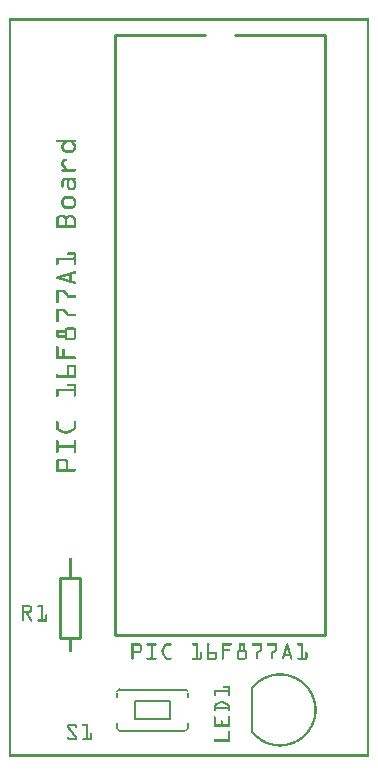
<source format=gto>
G04 MADE WITH FRITZING*
G04 WWW.FRITZING.ORG*
G04 DOUBLE SIDED*
G04 HOLES PLATED*
G04 CONTOUR ON CENTER OF CONTOUR VECTOR*
%ASAXBY*%
%FSLAX23Y23*%
%MOIN*%
%OFA0B0*%
%SFA1.0B1.0*%
%ADD10C,0.010000*%
%ADD11C,0.005000*%
%ADD12R,0.001000X0.001000*%
%LNSILK1*%
G90*
G70*
G54D10*
X354Y2405D02*
X354Y405D01*
D02*
X354Y405D02*
X1054Y405D01*
D02*
X1054Y405D02*
X1054Y2405D01*
D02*
X354Y2405D02*
X654Y2405D01*
D02*
X754Y2405D02*
X1054Y2405D01*
D02*
X237Y596D02*
X237Y396D01*
D02*
X237Y396D02*
X171Y396D01*
D02*
X171Y396D02*
X171Y596D01*
D02*
X171Y596D02*
X237Y596D01*
G54D11*
D02*
X370Y224D02*
X586Y224D01*
D02*
X582Y86D02*
X370Y86D01*
D02*
X360Y96D02*
X360Y112D01*
D02*
X360Y199D02*
X360Y214D01*
D02*
X596Y199D02*
X596Y214D01*
D02*
X596Y96D02*
X596Y112D01*
D02*
X419Y185D02*
X537Y185D01*
D02*
X537Y126D02*
X419Y126D01*
D02*
X419Y126D02*
X419Y185D01*
D02*
X537Y126D02*
X537Y185D01*
G54D12*
X0Y2462D02*
X1199Y2462D01*
X0Y2461D02*
X1199Y2461D01*
X0Y2460D02*
X1199Y2460D01*
X0Y2459D02*
X1199Y2459D01*
X0Y2458D02*
X1199Y2458D01*
X0Y2457D02*
X1199Y2457D01*
X0Y2456D02*
X1199Y2456D01*
X0Y2455D02*
X1199Y2455D01*
X0Y2454D02*
X7Y2454D01*
X1192Y2454D02*
X1199Y2454D01*
X0Y2453D02*
X7Y2453D01*
X1192Y2453D02*
X1199Y2453D01*
X0Y2452D02*
X7Y2452D01*
X1192Y2452D02*
X1199Y2452D01*
X0Y2451D02*
X7Y2451D01*
X1192Y2451D02*
X1199Y2451D01*
X0Y2450D02*
X7Y2450D01*
X1192Y2450D02*
X1199Y2450D01*
X0Y2449D02*
X7Y2449D01*
X1192Y2449D02*
X1199Y2449D01*
X0Y2448D02*
X7Y2448D01*
X1192Y2448D02*
X1199Y2448D01*
X0Y2447D02*
X7Y2447D01*
X1192Y2447D02*
X1199Y2447D01*
X0Y2446D02*
X7Y2446D01*
X1192Y2446D02*
X1199Y2446D01*
X0Y2445D02*
X7Y2445D01*
X1192Y2445D02*
X1199Y2445D01*
X0Y2444D02*
X7Y2444D01*
X1192Y2444D02*
X1199Y2444D01*
X0Y2443D02*
X7Y2443D01*
X1192Y2443D02*
X1199Y2443D01*
X0Y2442D02*
X7Y2442D01*
X1192Y2442D02*
X1199Y2442D01*
X0Y2441D02*
X7Y2441D01*
X1192Y2441D02*
X1199Y2441D01*
X0Y2440D02*
X7Y2440D01*
X1192Y2440D02*
X1199Y2440D01*
X0Y2439D02*
X7Y2439D01*
X1192Y2439D02*
X1199Y2439D01*
X0Y2438D02*
X7Y2438D01*
X1192Y2438D02*
X1199Y2438D01*
X0Y2437D02*
X7Y2437D01*
X1192Y2437D02*
X1199Y2437D01*
X0Y2436D02*
X7Y2436D01*
X1192Y2436D02*
X1199Y2436D01*
X0Y2435D02*
X7Y2435D01*
X1192Y2435D02*
X1199Y2435D01*
X0Y2434D02*
X7Y2434D01*
X1192Y2434D02*
X1199Y2434D01*
X0Y2433D02*
X7Y2433D01*
X1192Y2433D02*
X1199Y2433D01*
X0Y2432D02*
X7Y2432D01*
X1192Y2432D02*
X1199Y2432D01*
X0Y2431D02*
X7Y2431D01*
X1192Y2431D02*
X1199Y2431D01*
X0Y2430D02*
X7Y2430D01*
X1192Y2430D02*
X1199Y2430D01*
X0Y2429D02*
X7Y2429D01*
X1192Y2429D02*
X1199Y2429D01*
X0Y2428D02*
X7Y2428D01*
X1192Y2428D02*
X1199Y2428D01*
X0Y2427D02*
X7Y2427D01*
X1192Y2427D02*
X1199Y2427D01*
X0Y2426D02*
X7Y2426D01*
X1192Y2426D02*
X1199Y2426D01*
X0Y2425D02*
X7Y2425D01*
X1192Y2425D02*
X1199Y2425D01*
X0Y2424D02*
X7Y2424D01*
X1192Y2424D02*
X1199Y2424D01*
X0Y2423D02*
X7Y2423D01*
X1192Y2423D02*
X1199Y2423D01*
X0Y2422D02*
X7Y2422D01*
X1192Y2422D02*
X1199Y2422D01*
X0Y2421D02*
X7Y2421D01*
X1192Y2421D02*
X1199Y2421D01*
X0Y2420D02*
X7Y2420D01*
X1192Y2420D02*
X1199Y2420D01*
X0Y2419D02*
X7Y2419D01*
X1192Y2419D02*
X1199Y2419D01*
X0Y2418D02*
X7Y2418D01*
X1192Y2418D02*
X1199Y2418D01*
X0Y2417D02*
X7Y2417D01*
X1192Y2417D02*
X1199Y2417D01*
X0Y2416D02*
X7Y2416D01*
X1192Y2416D02*
X1199Y2416D01*
X0Y2415D02*
X7Y2415D01*
X1192Y2415D02*
X1199Y2415D01*
X0Y2414D02*
X7Y2414D01*
X1192Y2414D02*
X1199Y2414D01*
X0Y2413D02*
X7Y2413D01*
X1192Y2413D02*
X1199Y2413D01*
X0Y2412D02*
X7Y2412D01*
X1192Y2412D02*
X1199Y2412D01*
X0Y2411D02*
X7Y2411D01*
X1192Y2411D02*
X1199Y2411D01*
X0Y2410D02*
X7Y2410D01*
X1192Y2410D02*
X1199Y2410D01*
X0Y2409D02*
X7Y2409D01*
X1192Y2409D02*
X1199Y2409D01*
X0Y2408D02*
X7Y2408D01*
X1192Y2408D02*
X1199Y2408D01*
X0Y2407D02*
X7Y2407D01*
X1192Y2407D02*
X1199Y2407D01*
X0Y2406D02*
X7Y2406D01*
X1192Y2406D02*
X1199Y2406D01*
X0Y2405D02*
X7Y2405D01*
X1192Y2405D02*
X1199Y2405D01*
X0Y2404D02*
X7Y2404D01*
X1192Y2404D02*
X1199Y2404D01*
X0Y2403D02*
X7Y2403D01*
X1192Y2403D02*
X1199Y2403D01*
X0Y2402D02*
X7Y2402D01*
X1192Y2402D02*
X1199Y2402D01*
X0Y2401D02*
X7Y2401D01*
X1192Y2401D02*
X1199Y2401D01*
X0Y2400D02*
X7Y2400D01*
X1192Y2400D02*
X1199Y2400D01*
X0Y2399D02*
X7Y2399D01*
X1192Y2399D02*
X1199Y2399D01*
X0Y2398D02*
X7Y2398D01*
X1192Y2398D02*
X1199Y2398D01*
X0Y2397D02*
X7Y2397D01*
X1192Y2397D02*
X1199Y2397D01*
X0Y2396D02*
X7Y2396D01*
X1192Y2396D02*
X1199Y2396D01*
X0Y2395D02*
X7Y2395D01*
X1192Y2395D02*
X1199Y2395D01*
X0Y2394D02*
X7Y2394D01*
X1192Y2394D02*
X1199Y2394D01*
X0Y2393D02*
X7Y2393D01*
X1192Y2393D02*
X1199Y2393D01*
X0Y2392D02*
X7Y2392D01*
X1192Y2392D02*
X1199Y2392D01*
X0Y2391D02*
X7Y2391D01*
X1192Y2391D02*
X1199Y2391D01*
X0Y2390D02*
X7Y2390D01*
X1192Y2390D02*
X1199Y2390D01*
X0Y2389D02*
X7Y2389D01*
X1192Y2389D02*
X1199Y2389D01*
X0Y2388D02*
X7Y2388D01*
X1192Y2388D02*
X1199Y2388D01*
X0Y2387D02*
X7Y2387D01*
X1192Y2387D02*
X1199Y2387D01*
X0Y2386D02*
X7Y2386D01*
X1192Y2386D02*
X1199Y2386D01*
X0Y2385D02*
X7Y2385D01*
X1192Y2385D02*
X1199Y2385D01*
X0Y2384D02*
X7Y2384D01*
X1192Y2384D02*
X1199Y2384D01*
X0Y2383D02*
X7Y2383D01*
X1192Y2383D02*
X1199Y2383D01*
X0Y2382D02*
X7Y2382D01*
X1192Y2382D02*
X1199Y2382D01*
X0Y2381D02*
X7Y2381D01*
X1192Y2381D02*
X1199Y2381D01*
X0Y2380D02*
X7Y2380D01*
X1192Y2380D02*
X1199Y2380D01*
X0Y2379D02*
X7Y2379D01*
X1192Y2379D02*
X1199Y2379D01*
X0Y2378D02*
X7Y2378D01*
X1192Y2378D02*
X1199Y2378D01*
X0Y2377D02*
X7Y2377D01*
X1192Y2377D02*
X1199Y2377D01*
X0Y2376D02*
X7Y2376D01*
X1192Y2376D02*
X1199Y2376D01*
X0Y2375D02*
X7Y2375D01*
X1192Y2375D02*
X1199Y2375D01*
X0Y2374D02*
X7Y2374D01*
X1192Y2374D02*
X1199Y2374D01*
X0Y2373D02*
X7Y2373D01*
X1192Y2373D02*
X1199Y2373D01*
X0Y2372D02*
X7Y2372D01*
X1192Y2372D02*
X1199Y2372D01*
X0Y2371D02*
X7Y2371D01*
X1192Y2371D02*
X1199Y2371D01*
X0Y2370D02*
X7Y2370D01*
X1192Y2370D02*
X1199Y2370D01*
X0Y2369D02*
X7Y2369D01*
X1192Y2369D02*
X1199Y2369D01*
X0Y2368D02*
X7Y2368D01*
X1192Y2368D02*
X1199Y2368D01*
X0Y2367D02*
X7Y2367D01*
X1192Y2367D02*
X1199Y2367D01*
X0Y2366D02*
X7Y2366D01*
X1192Y2366D02*
X1199Y2366D01*
X0Y2365D02*
X7Y2365D01*
X1192Y2365D02*
X1199Y2365D01*
X0Y2364D02*
X7Y2364D01*
X1192Y2364D02*
X1199Y2364D01*
X0Y2363D02*
X7Y2363D01*
X1192Y2363D02*
X1199Y2363D01*
X0Y2362D02*
X7Y2362D01*
X1192Y2362D02*
X1199Y2362D01*
X0Y2361D02*
X7Y2361D01*
X1192Y2361D02*
X1199Y2361D01*
X0Y2360D02*
X7Y2360D01*
X1192Y2360D02*
X1199Y2360D01*
X0Y2359D02*
X7Y2359D01*
X1192Y2359D02*
X1199Y2359D01*
X0Y2358D02*
X7Y2358D01*
X1192Y2358D02*
X1199Y2358D01*
X0Y2357D02*
X7Y2357D01*
X1192Y2357D02*
X1199Y2357D01*
X0Y2356D02*
X7Y2356D01*
X1192Y2356D02*
X1199Y2356D01*
X0Y2355D02*
X7Y2355D01*
X1192Y2355D02*
X1199Y2355D01*
X0Y2354D02*
X7Y2354D01*
X1192Y2354D02*
X1199Y2354D01*
X0Y2353D02*
X7Y2353D01*
X1192Y2353D02*
X1199Y2353D01*
X0Y2352D02*
X7Y2352D01*
X1192Y2352D02*
X1199Y2352D01*
X0Y2351D02*
X7Y2351D01*
X1192Y2351D02*
X1199Y2351D01*
X0Y2350D02*
X7Y2350D01*
X1192Y2350D02*
X1199Y2350D01*
X0Y2349D02*
X7Y2349D01*
X1192Y2349D02*
X1199Y2349D01*
X0Y2348D02*
X7Y2348D01*
X1192Y2348D02*
X1199Y2348D01*
X0Y2347D02*
X7Y2347D01*
X1192Y2347D02*
X1199Y2347D01*
X0Y2346D02*
X7Y2346D01*
X1192Y2346D02*
X1199Y2346D01*
X0Y2345D02*
X7Y2345D01*
X1192Y2345D02*
X1199Y2345D01*
X0Y2344D02*
X7Y2344D01*
X1192Y2344D02*
X1199Y2344D01*
X0Y2343D02*
X7Y2343D01*
X1192Y2343D02*
X1199Y2343D01*
X0Y2342D02*
X7Y2342D01*
X1192Y2342D02*
X1199Y2342D01*
X0Y2341D02*
X7Y2341D01*
X1192Y2341D02*
X1199Y2341D01*
X0Y2340D02*
X7Y2340D01*
X1192Y2340D02*
X1199Y2340D01*
X0Y2339D02*
X7Y2339D01*
X1192Y2339D02*
X1199Y2339D01*
X0Y2338D02*
X7Y2338D01*
X1192Y2338D02*
X1199Y2338D01*
X0Y2337D02*
X7Y2337D01*
X1192Y2337D02*
X1199Y2337D01*
X0Y2336D02*
X7Y2336D01*
X1192Y2336D02*
X1199Y2336D01*
X0Y2335D02*
X7Y2335D01*
X1192Y2335D02*
X1199Y2335D01*
X0Y2334D02*
X7Y2334D01*
X1192Y2334D02*
X1199Y2334D01*
X0Y2333D02*
X7Y2333D01*
X1192Y2333D02*
X1199Y2333D01*
X0Y2332D02*
X7Y2332D01*
X1192Y2332D02*
X1199Y2332D01*
X0Y2331D02*
X7Y2331D01*
X1192Y2331D02*
X1199Y2331D01*
X0Y2330D02*
X7Y2330D01*
X1192Y2330D02*
X1199Y2330D01*
X0Y2329D02*
X7Y2329D01*
X1192Y2329D02*
X1199Y2329D01*
X0Y2328D02*
X7Y2328D01*
X1192Y2328D02*
X1199Y2328D01*
X0Y2327D02*
X7Y2327D01*
X1192Y2327D02*
X1199Y2327D01*
X0Y2326D02*
X7Y2326D01*
X1192Y2326D02*
X1199Y2326D01*
X0Y2325D02*
X7Y2325D01*
X1192Y2325D02*
X1199Y2325D01*
X0Y2324D02*
X7Y2324D01*
X1192Y2324D02*
X1199Y2324D01*
X0Y2323D02*
X7Y2323D01*
X1192Y2323D02*
X1199Y2323D01*
X0Y2322D02*
X7Y2322D01*
X1192Y2322D02*
X1199Y2322D01*
X0Y2321D02*
X7Y2321D01*
X1192Y2321D02*
X1199Y2321D01*
X0Y2320D02*
X7Y2320D01*
X1192Y2320D02*
X1199Y2320D01*
X0Y2319D02*
X7Y2319D01*
X1192Y2319D02*
X1199Y2319D01*
X0Y2318D02*
X7Y2318D01*
X1192Y2318D02*
X1199Y2318D01*
X0Y2317D02*
X7Y2317D01*
X1192Y2317D02*
X1199Y2317D01*
X0Y2316D02*
X7Y2316D01*
X1192Y2316D02*
X1199Y2316D01*
X0Y2315D02*
X7Y2315D01*
X1192Y2315D02*
X1199Y2315D01*
X0Y2314D02*
X7Y2314D01*
X1192Y2314D02*
X1199Y2314D01*
X0Y2313D02*
X7Y2313D01*
X1192Y2313D02*
X1199Y2313D01*
X0Y2312D02*
X7Y2312D01*
X1192Y2312D02*
X1199Y2312D01*
X0Y2311D02*
X7Y2311D01*
X1192Y2311D02*
X1199Y2311D01*
X0Y2310D02*
X7Y2310D01*
X1192Y2310D02*
X1199Y2310D01*
X0Y2309D02*
X7Y2309D01*
X1192Y2309D02*
X1199Y2309D01*
X0Y2308D02*
X7Y2308D01*
X1192Y2308D02*
X1199Y2308D01*
X0Y2307D02*
X7Y2307D01*
X1192Y2307D02*
X1199Y2307D01*
X0Y2306D02*
X7Y2306D01*
X1192Y2306D02*
X1199Y2306D01*
X0Y2305D02*
X7Y2305D01*
X1192Y2305D02*
X1199Y2305D01*
X0Y2304D02*
X7Y2304D01*
X1192Y2304D02*
X1199Y2304D01*
X0Y2303D02*
X7Y2303D01*
X1192Y2303D02*
X1199Y2303D01*
X0Y2302D02*
X7Y2302D01*
X1192Y2302D02*
X1199Y2302D01*
X0Y2301D02*
X7Y2301D01*
X1192Y2301D02*
X1199Y2301D01*
X0Y2300D02*
X7Y2300D01*
X1192Y2300D02*
X1199Y2300D01*
X0Y2299D02*
X7Y2299D01*
X1192Y2299D02*
X1199Y2299D01*
X0Y2298D02*
X7Y2298D01*
X1192Y2298D02*
X1199Y2298D01*
X0Y2297D02*
X7Y2297D01*
X1192Y2297D02*
X1199Y2297D01*
X0Y2296D02*
X7Y2296D01*
X1192Y2296D02*
X1199Y2296D01*
X0Y2295D02*
X7Y2295D01*
X1192Y2295D02*
X1199Y2295D01*
X0Y2294D02*
X7Y2294D01*
X1192Y2294D02*
X1199Y2294D01*
X0Y2293D02*
X7Y2293D01*
X1192Y2293D02*
X1199Y2293D01*
X0Y2292D02*
X7Y2292D01*
X1192Y2292D02*
X1199Y2292D01*
X0Y2291D02*
X7Y2291D01*
X1192Y2291D02*
X1199Y2291D01*
X0Y2290D02*
X7Y2290D01*
X1192Y2290D02*
X1199Y2290D01*
X0Y2289D02*
X7Y2289D01*
X1192Y2289D02*
X1199Y2289D01*
X0Y2288D02*
X7Y2288D01*
X1192Y2288D02*
X1199Y2288D01*
X0Y2287D02*
X7Y2287D01*
X1192Y2287D02*
X1199Y2287D01*
X0Y2286D02*
X7Y2286D01*
X1192Y2286D02*
X1199Y2286D01*
X0Y2285D02*
X7Y2285D01*
X1192Y2285D02*
X1199Y2285D01*
X0Y2284D02*
X7Y2284D01*
X1192Y2284D02*
X1199Y2284D01*
X0Y2283D02*
X7Y2283D01*
X1192Y2283D02*
X1199Y2283D01*
X0Y2282D02*
X7Y2282D01*
X1192Y2282D02*
X1199Y2282D01*
X0Y2281D02*
X7Y2281D01*
X1192Y2281D02*
X1199Y2281D01*
X0Y2280D02*
X7Y2280D01*
X1192Y2280D02*
X1199Y2280D01*
X0Y2279D02*
X7Y2279D01*
X1192Y2279D02*
X1199Y2279D01*
X0Y2278D02*
X7Y2278D01*
X1192Y2278D02*
X1199Y2278D01*
X0Y2277D02*
X7Y2277D01*
X1192Y2277D02*
X1199Y2277D01*
X0Y2276D02*
X7Y2276D01*
X1192Y2276D02*
X1199Y2276D01*
X0Y2275D02*
X7Y2275D01*
X1192Y2275D02*
X1199Y2275D01*
X0Y2274D02*
X7Y2274D01*
X1192Y2274D02*
X1199Y2274D01*
X0Y2273D02*
X7Y2273D01*
X1192Y2273D02*
X1199Y2273D01*
X0Y2272D02*
X7Y2272D01*
X1192Y2272D02*
X1199Y2272D01*
X0Y2271D02*
X7Y2271D01*
X1192Y2271D02*
X1199Y2271D01*
X0Y2270D02*
X7Y2270D01*
X1192Y2270D02*
X1199Y2270D01*
X0Y2269D02*
X7Y2269D01*
X1192Y2269D02*
X1199Y2269D01*
X0Y2268D02*
X7Y2268D01*
X1192Y2268D02*
X1199Y2268D01*
X0Y2267D02*
X7Y2267D01*
X1192Y2267D02*
X1199Y2267D01*
X0Y2266D02*
X7Y2266D01*
X1192Y2266D02*
X1199Y2266D01*
X0Y2265D02*
X7Y2265D01*
X1192Y2265D02*
X1199Y2265D01*
X0Y2264D02*
X7Y2264D01*
X1192Y2264D02*
X1199Y2264D01*
X0Y2263D02*
X7Y2263D01*
X1192Y2263D02*
X1199Y2263D01*
X0Y2262D02*
X7Y2262D01*
X1192Y2262D02*
X1199Y2262D01*
X0Y2261D02*
X7Y2261D01*
X1192Y2261D02*
X1199Y2261D01*
X0Y2260D02*
X7Y2260D01*
X1192Y2260D02*
X1199Y2260D01*
X0Y2259D02*
X7Y2259D01*
X1192Y2259D02*
X1199Y2259D01*
X0Y2258D02*
X7Y2258D01*
X1192Y2258D02*
X1199Y2258D01*
X0Y2257D02*
X7Y2257D01*
X1192Y2257D02*
X1199Y2257D01*
X0Y2256D02*
X7Y2256D01*
X1192Y2256D02*
X1199Y2256D01*
X0Y2255D02*
X7Y2255D01*
X1192Y2255D02*
X1199Y2255D01*
X0Y2254D02*
X7Y2254D01*
X1192Y2254D02*
X1199Y2254D01*
X0Y2253D02*
X7Y2253D01*
X1192Y2253D02*
X1199Y2253D01*
X0Y2252D02*
X7Y2252D01*
X1192Y2252D02*
X1199Y2252D01*
X0Y2251D02*
X7Y2251D01*
X1192Y2251D02*
X1199Y2251D01*
X0Y2250D02*
X7Y2250D01*
X1192Y2250D02*
X1199Y2250D01*
X0Y2249D02*
X7Y2249D01*
X1192Y2249D02*
X1199Y2249D01*
X0Y2248D02*
X7Y2248D01*
X1192Y2248D02*
X1199Y2248D01*
X0Y2247D02*
X7Y2247D01*
X1192Y2247D02*
X1199Y2247D01*
X0Y2246D02*
X7Y2246D01*
X1192Y2246D02*
X1199Y2246D01*
X0Y2245D02*
X7Y2245D01*
X1192Y2245D02*
X1199Y2245D01*
X0Y2244D02*
X7Y2244D01*
X1192Y2244D02*
X1199Y2244D01*
X0Y2243D02*
X7Y2243D01*
X1192Y2243D02*
X1199Y2243D01*
X0Y2242D02*
X7Y2242D01*
X1192Y2242D02*
X1199Y2242D01*
X0Y2241D02*
X7Y2241D01*
X1192Y2241D02*
X1199Y2241D01*
X0Y2240D02*
X7Y2240D01*
X1192Y2240D02*
X1199Y2240D01*
X0Y2239D02*
X7Y2239D01*
X1192Y2239D02*
X1199Y2239D01*
X0Y2238D02*
X7Y2238D01*
X1192Y2238D02*
X1199Y2238D01*
X0Y2237D02*
X7Y2237D01*
X1192Y2237D02*
X1199Y2237D01*
X0Y2236D02*
X7Y2236D01*
X1192Y2236D02*
X1199Y2236D01*
X0Y2235D02*
X7Y2235D01*
X1192Y2235D02*
X1199Y2235D01*
X0Y2234D02*
X7Y2234D01*
X1192Y2234D02*
X1199Y2234D01*
X0Y2233D02*
X7Y2233D01*
X1192Y2233D02*
X1199Y2233D01*
X0Y2232D02*
X7Y2232D01*
X1192Y2232D02*
X1199Y2232D01*
X0Y2231D02*
X7Y2231D01*
X1192Y2231D02*
X1199Y2231D01*
X0Y2230D02*
X7Y2230D01*
X1192Y2230D02*
X1199Y2230D01*
X0Y2229D02*
X7Y2229D01*
X1192Y2229D02*
X1199Y2229D01*
X0Y2228D02*
X7Y2228D01*
X1192Y2228D02*
X1199Y2228D01*
X0Y2227D02*
X7Y2227D01*
X1192Y2227D02*
X1199Y2227D01*
X0Y2226D02*
X7Y2226D01*
X1192Y2226D02*
X1199Y2226D01*
X0Y2225D02*
X7Y2225D01*
X1192Y2225D02*
X1199Y2225D01*
X0Y2224D02*
X7Y2224D01*
X1192Y2224D02*
X1199Y2224D01*
X0Y2223D02*
X7Y2223D01*
X1192Y2223D02*
X1199Y2223D01*
X0Y2222D02*
X7Y2222D01*
X1192Y2222D02*
X1199Y2222D01*
X0Y2221D02*
X7Y2221D01*
X1192Y2221D02*
X1199Y2221D01*
X0Y2220D02*
X7Y2220D01*
X1192Y2220D02*
X1199Y2220D01*
X0Y2219D02*
X7Y2219D01*
X1192Y2219D02*
X1199Y2219D01*
X0Y2218D02*
X7Y2218D01*
X1192Y2218D02*
X1199Y2218D01*
X0Y2217D02*
X7Y2217D01*
X1192Y2217D02*
X1199Y2217D01*
X0Y2216D02*
X7Y2216D01*
X1192Y2216D02*
X1199Y2216D01*
X0Y2215D02*
X7Y2215D01*
X1192Y2215D02*
X1199Y2215D01*
X0Y2214D02*
X7Y2214D01*
X1192Y2214D02*
X1199Y2214D01*
X0Y2213D02*
X7Y2213D01*
X1192Y2213D02*
X1199Y2213D01*
X0Y2212D02*
X7Y2212D01*
X1192Y2212D02*
X1199Y2212D01*
X0Y2211D02*
X7Y2211D01*
X1192Y2211D02*
X1199Y2211D01*
X0Y2210D02*
X7Y2210D01*
X1192Y2210D02*
X1199Y2210D01*
X0Y2209D02*
X7Y2209D01*
X1192Y2209D02*
X1199Y2209D01*
X0Y2208D02*
X7Y2208D01*
X1192Y2208D02*
X1199Y2208D01*
X0Y2207D02*
X7Y2207D01*
X1192Y2207D02*
X1199Y2207D01*
X0Y2206D02*
X7Y2206D01*
X1192Y2206D02*
X1199Y2206D01*
X0Y2205D02*
X7Y2205D01*
X1192Y2205D02*
X1199Y2205D01*
X0Y2204D02*
X7Y2204D01*
X1192Y2204D02*
X1199Y2204D01*
X0Y2203D02*
X7Y2203D01*
X1192Y2203D02*
X1199Y2203D01*
X0Y2202D02*
X7Y2202D01*
X1192Y2202D02*
X1199Y2202D01*
X0Y2201D02*
X7Y2201D01*
X1192Y2201D02*
X1199Y2201D01*
X0Y2200D02*
X7Y2200D01*
X1192Y2200D02*
X1199Y2200D01*
X0Y2199D02*
X7Y2199D01*
X1192Y2199D02*
X1199Y2199D01*
X0Y2198D02*
X7Y2198D01*
X1192Y2198D02*
X1199Y2198D01*
X0Y2197D02*
X7Y2197D01*
X1192Y2197D02*
X1199Y2197D01*
X0Y2196D02*
X7Y2196D01*
X1192Y2196D02*
X1199Y2196D01*
X0Y2195D02*
X7Y2195D01*
X1192Y2195D02*
X1199Y2195D01*
X0Y2194D02*
X7Y2194D01*
X1192Y2194D02*
X1199Y2194D01*
X0Y2193D02*
X7Y2193D01*
X1192Y2193D02*
X1199Y2193D01*
X0Y2192D02*
X7Y2192D01*
X1192Y2192D02*
X1199Y2192D01*
X0Y2191D02*
X7Y2191D01*
X1192Y2191D02*
X1199Y2191D01*
X0Y2190D02*
X7Y2190D01*
X1192Y2190D02*
X1199Y2190D01*
X0Y2189D02*
X7Y2189D01*
X1192Y2189D02*
X1199Y2189D01*
X0Y2188D02*
X7Y2188D01*
X1192Y2188D02*
X1199Y2188D01*
X0Y2187D02*
X7Y2187D01*
X1192Y2187D02*
X1199Y2187D01*
X0Y2186D02*
X7Y2186D01*
X1192Y2186D02*
X1199Y2186D01*
X0Y2185D02*
X7Y2185D01*
X1192Y2185D02*
X1199Y2185D01*
X0Y2184D02*
X7Y2184D01*
X1192Y2184D02*
X1199Y2184D01*
X0Y2183D02*
X7Y2183D01*
X1192Y2183D02*
X1199Y2183D01*
X0Y2182D02*
X7Y2182D01*
X1192Y2182D02*
X1199Y2182D01*
X0Y2181D02*
X7Y2181D01*
X1192Y2181D02*
X1199Y2181D01*
X0Y2180D02*
X7Y2180D01*
X1192Y2180D02*
X1199Y2180D01*
X0Y2179D02*
X7Y2179D01*
X1192Y2179D02*
X1199Y2179D01*
X0Y2178D02*
X7Y2178D01*
X1192Y2178D02*
X1199Y2178D01*
X0Y2177D02*
X7Y2177D01*
X1192Y2177D02*
X1199Y2177D01*
X0Y2176D02*
X7Y2176D01*
X1192Y2176D02*
X1199Y2176D01*
X0Y2175D02*
X7Y2175D01*
X1192Y2175D02*
X1199Y2175D01*
X0Y2174D02*
X7Y2174D01*
X1192Y2174D02*
X1199Y2174D01*
X0Y2173D02*
X7Y2173D01*
X1192Y2173D02*
X1199Y2173D01*
X0Y2172D02*
X7Y2172D01*
X1192Y2172D02*
X1199Y2172D01*
X0Y2171D02*
X7Y2171D01*
X1192Y2171D02*
X1199Y2171D01*
X0Y2170D02*
X7Y2170D01*
X1192Y2170D02*
X1199Y2170D01*
X0Y2169D02*
X7Y2169D01*
X1192Y2169D02*
X1199Y2169D01*
X0Y2168D02*
X7Y2168D01*
X1192Y2168D02*
X1199Y2168D01*
X0Y2167D02*
X7Y2167D01*
X1192Y2167D02*
X1199Y2167D01*
X0Y2166D02*
X7Y2166D01*
X1192Y2166D02*
X1199Y2166D01*
X0Y2165D02*
X7Y2165D01*
X1192Y2165D02*
X1199Y2165D01*
X0Y2164D02*
X7Y2164D01*
X1192Y2164D02*
X1199Y2164D01*
X0Y2163D02*
X7Y2163D01*
X1192Y2163D02*
X1199Y2163D01*
X0Y2162D02*
X7Y2162D01*
X1192Y2162D02*
X1199Y2162D01*
X0Y2161D02*
X7Y2161D01*
X1192Y2161D02*
X1199Y2161D01*
X0Y2160D02*
X7Y2160D01*
X1192Y2160D02*
X1199Y2160D01*
X0Y2159D02*
X7Y2159D01*
X1192Y2159D02*
X1199Y2159D01*
X0Y2158D02*
X7Y2158D01*
X1192Y2158D02*
X1199Y2158D01*
X0Y2157D02*
X7Y2157D01*
X1192Y2157D02*
X1199Y2157D01*
X0Y2156D02*
X7Y2156D01*
X1192Y2156D02*
X1199Y2156D01*
X0Y2155D02*
X7Y2155D01*
X1192Y2155D02*
X1199Y2155D01*
X0Y2154D02*
X7Y2154D01*
X1192Y2154D02*
X1199Y2154D01*
X0Y2153D02*
X7Y2153D01*
X1192Y2153D02*
X1199Y2153D01*
X0Y2152D02*
X7Y2152D01*
X1192Y2152D02*
X1199Y2152D01*
X0Y2151D02*
X7Y2151D01*
X1192Y2151D02*
X1199Y2151D01*
X0Y2150D02*
X7Y2150D01*
X1192Y2150D02*
X1199Y2150D01*
X0Y2149D02*
X7Y2149D01*
X1192Y2149D02*
X1199Y2149D01*
X0Y2148D02*
X7Y2148D01*
X1192Y2148D02*
X1199Y2148D01*
X0Y2147D02*
X7Y2147D01*
X1192Y2147D02*
X1199Y2147D01*
X0Y2146D02*
X7Y2146D01*
X1192Y2146D02*
X1199Y2146D01*
X0Y2145D02*
X7Y2145D01*
X1192Y2145D02*
X1199Y2145D01*
X0Y2144D02*
X7Y2144D01*
X1192Y2144D02*
X1199Y2144D01*
X0Y2143D02*
X7Y2143D01*
X1192Y2143D02*
X1199Y2143D01*
X0Y2142D02*
X7Y2142D01*
X1192Y2142D02*
X1199Y2142D01*
X0Y2141D02*
X7Y2141D01*
X1192Y2141D02*
X1199Y2141D01*
X0Y2140D02*
X7Y2140D01*
X1192Y2140D02*
X1199Y2140D01*
X0Y2139D02*
X7Y2139D01*
X1192Y2139D02*
X1199Y2139D01*
X0Y2138D02*
X7Y2138D01*
X1192Y2138D02*
X1199Y2138D01*
X0Y2137D02*
X7Y2137D01*
X1192Y2137D02*
X1199Y2137D01*
X0Y2136D02*
X7Y2136D01*
X1192Y2136D02*
X1199Y2136D01*
X0Y2135D02*
X7Y2135D01*
X1192Y2135D02*
X1199Y2135D01*
X0Y2134D02*
X7Y2134D01*
X1192Y2134D02*
X1199Y2134D01*
X0Y2133D02*
X7Y2133D01*
X1192Y2133D02*
X1199Y2133D01*
X0Y2132D02*
X7Y2132D01*
X1192Y2132D02*
X1199Y2132D01*
X0Y2131D02*
X7Y2131D01*
X1192Y2131D02*
X1199Y2131D01*
X0Y2130D02*
X7Y2130D01*
X1192Y2130D02*
X1199Y2130D01*
X0Y2129D02*
X7Y2129D01*
X1192Y2129D02*
X1199Y2129D01*
X0Y2128D02*
X7Y2128D01*
X1192Y2128D02*
X1199Y2128D01*
X0Y2127D02*
X7Y2127D01*
X1192Y2127D02*
X1199Y2127D01*
X0Y2126D02*
X7Y2126D01*
X1192Y2126D02*
X1199Y2126D01*
X0Y2125D02*
X7Y2125D01*
X1192Y2125D02*
X1199Y2125D01*
X0Y2124D02*
X7Y2124D01*
X1192Y2124D02*
X1199Y2124D01*
X0Y2123D02*
X7Y2123D01*
X1192Y2123D02*
X1199Y2123D01*
X0Y2122D02*
X7Y2122D01*
X1192Y2122D02*
X1199Y2122D01*
X0Y2121D02*
X7Y2121D01*
X1192Y2121D02*
X1199Y2121D01*
X0Y2120D02*
X7Y2120D01*
X1192Y2120D02*
X1199Y2120D01*
X0Y2119D02*
X7Y2119D01*
X1192Y2119D02*
X1199Y2119D01*
X0Y2118D02*
X7Y2118D01*
X1192Y2118D02*
X1199Y2118D01*
X0Y2117D02*
X7Y2117D01*
X1192Y2117D02*
X1199Y2117D01*
X0Y2116D02*
X7Y2116D01*
X1192Y2116D02*
X1199Y2116D01*
X0Y2115D02*
X7Y2115D01*
X1192Y2115D02*
X1199Y2115D01*
X0Y2114D02*
X7Y2114D01*
X1192Y2114D02*
X1199Y2114D01*
X0Y2113D02*
X7Y2113D01*
X1192Y2113D02*
X1199Y2113D01*
X0Y2112D02*
X7Y2112D01*
X1192Y2112D02*
X1199Y2112D01*
X0Y2111D02*
X7Y2111D01*
X1192Y2111D02*
X1199Y2111D01*
X0Y2110D02*
X7Y2110D01*
X1192Y2110D02*
X1199Y2110D01*
X0Y2109D02*
X7Y2109D01*
X1192Y2109D02*
X1199Y2109D01*
X0Y2108D02*
X7Y2108D01*
X1192Y2108D02*
X1199Y2108D01*
X0Y2107D02*
X7Y2107D01*
X1192Y2107D02*
X1199Y2107D01*
X0Y2106D02*
X7Y2106D01*
X1192Y2106D02*
X1199Y2106D01*
X0Y2105D02*
X7Y2105D01*
X1192Y2105D02*
X1199Y2105D01*
X0Y2104D02*
X7Y2104D01*
X1192Y2104D02*
X1199Y2104D01*
X0Y2103D02*
X7Y2103D01*
X1192Y2103D02*
X1199Y2103D01*
X0Y2102D02*
X7Y2102D01*
X1192Y2102D02*
X1199Y2102D01*
X0Y2101D02*
X7Y2101D01*
X1192Y2101D02*
X1199Y2101D01*
X0Y2100D02*
X7Y2100D01*
X1192Y2100D02*
X1199Y2100D01*
X0Y2099D02*
X7Y2099D01*
X1192Y2099D02*
X1199Y2099D01*
X0Y2098D02*
X7Y2098D01*
X1192Y2098D02*
X1199Y2098D01*
X0Y2097D02*
X7Y2097D01*
X1192Y2097D02*
X1199Y2097D01*
X0Y2096D02*
X7Y2096D01*
X1192Y2096D02*
X1199Y2096D01*
X0Y2095D02*
X7Y2095D01*
X1192Y2095D02*
X1199Y2095D01*
X0Y2094D02*
X7Y2094D01*
X1192Y2094D02*
X1199Y2094D01*
X0Y2093D02*
X7Y2093D01*
X1192Y2093D02*
X1199Y2093D01*
X0Y2092D02*
X7Y2092D01*
X1192Y2092D02*
X1199Y2092D01*
X0Y2091D02*
X7Y2091D01*
X1192Y2091D02*
X1199Y2091D01*
X0Y2090D02*
X7Y2090D01*
X1192Y2090D02*
X1199Y2090D01*
X0Y2089D02*
X7Y2089D01*
X1192Y2089D02*
X1199Y2089D01*
X0Y2088D02*
X7Y2088D01*
X1192Y2088D02*
X1199Y2088D01*
X0Y2087D02*
X7Y2087D01*
X1192Y2087D02*
X1199Y2087D01*
X0Y2086D02*
X7Y2086D01*
X1192Y2086D02*
X1199Y2086D01*
X0Y2085D02*
X7Y2085D01*
X1192Y2085D02*
X1199Y2085D01*
X0Y2084D02*
X7Y2084D01*
X1192Y2084D02*
X1199Y2084D01*
X0Y2083D02*
X7Y2083D01*
X1192Y2083D02*
X1199Y2083D01*
X0Y2082D02*
X7Y2082D01*
X1192Y2082D02*
X1199Y2082D01*
X0Y2081D02*
X7Y2081D01*
X1192Y2081D02*
X1199Y2081D01*
X0Y2080D02*
X7Y2080D01*
X1192Y2080D02*
X1199Y2080D01*
X0Y2079D02*
X7Y2079D01*
X1192Y2079D02*
X1199Y2079D01*
X0Y2078D02*
X7Y2078D01*
X1192Y2078D02*
X1199Y2078D01*
X0Y2077D02*
X7Y2077D01*
X1192Y2077D02*
X1199Y2077D01*
X0Y2076D02*
X7Y2076D01*
X1192Y2076D02*
X1199Y2076D01*
X0Y2075D02*
X7Y2075D01*
X1192Y2075D02*
X1199Y2075D01*
X0Y2074D02*
X7Y2074D01*
X1192Y2074D02*
X1199Y2074D01*
X0Y2073D02*
X7Y2073D01*
X1192Y2073D02*
X1199Y2073D01*
X0Y2072D02*
X7Y2072D01*
X1192Y2072D02*
X1199Y2072D01*
X0Y2071D02*
X7Y2071D01*
X1192Y2071D02*
X1199Y2071D01*
X0Y2070D02*
X7Y2070D01*
X1192Y2070D02*
X1199Y2070D01*
X0Y2069D02*
X7Y2069D01*
X1192Y2069D02*
X1199Y2069D01*
X0Y2068D02*
X7Y2068D01*
X1192Y2068D02*
X1199Y2068D01*
X0Y2067D02*
X7Y2067D01*
X1192Y2067D02*
X1199Y2067D01*
X0Y2066D02*
X7Y2066D01*
X1192Y2066D02*
X1199Y2066D01*
X0Y2065D02*
X7Y2065D01*
X1192Y2065D02*
X1199Y2065D01*
X0Y2064D02*
X7Y2064D01*
X1192Y2064D02*
X1199Y2064D01*
X0Y2063D02*
X7Y2063D01*
X1192Y2063D02*
X1199Y2063D01*
X0Y2062D02*
X7Y2062D01*
X1192Y2062D02*
X1199Y2062D01*
X0Y2061D02*
X7Y2061D01*
X1192Y2061D02*
X1199Y2061D01*
X0Y2060D02*
X7Y2060D01*
X1192Y2060D02*
X1199Y2060D01*
X0Y2059D02*
X7Y2059D01*
X1192Y2059D02*
X1199Y2059D01*
X0Y2058D02*
X7Y2058D01*
X1192Y2058D02*
X1199Y2058D01*
X0Y2057D02*
X7Y2057D01*
X1192Y2057D02*
X1199Y2057D01*
X0Y2056D02*
X7Y2056D01*
X158Y2056D02*
X221Y2056D01*
X1192Y2056D02*
X1199Y2056D01*
X0Y2055D02*
X7Y2055D01*
X157Y2055D02*
X222Y2055D01*
X1192Y2055D02*
X1199Y2055D01*
X0Y2054D02*
X7Y2054D01*
X156Y2054D02*
X222Y2054D01*
X1192Y2054D02*
X1199Y2054D01*
X0Y2053D02*
X7Y2053D01*
X156Y2053D02*
X222Y2053D01*
X1192Y2053D02*
X1199Y2053D01*
X0Y2052D02*
X7Y2052D01*
X156Y2052D02*
X222Y2052D01*
X1192Y2052D02*
X1199Y2052D01*
X0Y2051D02*
X7Y2051D01*
X156Y2051D02*
X222Y2051D01*
X1192Y2051D02*
X1199Y2051D01*
X0Y2050D02*
X7Y2050D01*
X157Y2050D02*
X221Y2050D01*
X1192Y2050D02*
X1199Y2050D01*
X0Y2049D02*
X7Y2049D01*
X158Y2049D02*
X220Y2049D01*
X1192Y2049D02*
X1199Y2049D01*
X0Y2048D02*
X7Y2048D01*
X180Y2048D02*
X192Y2048D01*
X205Y2048D02*
X217Y2048D01*
X1192Y2048D02*
X1199Y2048D01*
X0Y2047D02*
X7Y2047D01*
X179Y2047D02*
X190Y2047D01*
X207Y2047D02*
X218Y2047D01*
X1192Y2047D02*
X1199Y2047D01*
X0Y2046D02*
X7Y2046D01*
X178Y2046D02*
X189Y2046D01*
X208Y2046D02*
X219Y2046D01*
X1192Y2046D02*
X1199Y2046D01*
X0Y2045D02*
X7Y2045D01*
X177Y2045D02*
X188Y2045D01*
X209Y2045D02*
X219Y2045D01*
X1192Y2045D02*
X1199Y2045D01*
X0Y2044D02*
X7Y2044D01*
X177Y2044D02*
X187Y2044D01*
X210Y2044D02*
X220Y2044D01*
X1192Y2044D02*
X1199Y2044D01*
X0Y2043D02*
X7Y2043D01*
X176Y2043D02*
X186Y2043D01*
X210Y2043D02*
X221Y2043D01*
X1192Y2043D02*
X1199Y2043D01*
X0Y2042D02*
X7Y2042D01*
X176Y2042D02*
X185Y2042D01*
X211Y2042D02*
X221Y2042D01*
X1192Y2042D02*
X1199Y2042D01*
X0Y2041D02*
X7Y2041D01*
X175Y2041D02*
X185Y2041D01*
X212Y2041D02*
X222Y2041D01*
X1192Y2041D02*
X1199Y2041D01*
X0Y2040D02*
X7Y2040D01*
X175Y2040D02*
X184Y2040D01*
X213Y2040D02*
X222Y2040D01*
X1192Y2040D02*
X1199Y2040D01*
X0Y2039D02*
X7Y2039D01*
X175Y2039D02*
X183Y2039D01*
X214Y2039D02*
X222Y2039D01*
X1192Y2039D02*
X1199Y2039D01*
X0Y2038D02*
X7Y2038D01*
X174Y2038D02*
X182Y2038D01*
X214Y2038D02*
X222Y2038D01*
X1192Y2038D02*
X1199Y2038D01*
X0Y2037D02*
X7Y2037D01*
X174Y2037D02*
X182Y2037D01*
X215Y2037D02*
X222Y2037D01*
X1192Y2037D02*
X1199Y2037D01*
X0Y2036D02*
X7Y2036D01*
X174Y2036D02*
X182Y2036D01*
X215Y2036D02*
X222Y2036D01*
X1192Y2036D02*
X1199Y2036D01*
X0Y2035D02*
X7Y2035D01*
X174Y2035D02*
X182Y2035D01*
X215Y2035D02*
X222Y2035D01*
X1192Y2035D02*
X1199Y2035D01*
X0Y2034D02*
X7Y2034D01*
X174Y2034D02*
X182Y2034D01*
X215Y2034D02*
X222Y2034D01*
X1192Y2034D02*
X1199Y2034D01*
X0Y2033D02*
X7Y2033D01*
X174Y2033D02*
X182Y2033D01*
X215Y2033D02*
X222Y2033D01*
X1192Y2033D02*
X1199Y2033D01*
X0Y2032D02*
X7Y2032D01*
X174Y2032D02*
X182Y2032D01*
X215Y2032D02*
X222Y2032D01*
X1192Y2032D02*
X1199Y2032D01*
X0Y2031D02*
X7Y2031D01*
X174Y2031D02*
X182Y2031D01*
X215Y2031D02*
X222Y2031D01*
X1192Y2031D02*
X1199Y2031D01*
X0Y2030D02*
X7Y2030D01*
X174Y2030D02*
X182Y2030D01*
X215Y2030D02*
X222Y2030D01*
X1192Y2030D02*
X1199Y2030D01*
X0Y2029D02*
X7Y2029D01*
X174Y2029D02*
X182Y2029D01*
X214Y2029D02*
X222Y2029D01*
X1192Y2029D02*
X1199Y2029D01*
X0Y2028D02*
X7Y2028D01*
X174Y2028D02*
X183Y2028D01*
X214Y2028D02*
X222Y2028D01*
X1192Y2028D02*
X1199Y2028D01*
X0Y2027D02*
X7Y2027D01*
X175Y2027D02*
X183Y2027D01*
X213Y2027D02*
X222Y2027D01*
X1192Y2027D02*
X1199Y2027D01*
X0Y2026D02*
X7Y2026D01*
X175Y2026D02*
X184Y2026D01*
X213Y2026D02*
X222Y2026D01*
X1192Y2026D02*
X1199Y2026D01*
X0Y2025D02*
X7Y2025D01*
X175Y2025D02*
X185Y2025D01*
X212Y2025D02*
X221Y2025D01*
X1192Y2025D02*
X1199Y2025D01*
X0Y2024D02*
X7Y2024D01*
X176Y2024D02*
X186Y2024D01*
X211Y2024D02*
X221Y2024D01*
X1192Y2024D02*
X1199Y2024D01*
X0Y2023D02*
X7Y2023D01*
X176Y2023D02*
X187Y2023D01*
X209Y2023D02*
X220Y2023D01*
X1192Y2023D02*
X1199Y2023D01*
X0Y2022D02*
X7Y2022D01*
X177Y2022D02*
X220Y2022D01*
X1192Y2022D02*
X1199Y2022D01*
X0Y2021D02*
X7Y2021D01*
X178Y2021D02*
X219Y2021D01*
X1192Y2021D02*
X1199Y2021D01*
X0Y2020D02*
X7Y2020D01*
X179Y2020D02*
X218Y2020D01*
X1192Y2020D02*
X1199Y2020D01*
X0Y2019D02*
X7Y2019D01*
X180Y2019D02*
X217Y2019D01*
X1192Y2019D02*
X1199Y2019D01*
X0Y2018D02*
X7Y2018D01*
X181Y2018D02*
X216Y2018D01*
X1192Y2018D02*
X1199Y2018D01*
X0Y2017D02*
X7Y2017D01*
X182Y2017D02*
X215Y2017D01*
X1192Y2017D02*
X1199Y2017D01*
X0Y2016D02*
X7Y2016D01*
X183Y2016D02*
X214Y2016D01*
X1192Y2016D02*
X1199Y2016D01*
X0Y2015D02*
X7Y2015D01*
X185Y2015D02*
X212Y2015D01*
X1192Y2015D02*
X1199Y2015D01*
X0Y2014D02*
X7Y2014D01*
X189Y2014D02*
X208Y2014D01*
X1192Y2014D02*
X1199Y2014D01*
X0Y2013D02*
X7Y2013D01*
X1192Y2013D02*
X1199Y2013D01*
X0Y2012D02*
X7Y2012D01*
X1192Y2012D02*
X1199Y2012D01*
X0Y2011D02*
X7Y2011D01*
X1192Y2011D02*
X1199Y2011D01*
X0Y2010D02*
X7Y2010D01*
X1192Y2010D02*
X1199Y2010D01*
X0Y2009D02*
X7Y2009D01*
X1192Y2009D02*
X1199Y2009D01*
X0Y2008D02*
X7Y2008D01*
X1192Y2008D02*
X1199Y2008D01*
X0Y2007D02*
X7Y2007D01*
X1192Y2007D02*
X1199Y2007D01*
X0Y2006D02*
X7Y2006D01*
X1192Y2006D02*
X1199Y2006D01*
X0Y2005D02*
X7Y2005D01*
X1192Y2005D02*
X1199Y2005D01*
X0Y2004D02*
X7Y2004D01*
X1192Y2004D02*
X1199Y2004D01*
X0Y2003D02*
X7Y2003D01*
X1192Y2003D02*
X1199Y2003D01*
X0Y2002D02*
X7Y2002D01*
X1192Y2002D02*
X1199Y2002D01*
X0Y2001D02*
X7Y2001D01*
X1192Y2001D02*
X1199Y2001D01*
X0Y2000D02*
X7Y2000D01*
X1192Y2000D02*
X1199Y2000D01*
X0Y1999D02*
X7Y1999D01*
X1192Y1999D02*
X1199Y1999D01*
X0Y1998D02*
X7Y1998D01*
X1192Y1998D02*
X1199Y1998D01*
X0Y1997D02*
X7Y1997D01*
X1192Y1997D02*
X1199Y1997D01*
X0Y1996D02*
X7Y1996D01*
X1192Y1996D02*
X1199Y1996D01*
X0Y1995D02*
X7Y1995D01*
X1192Y1995D02*
X1199Y1995D01*
X0Y1994D02*
X7Y1994D01*
X184Y1994D02*
X191Y1994D01*
X1192Y1994D02*
X1199Y1994D01*
X0Y1993D02*
X7Y1993D01*
X181Y1993D02*
X192Y1993D01*
X1192Y1993D02*
X1199Y1993D01*
X0Y1992D02*
X7Y1992D01*
X180Y1992D02*
X193Y1992D01*
X1192Y1992D02*
X1199Y1992D01*
X0Y1991D02*
X7Y1991D01*
X179Y1991D02*
X193Y1991D01*
X1192Y1991D02*
X1199Y1991D01*
X0Y1990D02*
X7Y1990D01*
X178Y1990D02*
X193Y1990D01*
X1192Y1990D02*
X1199Y1990D01*
X0Y1989D02*
X7Y1989D01*
X177Y1989D02*
X193Y1989D01*
X1192Y1989D02*
X1199Y1989D01*
X0Y1988D02*
X7Y1988D01*
X176Y1988D02*
X192Y1988D01*
X1192Y1988D02*
X1199Y1988D01*
X0Y1987D02*
X7Y1987D01*
X176Y1987D02*
X192Y1987D01*
X1192Y1987D02*
X1199Y1987D01*
X0Y1986D02*
X7Y1986D01*
X175Y1986D02*
X190Y1986D01*
X1192Y1986D02*
X1199Y1986D01*
X0Y1985D02*
X7Y1985D01*
X175Y1985D02*
X184Y1985D01*
X1192Y1985D02*
X1199Y1985D01*
X0Y1984D02*
X7Y1984D01*
X175Y1984D02*
X183Y1984D01*
X1192Y1984D02*
X1199Y1984D01*
X0Y1983D02*
X7Y1983D01*
X174Y1983D02*
X182Y1983D01*
X1192Y1983D02*
X1199Y1983D01*
X0Y1982D02*
X7Y1982D01*
X174Y1982D02*
X182Y1982D01*
X1192Y1982D02*
X1199Y1982D01*
X0Y1981D02*
X7Y1981D01*
X174Y1981D02*
X182Y1981D01*
X1192Y1981D02*
X1199Y1981D01*
X0Y1980D02*
X7Y1980D01*
X174Y1980D02*
X182Y1980D01*
X1192Y1980D02*
X1199Y1980D01*
X0Y1979D02*
X7Y1979D01*
X174Y1979D02*
X182Y1979D01*
X1192Y1979D02*
X1199Y1979D01*
X0Y1978D02*
X7Y1978D01*
X174Y1978D02*
X182Y1978D01*
X1192Y1978D02*
X1199Y1978D01*
X0Y1977D02*
X7Y1977D01*
X174Y1977D02*
X182Y1977D01*
X1192Y1977D02*
X1199Y1977D01*
X0Y1976D02*
X7Y1976D01*
X174Y1976D02*
X182Y1976D01*
X1192Y1976D02*
X1199Y1976D01*
X0Y1975D02*
X7Y1975D01*
X174Y1975D02*
X182Y1975D01*
X1192Y1975D02*
X1199Y1975D01*
X0Y1974D02*
X7Y1974D01*
X174Y1974D02*
X182Y1974D01*
X1192Y1974D02*
X1199Y1974D01*
X0Y1973D02*
X7Y1973D01*
X174Y1973D02*
X183Y1973D01*
X1192Y1973D02*
X1199Y1973D01*
X0Y1972D02*
X7Y1972D01*
X174Y1972D02*
X184Y1972D01*
X1192Y1972D02*
X1199Y1972D01*
X0Y1971D02*
X7Y1971D01*
X175Y1971D02*
X185Y1971D01*
X1192Y1971D02*
X1199Y1971D01*
X0Y1970D02*
X7Y1970D01*
X175Y1970D02*
X186Y1970D01*
X1192Y1970D02*
X1199Y1970D01*
X0Y1969D02*
X7Y1969D01*
X176Y1969D02*
X187Y1969D01*
X1192Y1969D02*
X1199Y1969D01*
X0Y1968D02*
X7Y1968D01*
X177Y1968D02*
X188Y1968D01*
X1192Y1968D02*
X1199Y1968D01*
X0Y1967D02*
X7Y1967D01*
X178Y1967D02*
X188Y1967D01*
X1192Y1967D02*
X1199Y1967D01*
X0Y1966D02*
X7Y1966D01*
X179Y1966D02*
X189Y1966D01*
X1192Y1966D02*
X1199Y1966D01*
X0Y1965D02*
X7Y1965D01*
X180Y1965D02*
X190Y1965D01*
X1192Y1965D02*
X1199Y1965D01*
X0Y1964D02*
X7Y1964D01*
X180Y1964D02*
X191Y1964D01*
X1192Y1964D02*
X1199Y1964D01*
X0Y1963D02*
X7Y1963D01*
X181Y1963D02*
X192Y1963D01*
X1192Y1963D02*
X1199Y1963D01*
X0Y1962D02*
X7Y1962D01*
X182Y1962D02*
X193Y1962D01*
X1192Y1962D02*
X1199Y1962D01*
X0Y1961D02*
X7Y1961D01*
X183Y1961D02*
X194Y1961D01*
X1192Y1961D02*
X1199Y1961D01*
X0Y1960D02*
X7Y1960D01*
X178Y1960D02*
X219Y1960D01*
X1192Y1960D02*
X1199Y1960D01*
X0Y1959D02*
X7Y1959D01*
X176Y1959D02*
X221Y1959D01*
X1192Y1959D02*
X1199Y1959D01*
X0Y1958D02*
X7Y1958D01*
X175Y1958D02*
X222Y1958D01*
X1192Y1958D02*
X1199Y1958D01*
X0Y1957D02*
X7Y1957D01*
X175Y1957D02*
X222Y1957D01*
X1192Y1957D02*
X1199Y1957D01*
X0Y1956D02*
X7Y1956D01*
X174Y1956D02*
X222Y1956D01*
X1192Y1956D02*
X1199Y1956D01*
X0Y1955D02*
X7Y1955D01*
X174Y1955D02*
X222Y1955D01*
X1192Y1955D02*
X1199Y1955D01*
X0Y1954D02*
X7Y1954D01*
X175Y1954D02*
X222Y1954D01*
X1192Y1954D02*
X1199Y1954D01*
X0Y1953D02*
X7Y1953D01*
X175Y1953D02*
X221Y1953D01*
X1192Y1953D02*
X1199Y1953D01*
X0Y1952D02*
X7Y1952D01*
X177Y1952D02*
X220Y1952D01*
X1192Y1952D02*
X1199Y1952D01*
X0Y1951D02*
X7Y1951D01*
X1192Y1951D02*
X1199Y1951D01*
X0Y1950D02*
X7Y1950D01*
X1192Y1950D02*
X1199Y1950D01*
X0Y1949D02*
X7Y1949D01*
X1192Y1949D02*
X1199Y1949D01*
X0Y1948D02*
X7Y1948D01*
X1192Y1948D02*
X1199Y1948D01*
X0Y1947D02*
X7Y1947D01*
X1192Y1947D02*
X1199Y1947D01*
X0Y1946D02*
X7Y1946D01*
X1192Y1946D02*
X1199Y1946D01*
X0Y1945D02*
X7Y1945D01*
X1192Y1945D02*
X1199Y1945D01*
X0Y1944D02*
X7Y1944D01*
X1192Y1944D02*
X1199Y1944D01*
X0Y1943D02*
X7Y1943D01*
X1192Y1943D02*
X1199Y1943D01*
X0Y1942D02*
X7Y1942D01*
X1192Y1942D02*
X1199Y1942D01*
X0Y1941D02*
X7Y1941D01*
X1192Y1941D02*
X1199Y1941D01*
X0Y1940D02*
X7Y1940D01*
X1192Y1940D02*
X1199Y1940D01*
X0Y1939D02*
X7Y1939D01*
X1192Y1939D02*
X1199Y1939D01*
X0Y1938D02*
X7Y1938D01*
X1192Y1938D02*
X1199Y1938D01*
X0Y1937D02*
X7Y1937D01*
X1192Y1937D02*
X1199Y1937D01*
X0Y1936D02*
X7Y1936D01*
X1192Y1936D02*
X1199Y1936D01*
X0Y1935D02*
X7Y1935D01*
X1192Y1935D02*
X1199Y1935D01*
X0Y1934D02*
X7Y1934D01*
X1192Y1934D02*
X1199Y1934D01*
X0Y1933D02*
X7Y1933D01*
X1192Y1933D02*
X1199Y1933D01*
X0Y1932D02*
X7Y1932D01*
X1192Y1932D02*
X1199Y1932D01*
X0Y1931D02*
X7Y1931D01*
X191Y1931D02*
X221Y1931D01*
X1192Y1931D02*
X1199Y1931D01*
X0Y1930D02*
X7Y1930D01*
X183Y1930D02*
X222Y1930D01*
X1192Y1930D02*
X1199Y1930D01*
X0Y1929D02*
X7Y1929D01*
X181Y1929D02*
X222Y1929D01*
X1192Y1929D02*
X1199Y1929D01*
X0Y1928D02*
X7Y1928D01*
X179Y1928D02*
X222Y1928D01*
X1192Y1928D02*
X1199Y1928D01*
X0Y1927D02*
X7Y1927D01*
X178Y1927D02*
X222Y1927D01*
X1192Y1927D02*
X1199Y1927D01*
X0Y1926D02*
X7Y1926D01*
X177Y1926D02*
X222Y1926D01*
X1192Y1926D02*
X1199Y1926D01*
X0Y1925D02*
X7Y1925D01*
X176Y1925D02*
X221Y1925D01*
X1192Y1925D02*
X1199Y1925D01*
X0Y1924D02*
X7Y1924D01*
X176Y1924D02*
X220Y1924D01*
X1192Y1924D02*
X1199Y1924D01*
X0Y1923D02*
X7Y1923D01*
X175Y1923D02*
X218Y1923D01*
X1192Y1923D02*
X1199Y1923D01*
X0Y1922D02*
X7Y1922D01*
X175Y1922D02*
X186Y1922D01*
X193Y1922D02*
X202Y1922D01*
X210Y1922D02*
X219Y1922D01*
X1192Y1922D02*
X1199Y1922D01*
X0Y1921D02*
X7Y1921D01*
X175Y1921D02*
X183Y1921D01*
X193Y1921D02*
X201Y1921D01*
X210Y1921D02*
X219Y1921D01*
X1192Y1921D02*
X1199Y1921D01*
X0Y1920D02*
X7Y1920D01*
X174Y1920D02*
X182Y1920D01*
X193Y1920D02*
X201Y1920D01*
X211Y1920D02*
X220Y1920D01*
X1192Y1920D02*
X1199Y1920D01*
X0Y1919D02*
X7Y1919D01*
X174Y1919D02*
X182Y1919D01*
X193Y1919D02*
X200Y1919D01*
X211Y1919D02*
X221Y1919D01*
X1192Y1919D02*
X1199Y1919D01*
X0Y1918D02*
X7Y1918D01*
X174Y1918D02*
X182Y1918D01*
X193Y1918D02*
X200Y1918D01*
X212Y1918D02*
X221Y1918D01*
X1192Y1918D02*
X1199Y1918D01*
X0Y1917D02*
X7Y1917D01*
X174Y1917D02*
X182Y1917D01*
X193Y1917D02*
X200Y1917D01*
X213Y1917D02*
X222Y1917D01*
X1192Y1917D02*
X1199Y1917D01*
X0Y1916D02*
X7Y1916D01*
X174Y1916D02*
X182Y1916D01*
X193Y1916D02*
X200Y1916D01*
X213Y1916D02*
X222Y1916D01*
X1192Y1916D02*
X1199Y1916D01*
X0Y1915D02*
X7Y1915D01*
X174Y1915D02*
X182Y1915D01*
X193Y1915D02*
X200Y1915D01*
X214Y1915D02*
X222Y1915D01*
X1192Y1915D02*
X1199Y1915D01*
X0Y1914D02*
X7Y1914D01*
X174Y1914D02*
X182Y1914D01*
X193Y1914D02*
X200Y1914D01*
X214Y1914D02*
X222Y1914D01*
X1192Y1914D02*
X1199Y1914D01*
X0Y1913D02*
X7Y1913D01*
X174Y1913D02*
X182Y1913D01*
X193Y1913D02*
X200Y1913D01*
X215Y1913D02*
X222Y1913D01*
X1192Y1913D02*
X1199Y1913D01*
X0Y1912D02*
X7Y1912D01*
X174Y1912D02*
X182Y1912D01*
X193Y1912D02*
X200Y1912D01*
X215Y1912D02*
X222Y1912D01*
X1192Y1912D02*
X1199Y1912D01*
X0Y1911D02*
X7Y1911D01*
X174Y1911D02*
X182Y1911D01*
X193Y1911D02*
X200Y1911D01*
X215Y1911D02*
X222Y1911D01*
X1192Y1911D02*
X1199Y1911D01*
X0Y1910D02*
X7Y1910D01*
X174Y1910D02*
X182Y1910D01*
X193Y1910D02*
X200Y1910D01*
X215Y1910D02*
X222Y1910D01*
X1192Y1910D02*
X1199Y1910D01*
X0Y1909D02*
X7Y1909D01*
X174Y1909D02*
X182Y1909D01*
X193Y1909D02*
X200Y1909D01*
X215Y1909D02*
X222Y1909D01*
X1192Y1909D02*
X1199Y1909D01*
X0Y1908D02*
X7Y1908D01*
X174Y1908D02*
X182Y1908D01*
X193Y1908D02*
X200Y1908D01*
X215Y1908D02*
X222Y1908D01*
X1192Y1908D02*
X1199Y1908D01*
X0Y1907D02*
X7Y1907D01*
X174Y1907D02*
X182Y1907D01*
X193Y1907D02*
X200Y1907D01*
X215Y1907D02*
X222Y1907D01*
X1192Y1907D02*
X1199Y1907D01*
X0Y1906D02*
X7Y1906D01*
X174Y1906D02*
X182Y1906D01*
X193Y1906D02*
X200Y1906D01*
X215Y1906D02*
X222Y1906D01*
X1192Y1906D02*
X1199Y1906D01*
X0Y1905D02*
X7Y1905D01*
X174Y1905D02*
X182Y1905D01*
X193Y1905D02*
X200Y1905D01*
X215Y1905D02*
X222Y1905D01*
X1192Y1905D02*
X1199Y1905D01*
X0Y1904D02*
X7Y1904D01*
X174Y1904D02*
X182Y1904D01*
X193Y1904D02*
X200Y1904D01*
X215Y1904D02*
X222Y1904D01*
X1192Y1904D02*
X1199Y1904D01*
X0Y1903D02*
X7Y1903D01*
X174Y1903D02*
X182Y1903D01*
X193Y1903D02*
X200Y1903D01*
X215Y1903D02*
X222Y1903D01*
X1192Y1903D02*
X1199Y1903D01*
X0Y1902D02*
X7Y1902D01*
X174Y1902D02*
X182Y1902D01*
X193Y1902D02*
X200Y1902D01*
X215Y1902D02*
X222Y1902D01*
X1192Y1902D02*
X1199Y1902D01*
X0Y1901D02*
X7Y1901D01*
X174Y1901D02*
X182Y1901D01*
X193Y1901D02*
X201Y1901D01*
X214Y1901D02*
X222Y1901D01*
X1192Y1901D02*
X1199Y1901D01*
X0Y1900D02*
X7Y1900D01*
X175Y1900D02*
X182Y1900D01*
X193Y1900D02*
X201Y1900D01*
X214Y1900D02*
X222Y1900D01*
X1192Y1900D02*
X1199Y1900D01*
X0Y1899D02*
X7Y1899D01*
X175Y1899D02*
X181Y1899D01*
X193Y1899D02*
X202Y1899D01*
X213Y1899D02*
X222Y1899D01*
X1192Y1899D02*
X1199Y1899D01*
X0Y1898D02*
X7Y1898D01*
X177Y1898D02*
X180Y1898D01*
X193Y1898D02*
X203Y1898D01*
X212Y1898D02*
X222Y1898D01*
X1192Y1898D02*
X1199Y1898D01*
X0Y1897D02*
X7Y1897D01*
X194Y1897D02*
X221Y1897D01*
X1192Y1897D02*
X1199Y1897D01*
X0Y1896D02*
X7Y1896D01*
X194Y1896D02*
X221Y1896D01*
X1192Y1896D02*
X1199Y1896D01*
X0Y1895D02*
X7Y1895D01*
X195Y1895D02*
X220Y1895D01*
X1192Y1895D02*
X1199Y1895D01*
X0Y1894D02*
X7Y1894D01*
X195Y1894D02*
X220Y1894D01*
X1192Y1894D02*
X1199Y1894D01*
X0Y1893D02*
X7Y1893D01*
X196Y1893D02*
X219Y1893D01*
X1192Y1893D02*
X1199Y1893D01*
X0Y1892D02*
X7Y1892D01*
X197Y1892D02*
X218Y1892D01*
X1192Y1892D02*
X1199Y1892D01*
X0Y1891D02*
X7Y1891D01*
X199Y1891D02*
X216Y1891D01*
X1192Y1891D02*
X1199Y1891D01*
X0Y1890D02*
X7Y1890D01*
X200Y1890D02*
X215Y1890D01*
X1192Y1890D02*
X1199Y1890D01*
X0Y1889D02*
X7Y1889D01*
X205Y1889D02*
X210Y1889D01*
X1192Y1889D02*
X1199Y1889D01*
X0Y1888D02*
X7Y1888D01*
X1192Y1888D02*
X1199Y1888D01*
X0Y1887D02*
X7Y1887D01*
X1192Y1887D02*
X1199Y1887D01*
X0Y1886D02*
X7Y1886D01*
X1192Y1886D02*
X1199Y1886D01*
X0Y1885D02*
X7Y1885D01*
X1192Y1885D02*
X1199Y1885D01*
X0Y1884D02*
X7Y1884D01*
X1192Y1884D02*
X1199Y1884D01*
X0Y1883D02*
X7Y1883D01*
X1192Y1883D02*
X1199Y1883D01*
X0Y1882D02*
X7Y1882D01*
X1192Y1882D02*
X1199Y1882D01*
X0Y1881D02*
X7Y1881D01*
X1192Y1881D02*
X1199Y1881D01*
X0Y1880D02*
X7Y1880D01*
X1192Y1880D02*
X1199Y1880D01*
X0Y1879D02*
X7Y1879D01*
X1192Y1879D02*
X1199Y1879D01*
X0Y1878D02*
X7Y1878D01*
X1192Y1878D02*
X1199Y1878D01*
X0Y1877D02*
X7Y1877D01*
X1192Y1877D02*
X1199Y1877D01*
X0Y1876D02*
X7Y1876D01*
X1192Y1876D02*
X1199Y1876D01*
X0Y1875D02*
X7Y1875D01*
X1192Y1875D02*
X1199Y1875D01*
X0Y1874D02*
X7Y1874D01*
X1192Y1874D02*
X1199Y1874D01*
X0Y1873D02*
X7Y1873D01*
X1192Y1873D02*
X1199Y1873D01*
X0Y1872D02*
X7Y1872D01*
X1192Y1872D02*
X1199Y1872D01*
X0Y1871D02*
X7Y1871D01*
X1192Y1871D02*
X1199Y1871D01*
X0Y1870D02*
X7Y1870D01*
X1192Y1870D02*
X1199Y1870D01*
X0Y1869D02*
X7Y1869D01*
X186Y1869D02*
X210Y1869D01*
X1192Y1869D02*
X1199Y1869D01*
X0Y1868D02*
X7Y1868D01*
X184Y1868D02*
X213Y1868D01*
X1192Y1868D02*
X1199Y1868D01*
X0Y1867D02*
X7Y1867D01*
X182Y1867D02*
X214Y1867D01*
X1192Y1867D02*
X1199Y1867D01*
X0Y1866D02*
X7Y1866D01*
X181Y1866D02*
X215Y1866D01*
X1192Y1866D02*
X1199Y1866D01*
X0Y1865D02*
X7Y1865D01*
X180Y1865D02*
X216Y1865D01*
X1192Y1865D02*
X1199Y1865D01*
X0Y1864D02*
X7Y1864D01*
X179Y1864D02*
X217Y1864D01*
X1192Y1864D02*
X1199Y1864D01*
X0Y1863D02*
X7Y1863D01*
X178Y1863D02*
X218Y1863D01*
X1192Y1863D02*
X1199Y1863D01*
X0Y1862D02*
X7Y1862D01*
X178Y1862D02*
X219Y1862D01*
X1192Y1862D02*
X1199Y1862D01*
X0Y1861D02*
X7Y1861D01*
X177Y1861D02*
X220Y1861D01*
X1192Y1861D02*
X1199Y1861D01*
X0Y1860D02*
X7Y1860D01*
X176Y1860D02*
X187Y1860D01*
X210Y1860D02*
X221Y1860D01*
X1192Y1860D02*
X1199Y1860D01*
X0Y1859D02*
X7Y1859D01*
X176Y1859D02*
X185Y1859D01*
X211Y1859D02*
X221Y1859D01*
X1192Y1859D02*
X1199Y1859D01*
X0Y1858D02*
X7Y1858D01*
X175Y1858D02*
X184Y1858D01*
X212Y1858D02*
X222Y1858D01*
X1192Y1858D02*
X1199Y1858D01*
X0Y1857D02*
X7Y1857D01*
X175Y1857D02*
X184Y1857D01*
X213Y1857D02*
X222Y1857D01*
X1192Y1857D02*
X1199Y1857D01*
X0Y1856D02*
X7Y1856D01*
X175Y1856D02*
X183Y1856D01*
X214Y1856D02*
X222Y1856D01*
X1192Y1856D02*
X1199Y1856D01*
X0Y1855D02*
X7Y1855D01*
X174Y1855D02*
X182Y1855D01*
X214Y1855D02*
X222Y1855D01*
X1192Y1855D02*
X1199Y1855D01*
X0Y1854D02*
X7Y1854D01*
X174Y1854D02*
X182Y1854D01*
X215Y1854D02*
X222Y1854D01*
X1192Y1854D02*
X1199Y1854D01*
X0Y1853D02*
X7Y1853D01*
X174Y1853D02*
X182Y1853D01*
X215Y1853D02*
X222Y1853D01*
X1192Y1853D02*
X1199Y1853D01*
X0Y1852D02*
X7Y1852D01*
X174Y1852D02*
X182Y1852D01*
X215Y1852D02*
X222Y1852D01*
X1192Y1852D02*
X1199Y1852D01*
X0Y1851D02*
X7Y1851D01*
X174Y1851D02*
X182Y1851D01*
X215Y1851D02*
X222Y1851D01*
X1192Y1851D02*
X1199Y1851D01*
X0Y1850D02*
X7Y1850D01*
X174Y1850D02*
X182Y1850D01*
X215Y1850D02*
X222Y1850D01*
X1192Y1850D02*
X1199Y1850D01*
X0Y1849D02*
X7Y1849D01*
X174Y1849D02*
X182Y1849D01*
X215Y1849D02*
X222Y1849D01*
X1192Y1849D02*
X1199Y1849D01*
X0Y1848D02*
X7Y1848D01*
X174Y1848D02*
X182Y1848D01*
X215Y1848D02*
X222Y1848D01*
X1192Y1848D02*
X1199Y1848D01*
X0Y1847D02*
X7Y1847D01*
X174Y1847D02*
X182Y1847D01*
X215Y1847D02*
X222Y1847D01*
X1192Y1847D02*
X1199Y1847D01*
X0Y1846D02*
X7Y1846D01*
X174Y1846D02*
X182Y1846D01*
X215Y1846D02*
X222Y1846D01*
X1192Y1846D02*
X1199Y1846D01*
X0Y1845D02*
X7Y1845D01*
X174Y1845D02*
X182Y1845D01*
X215Y1845D02*
X222Y1845D01*
X1192Y1845D02*
X1199Y1845D01*
X0Y1844D02*
X7Y1844D01*
X174Y1844D02*
X182Y1844D01*
X215Y1844D02*
X222Y1844D01*
X1192Y1844D02*
X1199Y1844D01*
X0Y1843D02*
X7Y1843D01*
X174Y1843D02*
X182Y1843D01*
X215Y1843D02*
X222Y1843D01*
X1192Y1843D02*
X1199Y1843D01*
X0Y1842D02*
X7Y1842D01*
X174Y1842D02*
X182Y1842D01*
X215Y1842D02*
X222Y1842D01*
X1192Y1842D02*
X1199Y1842D01*
X0Y1841D02*
X7Y1841D01*
X174Y1841D02*
X182Y1841D01*
X214Y1841D02*
X222Y1841D01*
X1192Y1841D02*
X1199Y1841D01*
X0Y1840D02*
X7Y1840D01*
X175Y1840D02*
X183Y1840D01*
X214Y1840D02*
X222Y1840D01*
X1192Y1840D02*
X1199Y1840D01*
X0Y1839D02*
X7Y1839D01*
X175Y1839D02*
X184Y1839D01*
X213Y1839D02*
X222Y1839D01*
X1192Y1839D02*
X1199Y1839D01*
X0Y1838D02*
X7Y1838D01*
X175Y1838D02*
X184Y1838D01*
X212Y1838D02*
X222Y1838D01*
X1192Y1838D02*
X1199Y1838D01*
X0Y1837D02*
X7Y1837D01*
X176Y1837D02*
X185Y1837D01*
X211Y1837D02*
X221Y1837D01*
X1192Y1837D02*
X1199Y1837D01*
X0Y1836D02*
X7Y1836D01*
X176Y1836D02*
X187Y1836D01*
X210Y1836D02*
X221Y1836D01*
X1192Y1836D02*
X1199Y1836D01*
X0Y1835D02*
X7Y1835D01*
X177Y1835D02*
X220Y1835D01*
X1192Y1835D02*
X1199Y1835D01*
X0Y1834D02*
X7Y1834D01*
X178Y1834D02*
X219Y1834D01*
X1192Y1834D02*
X1199Y1834D01*
X0Y1833D02*
X7Y1833D01*
X178Y1833D02*
X218Y1833D01*
X1192Y1833D02*
X1199Y1833D01*
X0Y1832D02*
X7Y1832D01*
X179Y1832D02*
X218Y1832D01*
X1192Y1832D02*
X1199Y1832D01*
X0Y1831D02*
X7Y1831D01*
X180Y1831D02*
X217Y1831D01*
X1192Y1831D02*
X1199Y1831D01*
X0Y1830D02*
X7Y1830D01*
X181Y1830D02*
X216Y1830D01*
X1192Y1830D02*
X1199Y1830D01*
X0Y1829D02*
X7Y1829D01*
X182Y1829D02*
X215Y1829D01*
X1192Y1829D02*
X1199Y1829D01*
X0Y1828D02*
X7Y1828D01*
X184Y1828D02*
X213Y1828D01*
X1192Y1828D02*
X1199Y1828D01*
X0Y1827D02*
X7Y1827D01*
X186Y1827D02*
X211Y1827D01*
X1192Y1827D02*
X1199Y1827D01*
X0Y1826D02*
X7Y1826D01*
X1192Y1826D02*
X1199Y1826D01*
X0Y1825D02*
X7Y1825D01*
X1192Y1825D02*
X1199Y1825D01*
X0Y1824D02*
X7Y1824D01*
X1192Y1824D02*
X1199Y1824D01*
X0Y1823D02*
X7Y1823D01*
X1192Y1823D02*
X1199Y1823D01*
X0Y1822D02*
X7Y1822D01*
X1192Y1822D02*
X1199Y1822D01*
X0Y1821D02*
X7Y1821D01*
X1192Y1821D02*
X1199Y1821D01*
X0Y1820D02*
X7Y1820D01*
X1192Y1820D02*
X1199Y1820D01*
X0Y1819D02*
X7Y1819D01*
X1192Y1819D02*
X1199Y1819D01*
X0Y1818D02*
X7Y1818D01*
X1192Y1818D02*
X1199Y1818D01*
X0Y1817D02*
X7Y1817D01*
X1192Y1817D02*
X1199Y1817D01*
X0Y1816D02*
X7Y1816D01*
X1192Y1816D02*
X1199Y1816D01*
X0Y1815D02*
X7Y1815D01*
X1192Y1815D02*
X1199Y1815D01*
X0Y1814D02*
X7Y1814D01*
X1192Y1814D02*
X1199Y1814D01*
X0Y1813D02*
X7Y1813D01*
X1192Y1813D02*
X1199Y1813D01*
X0Y1812D02*
X7Y1812D01*
X1192Y1812D02*
X1199Y1812D01*
X0Y1811D02*
X7Y1811D01*
X1192Y1811D02*
X1199Y1811D01*
X0Y1810D02*
X7Y1810D01*
X1192Y1810D02*
X1199Y1810D01*
X0Y1809D02*
X7Y1809D01*
X1192Y1809D02*
X1199Y1809D01*
X0Y1808D02*
X7Y1808D01*
X1192Y1808D02*
X1199Y1808D01*
X0Y1807D02*
X7Y1807D01*
X174Y1807D02*
X175Y1807D01*
X203Y1807D02*
X205Y1807D01*
X1192Y1807D02*
X1199Y1807D01*
X0Y1806D02*
X7Y1806D01*
X168Y1806D02*
X181Y1806D01*
X197Y1806D02*
X211Y1806D01*
X1192Y1806D02*
X1199Y1806D01*
X0Y1805D02*
X7Y1805D01*
X166Y1805D02*
X184Y1805D01*
X195Y1805D02*
X213Y1805D01*
X1192Y1805D02*
X1199Y1805D01*
X0Y1804D02*
X7Y1804D01*
X164Y1804D02*
X185Y1804D01*
X193Y1804D02*
X215Y1804D01*
X1192Y1804D02*
X1199Y1804D01*
X0Y1803D02*
X7Y1803D01*
X163Y1803D02*
X186Y1803D01*
X192Y1803D02*
X216Y1803D01*
X1192Y1803D02*
X1199Y1803D01*
X0Y1802D02*
X7Y1802D01*
X161Y1802D02*
X188Y1802D01*
X191Y1802D02*
X217Y1802D01*
X1192Y1802D02*
X1199Y1802D01*
X0Y1801D02*
X7Y1801D01*
X160Y1801D02*
X218Y1801D01*
X1192Y1801D02*
X1199Y1801D01*
X0Y1800D02*
X7Y1800D01*
X160Y1800D02*
X219Y1800D01*
X1192Y1800D02*
X1199Y1800D01*
X0Y1799D02*
X7Y1799D01*
X159Y1799D02*
X220Y1799D01*
X1192Y1799D02*
X1199Y1799D01*
X0Y1798D02*
X7Y1798D01*
X158Y1798D02*
X170Y1798D01*
X179Y1798D02*
X200Y1798D01*
X208Y1798D02*
X220Y1798D01*
X1192Y1798D02*
X1199Y1798D01*
X0Y1797D02*
X7Y1797D01*
X158Y1797D02*
X168Y1797D01*
X181Y1797D02*
X197Y1797D01*
X210Y1797D02*
X221Y1797D01*
X1192Y1797D02*
X1199Y1797D01*
X0Y1796D02*
X7Y1796D01*
X157Y1796D02*
X167Y1796D01*
X182Y1796D02*
X196Y1796D01*
X212Y1796D02*
X221Y1796D01*
X1192Y1796D02*
X1199Y1796D01*
X0Y1795D02*
X7Y1795D01*
X157Y1795D02*
X166Y1795D01*
X183Y1795D02*
X195Y1795D01*
X213Y1795D02*
X221Y1795D01*
X1192Y1795D02*
X1199Y1795D01*
X0Y1794D02*
X7Y1794D01*
X157Y1794D02*
X165Y1794D01*
X184Y1794D02*
X194Y1794D01*
X213Y1794D02*
X222Y1794D01*
X1192Y1794D02*
X1199Y1794D01*
X0Y1793D02*
X7Y1793D01*
X156Y1793D02*
X164Y1793D01*
X185Y1793D02*
X194Y1793D01*
X214Y1793D02*
X222Y1793D01*
X1192Y1793D02*
X1199Y1793D01*
X0Y1792D02*
X7Y1792D01*
X156Y1792D02*
X164Y1792D01*
X185Y1792D02*
X193Y1792D01*
X214Y1792D02*
X222Y1792D01*
X1192Y1792D02*
X1199Y1792D01*
X0Y1791D02*
X7Y1791D01*
X156Y1791D02*
X164Y1791D01*
X185Y1791D02*
X193Y1791D01*
X215Y1791D02*
X222Y1791D01*
X1192Y1791D02*
X1199Y1791D01*
X0Y1790D02*
X7Y1790D01*
X156Y1790D02*
X164Y1790D01*
X185Y1790D02*
X193Y1790D01*
X215Y1790D02*
X222Y1790D01*
X1192Y1790D02*
X1199Y1790D01*
X0Y1789D02*
X7Y1789D01*
X156Y1789D02*
X164Y1789D01*
X185Y1789D02*
X193Y1789D01*
X215Y1789D02*
X222Y1789D01*
X1192Y1789D02*
X1199Y1789D01*
X0Y1788D02*
X7Y1788D01*
X156Y1788D02*
X164Y1788D01*
X185Y1788D02*
X193Y1788D01*
X215Y1788D02*
X222Y1788D01*
X1192Y1788D02*
X1199Y1788D01*
X0Y1787D02*
X7Y1787D01*
X156Y1787D02*
X164Y1787D01*
X185Y1787D02*
X193Y1787D01*
X215Y1787D02*
X222Y1787D01*
X1192Y1787D02*
X1199Y1787D01*
X0Y1786D02*
X7Y1786D01*
X156Y1786D02*
X164Y1786D01*
X185Y1786D02*
X193Y1786D01*
X215Y1786D02*
X222Y1786D01*
X1192Y1786D02*
X1199Y1786D01*
X0Y1785D02*
X7Y1785D01*
X156Y1785D02*
X164Y1785D01*
X185Y1785D02*
X193Y1785D01*
X215Y1785D02*
X222Y1785D01*
X1192Y1785D02*
X1199Y1785D01*
X0Y1784D02*
X7Y1784D01*
X156Y1784D02*
X164Y1784D01*
X185Y1784D02*
X193Y1784D01*
X215Y1784D02*
X222Y1784D01*
X1192Y1784D02*
X1199Y1784D01*
X0Y1783D02*
X7Y1783D01*
X156Y1783D02*
X164Y1783D01*
X185Y1783D02*
X193Y1783D01*
X215Y1783D02*
X222Y1783D01*
X1192Y1783D02*
X1199Y1783D01*
X0Y1782D02*
X7Y1782D01*
X156Y1782D02*
X164Y1782D01*
X185Y1782D02*
X193Y1782D01*
X215Y1782D02*
X222Y1782D01*
X1192Y1782D02*
X1199Y1782D01*
X0Y1781D02*
X7Y1781D01*
X156Y1781D02*
X164Y1781D01*
X185Y1781D02*
X193Y1781D01*
X215Y1781D02*
X222Y1781D01*
X1192Y1781D02*
X1199Y1781D01*
X0Y1780D02*
X7Y1780D01*
X156Y1780D02*
X164Y1780D01*
X185Y1780D02*
X193Y1780D01*
X215Y1780D02*
X222Y1780D01*
X1192Y1780D02*
X1199Y1780D01*
X0Y1779D02*
X7Y1779D01*
X156Y1779D02*
X164Y1779D01*
X185Y1779D02*
X193Y1779D01*
X215Y1779D02*
X222Y1779D01*
X1192Y1779D02*
X1199Y1779D01*
X0Y1778D02*
X7Y1778D01*
X156Y1778D02*
X164Y1778D01*
X185Y1778D02*
X193Y1778D01*
X215Y1778D02*
X222Y1778D01*
X1192Y1778D02*
X1199Y1778D01*
X0Y1777D02*
X7Y1777D01*
X156Y1777D02*
X164Y1777D01*
X185Y1777D02*
X193Y1777D01*
X215Y1777D02*
X222Y1777D01*
X1192Y1777D02*
X1199Y1777D01*
X0Y1776D02*
X7Y1776D01*
X156Y1776D02*
X164Y1776D01*
X185Y1776D02*
X193Y1776D01*
X215Y1776D02*
X222Y1776D01*
X1192Y1776D02*
X1199Y1776D01*
X0Y1775D02*
X7Y1775D01*
X156Y1775D02*
X164Y1775D01*
X185Y1775D02*
X193Y1775D01*
X215Y1775D02*
X222Y1775D01*
X1192Y1775D02*
X1199Y1775D01*
X0Y1774D02*
X7Y1774D01*
X156Y1774D02*
X164Y1774D01*
X185Y1774D02*
X193Y1774D01*
X215Y1774D02*
X222Y1774D01*
X1192Y1774D02*
X1199Y1774D01*
X0Y1773D02*
X7Y1773D01*
X156Y1773D02*
X164Y1773D01*
X185Y1773D02*
X193Y1773D01*
X215Y1773D02*
X222Y1773D01*
X1192Y1773D02*
X1199Y1773D01*
X0Y1772D02*
X7Y1772D01*
X156Y1772D02*
X222Y1772D01*
X1192Y1772D02*
X1199Y1772D01*
X0Y1771D02*
X7Y1771D01*
X156Y1771D02*
X222Y1771D01*
X1192Y1771D02*
X1199Y1771D01*
X0Y1770D02*
X7Y1770D01*
X156Y1770D02*
X222Y1770D01*
X1192Y1770D02*
X1199Y1770D01*
X0Y1769D02*
X7Y1769D01*
X156Y1769D02*
X222Y1769D01*
X1192Y1769D02*
X1199Y1769D01*
X0Y1768D02*
X7Y1768D01*
X156Y1768D02*
X222Y1768D01*
X1192Y1768D02*
X1199Y1768D01*
X0Y1767D02*
X7Y1767D01*
X156Y1767D02*
X222Y1767D01*
X1192Y1767D02*
X1199Y1767D01*
X0Y1766D02*
X7Y1766D01*
X156Y1766D02*
X222Y1766D01*
X1192Y1766D02*
X1199Y1766D01*
X0Y1765D02*
X7Y1765D01*
X156Y1765D02*
X222Y1765D01*
X1192Y1765D02*
X1199Y1765D01*
X0Y1764D02*
X7Y1764D01*
X156Y1764D02*
X222Y1764D01*
X1192Y1764D02*
X1199Y1764D01*
X0Y1763D02*
X7Y1763D01*
X1192Y1763D02*
X1199Y1763D01*
X0Y1762D02*
X7Y1762D01*
X1192Y1762D02*
X1199Y1762D01*
X0Y1761D02*
X7Y1761D01*
X1192Y1761D02*
X1199Y1761D01*
X0Y1760D02*
X7Y1760D01*
X1192Y1760D02*
X1199Y1760D01*
X0Y1759D02*
X7Y1759D01*
X1192Y1759D02*
X1199Y1759D01*
X0Y1758D02*
X7Y1758D01*
X1192Y1758D02*
X1199Y1758D01*
X0Y1757D02*
X7Y1757D01*
X1192Y1757D02*
X1199Y1757D01*
X0Y1756D02*
X7Y1756D01*
X1192Y1756D02*
X1199Y1756D01*
X0Y1755D02*
X7Y1755D01*
X1192Y1755D02*
X1199Y1755D01*
X0Y1754D02*
X7Y1754D01*
X1192Y1754D02*
X1199Y1754D01*
X0Y1753D02*
X7Y1753D01*
X1192Y1753D02*
X1199Y1753D01*
X0Y1752D02*
X7Y1752D01*
X1192Y1752D02*
X1199Y1752D01*
X0Y1751D02*
X7Y1751D01*
X1192Y1751D02*
X1199Y1751D01*
X0Y1750D02*
X7Y1750D01*
X1192Y1750D02*
X1199Y1750D01*
X0Y1749D02*
X7Y1749D01*
X1192Y1749D02*
X1199Y1749D01*
X0Y1748D02*
X7Y1748D01*
X1192Y1748D02*
X1199Y1748D01*
X0Y1747D02*
X7Y1747D01*
X1192Y1747D02*
X1199Y1747D01*
X0Y1746D02*
X7Y1746D01*
X1192Y1746D02*
X1199Y1746D01*
X0Y1745D02*
X7Y1745D01*
X1192Y1745D02*
X1199Y1745D01*
X0Y1744D02*
X7Y1744D01*
X1192Y1744D02*
X1199Y1744D01*
X0Y1743D02*
X7Y1743D01*
X1192Y1743D02*
X1199Y1743D01*
X0Y1742D02*
X7Y1742D01*
X1192Y1742D02*
X1199Y1742D01*
X0Y1741D02*
X7Y1741D01*
X1192Y1741D02*
X1199Y1741D01*
X0Y1740D02*
X7Y1740D01*
X1192Y1740D02*
X1199Y1740D01*
X0Y1739D02*
X7Y1739D01*
X1192Y1739D02*
X1199Y1739D01*
X0Y1738D02*
X7Y1738D01*
X1192Y1738D02*
X1199Y1738D01*
X0Y1737D02*
X7Y1737D01*
X1192Y1737D02*
X1199Y1737D01*
X0Y1736D02*
X7Y1736D01*
X1192Y1736D02*
X1199Y1736D01*
X0Y1735D02*
X7Y1735D01*
X1192Y1735D02*
X1199Y1735D01*
X0Y1734D02*
X7Y1734D01*
X1192Y1734D02*
X1199Y1734D01*
X0Y1733D02*
X7Y1733D01*
X1192Y1733D02*
X1199Y1733D01*
X0Y1732D02*
X7Y1732D01*
X1192Y1732D02*
X1199Y1732D01*
X0Y1731D02*
X7Y1731D01*
X1192Y1731D02*
X1199Y1731D01*
X0Y1730D02*
X7Y1730D01*
X1192Y1730D02*
X1199Y1730D01*
X0Y1729D02*
X7Y1729D01*
X1192Y1729D02*
X1199Y1729D01*
X0Y1728D02*
X7Y1728D01*
X1192Y1728D02*
X1199Y1728D01*
X0Y1727D02*
X7Y1727D01*
X1192Y1727D02*
X1199Y1727D01*
X0Y1726D02*
X7Y1726D01*
X1192Y1726D02*
X1199Y1726D01*
X0Y1725D02*
X7Y1725D01*
X1192Y1725D02*
X1199Y1725D01*
X0Y1724D02*
X7Y1724D01*
X1192Y1724D02*
X1199Y1724D01*
X0Y1723D02*
X7Y1723D01*
X1192Y1723D02*
X1199Y1723D01*
X0Y1722D02*
X7Y1722D01*
X1192Y1722D02*
X1199Y1722D01*
X0Y1721D02*
X7Y1721D01*
X1192Y1721D02*
X1199Y1721D01*
X0Y1720D02*
X7Y1720D01*
X1192Y1720D02*
X1199Y1720D01*
X0Y1719D02*
X7Y1719D01*
X1192Y1719D02*
X1199Y1719D01*
X0Y1718D02*
X7Y1718D01*
X1192Y1718D02*
X1199Y1718D01*
X0Y1717D02*
X7Y1717D01*
X1192Y1717D02*
X1199Y1717D01*
X0Y1716D02*
X7Y1716D01*
X1192Y1716D02*
X1199Y1716D01*
X0Y1715D02*
X7Y1715D01*
X1192Y1715D02*
X1199Y1715D01*
X0Y1714D02*
X7Y1714D01*
X1192Y1714D02*
X1199Y1714D01*
X0Y1713D02*
X7Y1713D01*
X1192Y1713D02*
X1199Y1713D01*
X0Y1712D02*
X7Y1712D01*
X1192Y1712D02*
X1199Y1712D01*
X0Y1711D02*
X7Y1711D01*
X1192Y1711D02*
X1199Y1711D01*
X0Y1710D02*
X7Y1710D01*
X1192Y1710D02*
X1199Y1710D01*
X0Y1709D02*
X7Y1709D01*
X1192Y1709D02*
X1199Y1709D01*
X0Y1708D02*
X7Y1708D01*
X1192Y1708D02*
X1199Y1708D01*
X0Y1707D02*
X7Y1707D01*
X1192Y1707D02*
X1199Y1707D01*
X0Y1706D02*
X7Y1706D01*
X1192Y1706D02*
X1199Y1706D01*
X0Y1705D02*
X7Y1705D01*
X1192Y1705D02*
X1199Y1705D01*
X0Y1704D02*
X7Y1704D01*
X1192Y1704D02*
X1199Y1704D01*
X0Y1703D02*
X7Y1703D01*
X1192Y1703D02*
X1199Y1703D01*
X0Y1702D02*
X7Y1702D01*
X1192Y1702D02*
X1199Y1702D01*
X0Y1701D02*
X7Y1701D01*
X1192Y1701D02*
X1199Y1701D01*
X0Y1700D02*
X7Y1700D01*
X1192Y1700D02*
X1199Y1700D01*
X0Y1699D02*
X7Y1699D01*
X1192Y1699D02*
X1199Y1699D01*
X0Y1698D02*
X7Y1698D01*
X1192Y1698D02*
X1199Y1698D01*
X0Y1697D02*
X7Y1697D01*
X1192Y1697D02*
X1199Y1697D01*
X0Y1696D02*
X7Y1696D01*
X1192Y1696D02*
X1199Y1696D01*
X0Y1695D02*
X7Y1695D01*
X1192Y1695D02*
X1199Y1695D01*
X0Y1694D02*
X7Y1694D01*
X1192Y1694D02*
X1199Y1694D01*
X0Y1693D02*
X7Y1693D01*
X1192Y1693D02*
X1199Y1693D01*
X0Y1692D02*
X7Y1692D01*
X1192Y1692D02*
X1199Y1692D01*
X0Y1691D02*
X7Y1691D01*
X1192Y1691D02*
X1199Y1691D01*
X0Y1690D02*
X7Y1690D01*
X1192Y1690D02*
X1199Y1690D01*
X0Y1689D02*
X7Y1689D01*
X1192Y1689D02*
X1199Y1689D01*
X0Y1688D02*
X7Y1688D01*
X1192Y1688D02*
X1199Y1688D01*
X0Y1687D02*
X7Y1687D01*
X1192Y1687D02*
X1199Y1687D01*
X0Y1686D02*
X7Y1686D01*
X1192Y1686D02*
X1199Y1686D01*
X0Y1685D02*
X7Y1685D01*
X1192Y1685D02*
X1199Y1685D01*
X0Y1684D02*
X7Y1684D01*
X1192Y1684D02*
X1199Y1684D01*
X0Y1683D02*
X7Y1683D01*
X1192Y1683D02*
X1199Y1683D01*
X0Y1682D02*
X7Y1682D01*
X197Y1682D02*
X218Y1682D01*
X1192Y1682D02*
X1199Y1682D01*
X0Y1681D02*
X7Y1681D01*
X194Y1681D02*
X221Y1681D01*
X1192Y1681D02*
X1199Y1681D01*
X0Y1680D02*
X7Y1680D01*
X193Y1680D02*
X222Y1680D01*
X1192Y1680D02*
X1199Y1680D01*
X0Y1679D02*
X7Y1679D01*
X193Y1679D02*
X222Y1679D01*
X1192Y1679D02*
X1199Y1679D01*
X0Y1678D02*
X7Y1678D01*
X193Y1678D02*
X222Y1678D01*
X1192Y1678D02*
X1199Y1678D01*
X0Y1677D02*
X7Y1677D01*
X193Y1677D02*
X222Y1677D01*
X1192Y1677D02*
X1199Y1677D01*
X0Y1676D02*
X7Y1676D01*
X193Y1676D02*
X222Y1676D01*
X1192Y1676D02*
X1199Y1676D01*
X0Y1675D02*
X7Y1675D01*
X194Y1675D02*
X222Y1675D01*
X1192Y1675D02*
X1199Y1675D01*
X0Y1674D02*
X7Y1674D01*
X195Y1674D02*
X222Y1674D01*
X1192Y1674D02*
X1199Y1674D01*
X0Y1673D02*
X7Y1673D01*
X215Y1673D02*
X222Y1673D01*
X1192Y1673D02*
X1199Y1673D01*
X0Y1672D02*
X7Y1672D01*
X215Y1672D02*
X222Y1672D01*
X1192Y1672D02*
X1199Y1672D01*
X0Y1671D02*
X7Y1671D01*
X215Y1671D02*
X222Y1671D01*
X1192Y1671D02*
X1199Y1671D01*
X0Y1670D02*
X7Y1670D01*
X215Y1670D02*
X222Y1670D01*
X1192Y1670D02*
X1199Y1670D01*
X0Y1669D02*
X7Y1669D01*
X215Y1669D02*
X222Y1669D01*
X1192Y1669D02*
X1199Y1669D01*
X0Y1668D02*
X7Y1668D01*
X215Y1668D02*
X222Y1668D01*
X1192Y1668D02*
X1199Y1668D01*
X0Y1667D02*
X7Y1667D01*
X215Y1667D02*
X222Y1667D01*
X1192Y1667D02*
X1199Y1667D01*
X0Y1666D02*
X7Y1666D01*
X215Y1666D02*
X222Y1666D01*
X1192Y1666D02*
X1199Y1666D01*
X0Y1665D02*
X7Y1665D01*
X214Y1665D02*
X222Y1665D01*
X1192Y1665D02*
X1199Y1665D01*
X0Y1664D02*
X7Y1664D01*
X156Y1664D02*
X222Y1664D01*
X1192Y1664D02*
X1199Y1664D01*
X0Y1663D02*
X7Y1663D01*
X156Y1663D02*
X222Y1663D01*
X1192Y1663D02*
X1199Y1663D01*
X0Y1662D02*
X7Y1662D01*
X156Y1662D02*
X222Y1662D01*
X1192Y1662D02*
X1199Y1662D01*
X0Y1661D02*
X7Y1661D01*
X156Y1661D02*
X222Y1661D01*
X1192Y1661D02*
X1199Y1661D01*
X0Y1660D02*
X7Y1660D01*
X156Y1660D02*
X222Y1660D01*
X1192Y1660D02*
X1199Y1660D01*
X0Y1659D02*
X7Y1659D01*
X156Y1659D02*
X222Y1659D01*
X1192Y1659D02*
X1199Y1659D01*
X0Y1658D02*
X7Y1658D01*
X156Y1658D02*
X222Y1658D01*
X1192Y1658D02*
X1199Y1658D01*
X0Y1657D02*
X7Y1657D01*
X156Y1657D02*
X222Y1657D01*
X1192Y1657D02*
X1199Y1657D01*
X0Y1656D02*
X7Y1656D01*
X156Y1656D02*
X164Y1656D01*
X214Y1656D02*
X222Y1656D01*
X1192Y1656D02*
X1199Y1656D01*
X0Y1655D02*
X7Y1655D01*
X156Y1655D02*
X164Y1655D01*
X215Y1655D02*
X222Y1655D01*
X1192Y1655D02*
X1199Y1655D01*
X0Y1654D02*
X7Y1654D01*
X156Y1654D02*
X164Y1654D01*
X215Y1654D02*
X222Y1654D01*
X1192Y1654D02*
X1199Y1654D01*
X0Y1653D02*
X7Y1653D01*
X156Y1653D02*
X164Y1653D01*
X215Y1653D02*
X222Y1653D01*
X1192Y1653D02*
X1199Y1653D01*
X0Y1652D02*
X7Y1652D01*
X156Y1652D02*
X164Y1652D01*
X215Y1652D02*
X222Y1652D01*
X1192Y1652D02*
X1199Y1652D01*
X0Y1651D02*
X7Y1651D01*
X156Y1651D02*
X164Y1651D01*
X215Y1651D02*
X222Y1651D01*
X1192Y1651D02*
X1199Y1651D01*
X0Y1650D02*
X7Y1650D01*
X156Y1650D02*
X164Y1650D01*
X215Y1650D02*
X222Y1650D01*
X1192Y1650D02*
X1199Y1650D01*
X0Y1649D02*
X7Y1649D01*
X156Y1649D02*
X164Y1649D01*
X215Y1649D02*
X222Y1649D01*
X1192Y1649D02*
X1199Y1649D01*
X0Y1648D02*
X7Y1648D01*
X156Y1648D02*
X164Y1648D01*
X215Y1648D02*
X222Y1648D01*
X1192Y1648D02*
X1199Y1648D01*
X0Y1647D02*
X7Y1647D01*
X156Y1647D02*
X164Y1647D01*
X215Y1647D02*
X222Y1647D01*
X1192Y1647D02*
X1199Y1647D01*
X0Y1646D02*
X7Y1646D01*
X156Y1646D02*
X164Y1646D01*
X215Y1646D02*
X222Y1646D01*
X1192Y1646D02*
X1199Y1646D01*
X0Y1645D02*
X7Y1645D01*
X156Y1645D02*
X164Y1645D01*
X215Y1645D02*
X222Y1645D01*
X1192Y1645D02*
X1199Y1645D01*
X0Y1644D02*
X7Y1644D01*
X156Y1644D02*
X164Y1644D01*
X215Y1644D02*
X222Y1644D01*
X1192Y1644D02*
X1199Y1644D01*
X0Y1643D02*
X7Y1643D01*
X156Y1643D02*
X164Y1643D01*
X215Y1643D02*
X222Y1643D01*
X1192Y1643D02*
X1199Y1643D01*
X0Y1642D02*
X7Y1642D01*
X156Y1642D02*
X163Y1642D01*
X215Y1642D02*
X222Y1642D01*
X1192Y1642D02*
X1199Y1642D01*
X0Y1641D02*
X7Y1641D01*
X157Y1641D02*
X163Y1641D01*
X215Y1641D02*
X222Y1641D01*
X1192Y1641D02*
X1199Y1641D01*
X0Y1640D02*
X7Y1640D01*
X158Y1640D02*
X162Y1640D01*
X216Y1640D02*
X221Y1640D01*
X1192Y1640D02*
X1199Y1640D01*
X0Y1639D02*
X7Y1639D01*
X1192Y1639D02*
X1199Y1639D01*
X0Y1638D02*
X7Y1638D01*
X1192Y1638D02*
X1199Y1638D01*
X0Y1637D02*
X7Y1637D01*
X1192Y1637D02*
X1199Y1637D01*
X0Y1636D02*
X7Y1636D01*
X1192Y1636D02*
X1199Y1636D01*
X0Y1635D02*
X7Y1635D01*
X1192Y1635D02*
X1199Y1635D01*
X0Y1634D02*
X7Y1634D01*
X1192Y1634D02*
X1199Y1634D01*
X0Y1633D02*
X7Y1633D01*
X1192Y1633D02*
X1199Y1633D01*
X0Y1632D02*
X7Y1632D01*
X1192Y1632D02*
X1199Y1632D01*
X0Y1631D02*
X7Y1631D01*
X1192Y1631D02*
X1199Y1631D01*
X0Y1630D02*
X7Y1630D01*
X1192Y1630D02*
X1199Y1630D01*
X0Y1629D02*
X7Y1629D01*
X1192Y1629D02*
X1199Y1629D01*
X0Y1628D02*
X7Y1628D01*
X1192Y1628D02*
X1199Y1628D01*
X0Y1627D02*
X7Y1627D01*
X1192Y1627D02*
X1199Y1627D01*
X0Y1626D02*
X7Y1626D01*
X1192Y1626D02*
X1199Y1626D01*
X0Y1625D02*
X7Y1625D01*
X1192Y1625D02*
X1199Y1625D01*
X0Y1624D02*
X7Y1624D01*
X1192Y1624D02*
X1199Y1624D01*
X0Y1623D02*
X7Y1623D01*
X1192Y1623D02*
X1199Y1623D01*
X0Y1622D02*
X7Y1622D01*
X1192Y1622D02*
X1199Y1622D01*
X0Y1621D02*
X7Y1621D01*
X1192Y1621D02*
X1199Y1621D01*
X0Y1620D02*
X7Y1620D01*
X1192Y1620D02*
X1199Y1620D01*
X0Y1619D02*
X7Y1619D01*
X217Y1619D02*
X220Y1619D01*
X1192Y1619D02*
X1199Y1619D01*
X0Y1618D02*
X7Y1618D01*
X213Y1618D02*
X221Y1618D01*
X1192Y1618D02*
X1199Y1618D01*
X0Y1617D02*
X7Y1617D01*
X210Y1617D02*
X222Y1617D01*
X1192Y1617D02*
X1199Y1617D01*
X0Y1616D02*
X7Y1616D01*
X207Y1616D02*
X222Y1616D01*
X1192Y1616D02*
X1199Y1616D01*
X0Y1615D02*
X7Y1615D01*
X203Y1615D02*
X222Y1615D01*
X1192Y1615D02*
X1199Y1615D01*
X0Y1614D02*
X7Y1614D01*
X200Y1614D02*
X222Y1614D01*
X1192Y1614D02*
X1199Y1614D01*
X0Y1613D02*
X7Y1613D01*
X196Y1613D02*
X222Y1613D01*
X1192Y1613D02*
X1199Y1613D01*
X0Y1612D02*
X7Y1612D01*
X193Y1612D02*
X221Y1612D01*
X1192Y1612D02*
X1199Y1612D01*
X0Y1611D02*
X7Y1611D01*
X189Y1611D02*
X219Y1611D01*
X1192Y1611D02*
X1199Y1611D01*
X0Y1610D02*
X7Y1610D01*
X186Y1610D02*
X216Y1610D01*
X1192Y1610D02*
X1199Y1610D01*
X0Y1609D02*
X7Y1609D01*
X183Y1609D02*
X213Y1609D01*
X1192Y1609D02*
X1199Y1609D01*
X0Y1608D02*
X7Y1608D01*
X179Y1608D02*
X209Y1608D01*
X1192Y1608D02*
X1199Y1608D01*
X0Y1607D02*
X7Y1607D01*
X176Y1607D02*
X208Y1607D01*
X1192Y1607D02*
X1199Y1607D01*
X0Y1606D02*
X7Y1606D01*
X172Y1606D02*
X208Y1606D01*
X1192Y1606D02*
X1199Y1606D01*
X0Y1605D02*
X7Y1605D01*
X169Y1605D02*
X208Y1605D01*
X1192Y1605D02*
X1199Y1605D01*
X0Y1604D02*
X7Y1604D01*
X165Y1604D02*
X196Y1604D01*
X200Y1604D02*
X208Y1604D01*
X1192Y1604D02*
X1199Y1604D01*
X0Y1603D02*
X7Y1603D01*
X162Y1603D02*
X192Y1603D01*
X200Y1603D02*
X208Y1603D01*
X1192Y1603D02*
X1199Y1603D01*
X0Y1602D02*
X7Y1602D01*
X159Y1602D02*
X189Y1602D01*
X200Y1602D02*
X208Y1602D01*
X1192Y1602D02*
X1199Y1602D01*
X0Y1601D02*
X7Y1601D01*
X157Y1601D02*
X185Y1601D01*
X200Y1601D02*
X208Y1601D01*
X1192Y1601D02*
X1199Y1601D01*
X0Y1600D02*
X7Y1600D01*
X157Y1600D02*
X182Y1600D01*
X200Y1600D02*
X208Y1600D01*
X1192Y1600D02*
X1199Y1600D01*
X0Y1599D02*
X7Y1599D01*
X156Y1599D02*
X179Y1599D01*
X200Y1599D02*
X208Y1599D01*
X1192Y1599D02*
X1199Y1599D01*
X0Y1598D02*
X7Y1598D01*
X156Y1598D02*
X176Y1598D01*
X200Y1598D02*
X208Y1598D01*
X1192Y1598D02*
X1199Y1598D01*
X0Y1597D02*
X7Y1597D01*
X156Y1597D02*
X178Y1597D01*
X200Y1597D02*
X208Y1597D01*
X1192Y1597D02*
X1199Y1597D01*
X0Y1596D02*
X7Y1596D01*
X156Y1596D02*
X181Y1596D01*
X200Y1596D02*
X208Y1596D01*
X1192Y1596D02*
X1199Y1596D01*
X0Y1595D02*
X7Y1595D01*
X157Y1595D02*
X185Y1595D01*
X200Y1595D02*
X208Y1595D01*
X1192Y1595D02*
X1199Y1595D01*
X0Y1594D02*
X7Y1594D01*
X159Y1594D02*
X188Y1594D01*
X200Y1594D02*
X208Y1594D01*
X1192Y1594D02*
X1199Y1594D01*
X0Y1593D02*
X7Y1593D01*
X162Y1593D02*
X192Y1593D01*
X200Y1593D02*
X208Y1593D01*
X1192Y1593D02*
X1199Y1593D01*
X0Y1592D02*
X7Y1592D01*
X165Y1592D02*
X195Y1592D01*
X200Y1592D02*
X208Y1592D01*
X1192Y1592D02*
X1199Y1592D01*
X0Y1591D02*
X7Y1591D01*
X168Y1591D02*
X208Y1591D01*
X1192Y1591D02*
X1199Y1591D01*
X0Y1590D02*
X7Y1590D01*
X172Y1590D02*
X208Y1590D01*
X1192Y1590D02*
X1199Y1590D01*
X0Y1589D02*
X7Y1589D01*
X175Y1589D02*
X208Y1589D01*
X1192Y1589D02*
X1199Y1589D01*
X0Y1588D02*
X7Y1588D01*
X179Y1588D02*
X209Y1588D01*
X1192Y1588D02*
X1199Y1588D01*
X0Y1587D02*
X7Y1587D01*
X182Y1587D02*
X212Y1587D01*
X1192Y1587D02*
X1199Y1587D01*
X0Y1586D02*
X7Y1586D01*
X186Y1586D02*
X216Y1586D01*
X1192Y1586D02*
X1199Y1586D01*
X0Y1585D02*
X7Y1585D01*
X189Y1585D02*
X219Y1585D01*
X1192Y1585D02*
X1199Y1585D01*
X0Y1584D02*
X7Y1584D01*
X192Y1584D02*
X221Y1584D01*
X1192Y1584D02*
X1199Y1584D01*
X0Y1583D02*
X7Y1583D01*
X196Y1583D02*
X222Y1583D01*
X1192Y1583D02*
X1199Y1583D01*
X0Y1582D02*
X7Y1582D01*
X199Y1582D02*
X222Y1582D01*
X1192Y1582D02*
X1199Y1582D01*
X0Y1581D02*
X7Y1581D01*
X203Y1581D02*
X222Y1581D01*
X1192Y1581D02*
X1199Y1581D01*
X0Y1580D02*
X7Y1580D01*
X206Y1580D02*
X222Y1580D01*
X1192Y1580D02*
X1199Y1580D01*
X0Y1579D02*
X7Y1579D01*
X209Y1579D02*
X222Y1579D01*
X1192Y1579D02*
X1199Y1579D01*
X0Y1578D02*
X7Y1578D01*
X213Y1578D02*
X221Y1578D01*
X1192Y1578D02*
X1199Y1578D01*
X0Y1577D02*
X7Y1577D01*
X216Y1577D02*
X220Y1577D01*
X1192Y1577D02*
X1199Y1577D01*
X0Y1576D02*
X7Y1576D01*
X1192Y1576D02*
X1199Y1576D01*
X0Y1575D02*
X7Y1575D01*
X1192Y1575D02*
X1199Y1575D01*
X0Y1574D02*
X7Y1574D01*
X1192Y1574D02*
X1199Y1574D01*
X0Y1573D02*
X7Y1573D01*
X1192Y1573D02*
X1199Y1573D01*
X0Y1572D02*
X7Y1572D01*
X1192Y1572D02*
X1199Y1572D01*
X0Y1571D02*
X7Y1571D01*
X1192Y1571D02*
X1199Y1571D01*
X0Y1570D02*
X7Y1570D01*
X1192Y1570D02*
X1199Y1570D01*
X0Y1569D02*
X7Y1569D01*
X1192Y1569D02*
X1199Y1569D01*
X0Y1568D02*
X7Y1568D01*
X1192Y1568D02*
X1199Y1568D01*
X0Y1567D02*
X7Y1567D01*
X1192Y1567D02*
X1199Y1567D01*
X0Y1566D02*
X7Y1566D01*
X1192Y1566D02*
X1199Y1566D01*
X0Y1565D02*
X7Y1565D01*
X1192Y1565D02*
X1199Y1565D01*
X0Y1564D02*
X7Y1564D01*
X1192Y1564D02*
X1199Y1564D01*
X0Y1563D02*
X7Y1563D01*
X1192Y1563D02*
X1199Y1563D01*
X0Y1562D02*
X7Y1562D01*
X1192Y1562D02*
X1199Y1562D01*
X0Y1561D02*
X7Y1561D01*
X1192Y1561D02*
X1199Y1561D01*
X0Y1560D02*
X7Y1560D01*
X1192Y1560D02*
X1199Y1560D01*
X0Y1559D02*
X7Y1559D01*
X1192Y1559D02*
X1199Y1559D01*
X0Y1558D02*
X7Y1558D01*
X1192Y1558D02*
X1199Y1558D01*
X0Y1557D02*
X7Y1557D01*
X156Y1557D02*
X181Y1557D01*
X1192Y1557D02*
X1199Y1557D01*
X0Y1556D02*
X7Y1556D01*
X156Y1556D02*
X184Y1556D01*
X1192Y1556D02*
X1199Y1556D01*
X0Y1555D02*
X7Y1555D01*
X156Y1555D02*
X185Y1555D01*
X1192Y1555D02*
X1199Y1555D01*
X0Y1554D02*
X7Y1554D01*
X156Y1554D02*
X186Y1554D01*
X1192Y1554D02*
X1199Y1554D01*
X0Y1553D02*
X7Y1553D01*
X156Y1553D02*
X187Y1553D01*
X1192Y1553D02*
X1199Y1553D01*
X0Y1552D02*
X7Y1552D01*
X156Y1552D02*
X188Y1552D01*
X1192Y1552D02*
X1199Y1552D01*
X0Y1551D02*
X7Y1551D01*
X156Y1551D02*
X188Y1551D01*
X1192Y1551D02*
X1199Y1551D01*
X0Y1550D02*
X7Y1550D01*
X156Y1550D02*
X189Y1550D01*
X1192Y1550D02*
X1199Y1550D01*
X0Y1549D02*
X7Y1549D01*
X156Y1549D02*
X190Y1549D01*
X1192Y1549D02*
X1199Y1549D01*
X0Y1548D02*
X7Y1548D01*
X156Y1548D02*
X164Y1548D01*
X181Y1548D02*
X191Y1548D01*
X1192Y1548D02*
X1199Y1548D01*
X0Y1547D02*
X7Y1547D01*
X156Y1547D02*
X164Y1547D01*
X181Y1547D02*
X192Y1547D01*
X1192Y1547D02*
X1199Y1547D01*
X0Y1546D02*
X7Y1546D01*
X156Y1546D02*
X164Y1546D01*
X182Y1546D02*
X193Y1546D01*
X1192Y1546D02*
X1199Y1546D01*
X0Y1545D02*
X7Y1545D01*
X156Y1545D02*
X164Y1545D01*
X183Y1545D02*
X194Y1545D01*
X1192Y1545D02*
X1199Y1545D01*
X0Y1544D02*
X7Y1544D01*
X156Y1544D02*
X164Y1544D01*
X184Y1544D02*
X194Y1544D01*
X1192Y1544D02*
X1199Y1544D01*
X0Y1543D02*
X7Y1543D01*
X156Y1543D02*
X164Y1543D01*
X185Y1543D02*
X195Y1543D01*
X1192Y1543D02*
X1199Y1543D01*
X0Y1542D02*
X7Y1542D01*
X156Y1542D02*
X164Y1542D01*
X186Y1542D02*
X196Y1542D01*
X1192Y1542D02*
X1199Y1542D01*
X0Y1541D02*
X7Y1541D01*
X156Y1541D02*
X164Y1541D01*
X187Y1541D02*
X197Y1541D01*
X1192Y1541D02*
X1199Y1541D01*
X0Y1540D02*
X7Y1540D01*
X156Y1540D02*
X164Y1540D01*
X187Y1540D02*
X198Y1540D01*
X1192Y1540D02*
X1199Y1540D01*
X0Y1539D02*
X7Y1539D01*
X156Y1539D02*
X164Y1539D01*
X188Y1539D02*
X220Y1539D01*
X1192Y1539D02*
X1199Y1539D01*
X0Y1538D02*
X7Y1538D01*
X156Y1538D02*
X164Y1538D01*
X189Y1538D02*
X221Y1538D01*
X1192Y1538D02*
X1199Y1538D01*
X0Y1537D02*
X7Y1537D01*
X156Y1537D02*
X164Y1537D01*
X190Y1537D02*
X222Y1537D01*
X1192Y1537D02*
X1199Y1537D01*
X0Y1536D02*
X7Y1536D01*
X156Y1536D02*
X164Y1536D01*
X191Y1536D02*
X222Y1536D01*
X1192Y1536D02*
X1199Y1536D01*
X0Y1535D02*
X7Y1535D01*
X156Y1535D02*
X164Y1535D01*
X192Y1535D02*
X222Y1535D01*
X1192Y1535D02*
X1199Y1535D01*
X0Y1534D02*
X7Y1534D01*
X156Y1534D02*
X164Y1534D01*
X192Y1534D02*
X222Y1534D01*
X1192Y1534D02*
X1199Y1534D01*
X0Y1533D02*
X7Y1533D01*
X156Y1533D02*
X164Y1533D01*
X193Y1533D02*
X222Y1533D01*
X1192Y1533D02*
X1199Y1533D01*
X0Y1532D02*
X7Y1532D01*
X156Y1532D02*
X164Y1532D01*
X194Y1532D02*
X221Y1532D01*
X1192Y1532D02*
X1199Y1532D01*
X0Y1531D02*
X7Y1531D01*
X156Y1531D02*
X164Y1531D01*
X1192Y1531D02*
X1199Y1531D01*
X0Y1530D02*
X7Y1530D01*
X156Y1530D02*
X164Y1530D01*
X1192Y1530D02*
X1199Y1530D01*
X0Y1529D02*
X7Y1529D01*
X156Y1529D02*
X164Y1529D01*
X1192Y1529D02*
X1199Y1529D01*
X0Y1528D02*
X7Y1528D01*
X156Y1528D02*
X164Y1528D01*
X1192Y1528D02*
X1199Y1528D01*
X0Y1527D02*
X7Y1527D01*
X156Y1527D02*
X164Y1527D01*
X1192Y1527D02*
X1199Y1527D01*
X0Y1526D02*
X7Y1526D01*
X156Y1526D02*
X164Y1526D01*
X1192Y1526D02*
X1199Y1526D01*
X0Y1525D02*
X7Y1525D01*
X156Y1525D02*
X164Y1525D01*
X1192Y1525D02*
X1199Y1525D01*
X0Y1524D02*
X7Y1524D01*
X156Y1524D02*
X164Y1524D01*
X1192Y1524D02*
X1199Y1524D01*
X0Y1523D02*
X7Y1523D01*
X156Y1523D02*
X164Y1523D01*
X1192Y1523D02*
X1199Y1523D01*
X0Y1522D02*
X7Y1522D01*
X156Y1522D02*
X165Y1522D01*
X1192Y1522D02*
X1199Y1522D01*
X0Y1521D02*
X7Y1521D01*
X156Y1521D02*
X166Y1521D01*
X1192Y1521D02*
X1199Y1521D01*
X0Y1520D02*
X7Y1520D01*
X156Y1520D02*
X167Y1520D01*
X1192Y1520D02*
X1199Y1520D01*
X0Y1519D02*
X7Y1519D01*
X156Y1519D02*
X167Y1519D01*
X1192Y1519D02*
X1199Y1519D01*
X0Y1518D02*
X7Y1518D01*
X156Y1518D02*
X167Y1518D01*
X1192Y1518D02*
X1199Y1518D01*
X0Y1517D02*
X7Y1517D01*
X156Y1517D02*
X167Y1517D01*
X1192Y1517D02*
X1199Y1517D01*
X0Y1516D02*
X7Y1516D01*
X157Y1516D02*
X167Y1516D01*
X1192Y1516D02*
X1199Y1516D01*
X0Y1515D02*
X7Y1515D01*
X158Y1515D02*
X166Y1515D01*
X1192Y1515D02*
X1199Y1515D01*
X0Y1514D02*
X7Y1514D01*
X160Y1514D02*
X163Y1514D01*
X1192Y1514D02*
X1199Y1514D01*
X0Y1513D02*
X7Y1513D01*
X1192Y1513D02*
X1199Y1513D01*
X0Y1512D02*
X7Y1512D01*
X1192Y1512D02*
X1199Y1512D01*
X0Y1511D02*
X7Y1511D01*
X1192Y1511D02*
X1199Y1511D01*
X0Y1510D02*
X7Y1510D01*
X1192Y1510D02*
X1199Y1510D01*
X0Y1509D02*
X7Y1509D01*
X1192Y1509D02*
X1199Y1509D01*
X0Y1508D02*
X7Y1508D01*
X1192Y1508D02*
X1199Y1508D01*
X0Y1507D02*
X7Y1507D01*
X1192Y1507D02*
X1199Y1507D01*
X0Y1506D02*
X7Y1506D01*
X1192Y1506D02*
X1199Y1506D01*
X0Y1505D02*
X7Y1505D01*
X1192Y1505D02*
X1199Y1505D01*
X0Y1504D02*
X7Y1504D01*
X1192Y1504D02*
X1199Y1504D01*
X0Y1503D02*
X7Y1503D01*
X1192Y1503D02*
X1199Y1503D01*
X0Y1502D02*
X7Y1502D01*
X1192Y1502D02*
X1199Y1502D01*
X0Y1501D02*
X7Y1501D01*
X1192Y1501D02*
X1199Y1501D01*
X0Y1500D02*
X7Y1500D01*
X1192Y1500D02*
X1199Y1500D01*
X0Y1499D02*
X7Y1499D01*
X1192Y1499D02*
X1199Y1499D01*
X0Y1498D02*
X7Y1498D01*
X1192Y1498D02*
X1199Y1498D01*
X0Y1497D02*
X7Y1497D01*
X1192Y1497D02*
X1199Y1497D01*
X0Y1496D02*
X7Y1496D01*
X1192Y1496D02*
X1199Y1496D01*
X0Y1495D02*
X7Y1495D01*
X1192Y1495D02*
X1199Y1495D01*
X0Y1494D02*
X7Y1494D01*
X156Y1494D02*
X183Y1494D01*
X1192Y1494D02*
X1199Y1494D01*
X0Y1493D02*
X7Y1493D01*
X156Y1493D02*
X185Y1493D01*
X1192Y1493D02*
X1199Y1493D01*
X0Y1492D02*
X7Y1492D01*
X156Y1492D02*
X186Y1492D01*
X1192Y1492D02*
X1199Y1492D01*
X0Y1491D02*
X7Y1491D01*
X156Y1491D02*
X186Y1491D01*
X1192Y1491D02*
X1199Y1491D01*
X0Y1490D02*
X7Y1490D01*
X156Y1490D02*
X187Y1490D01*
X1192Y1490D02*
X1199Y1490D01*
X0Y1489D02*
X7Y1489D01*
X156Y1489D02*
X188Y1489D01*
X1192Y1489D02*
X1199Y1489D01*
X0Y1488D02*
X7Y1488D01*
X156Y1488D02*
X189Y1488D01*
X1192Y1488D02*
X1199Y1488D01*
X0Y1487D02*
X7Y1487D01*
X156Y1487D02*
X190Y1487D01*
X1192Y1487D02*
X1199Y1487D01*
X0Y1486D02*
X7Y1486D01*
X156Y1486D02*
X191Y1486D01*
X1192Y1486D02*
X1199Y1486D01*
X0Y1485D02*
X7Y1485D01*
X156Y1485D02*
X164Y1485D01*
X181Y1485D02*
X191Y1485D01*
X1192Y1485D02*
X1199Y1485D01*
X0Y1484D02*
X7Y1484D01*
X156Y1484D02*
X164Y1484D01*
X182Y1484D02*
X192Y1484D01*
X1192Y1484D02*
X1199Y1484D01*
X0Y1483D02*
X7Y1483D01*
X156Y1483D02*
X164Y1483D01*
X183Y1483D02*
X193Y1483D01*
X1192Y1483D02*
X1199Y1483D01*
X0Y1482D02*
X7Y1482D01*
X156Y1482D02*
X164Y1482D01*
X184Y1482D02*
X194Y1482D01*
X1192Y1482D02*
X1199Y1482D01*
X0Y1481D02*
X7Y1481D01*
X156Y1481D02*
X164Y1481D01*
X184Y1481D02*
X195Y1481D01*
X1192Y1481D02*
X1199Y1481D01*
X0Y1480D02*
X7Y1480D01*
X156Y1480D02*
X164Y1480D01*
X185Y1480D02*
X196Y1480D01*
X1192Y1480D02*
X1199Y1480D01*
X0Y1479D02*
X7Y1479D01*
X156Y1479D02*
X164Y1479D01*
X186Y1479D02*
X197Y1479D01*
X1192Y1479D02*
X1199Y1479D01*
X0Y1478D02*
X7Y1478D01*
X156Y1478D02*
X164Y1478D01*
X187Y1478D02*
X197Y1478D01*
X1192Y1478D02*
X1199Y1478D01*
X0Y1477D02*
X7Y1477D01*
X156Y1477D02*
X164Y1477D01*
X188Y1477D02*
X220Y1477D01*
X1192Y1477D02*
X1199Y1477D01*
X0Y1476D02*
X7Y1476D01*
X156Y1476D02*
X164Y1476D01*
X189Y1476D02*
X221Y1476D01*
X1192Y1476D02*
X1199Y1476D01*
X0Y1475D02*
X7Y1475D01*
X156Y1475D02*
X164Y1475D01*
X190Y1475D02*
X222Y1475D01*
X1192Y1475D02*
X1199Y1475D01*
X0Y1474D02*
X7Y1474D01*
X156Y1474D02*
X164Y1474D01*
X190Y1474D02*
X222Y1474D01*
X1192Y1474D02*
X1199Y1474D01*
X0Y1473D02*
X7Y1473D01*
X156Y1473D02*
X164Y1473D01*
X191Y1473D02*
X222Y1473D01*
X1192Y1473D02*
X1199Y1473D01*
X0Y1472D02*
X7Y1472D01*
X156Y1472D02*
X164Y1472D01*
X192Y1472D02*
X222Y1472D01*
X1192Y1472D02*
X1199Y1472D01*
X0Y1471D02*
X7Y1471D01*
X156Y1471D02*
X164Y1471D01*
X193Y1471D02*
X222Y1471D01*
X1192Y1471D02*
X1199Y1471D01*
X0Y1470D02*
X7Y1470D01*
X156Y1470D02*
X164Y1470D01*
X194Y1470D02*
X221Y1470D01*
X1192Y1470D02*
X1199Y1470D01*
X0Y1469D02*
X7Y1469D01*
X156Y1469D02*
X164Y1469D01*
X195Y1469D02*
X220Y1469D01*
X1192Y1469D02*
X1199Y1469D01*
X0Y1468D02*
X7Y1468D01*
X156Y1468D02*
X164Y1468D01*
X1192Y1468D02*
X1199Y1468D01*
X0Y1467D02*
X7Y1467D01*
X156Y1467D02*
X164Y1467D01*
X1192Y1467D02*
X1199Y1467D01*
X0Y1466D02*
X7Y1466D01*
X156Y1466D02*
X164Y1466D01*
X1192Y1466D02*
X1199Y1466D01*
X0Y1465D02*
X7Y1465D01*
X156Y1465D02*
X164Y1465D01*
X1192Y1465D02*
X1199Y1465D01*
X0Y1464D02*
X7Y1464D01*
X156Y1464D02*
X164Y1464D01*
X1192Y1464D02*
X1199Y1464D01*
X0Y1463D02*
X7Y1463D01*
X156Y1463D02*
X164Y1463D01*
X1192Y1463D02*
X1199Y1463D01*
X0Y1462D02*
X7Y1462D01*
X156Y1462D02*
X164Y1462D01*
X1192Y1462D02*
X1199Y1462D01*
X0Y1461D02*
X7Y1461D01*
X156Y1461D02*
X164Y1461D01*
X1192Y1461D02*
X1199Y1461D01*
X0Y1460D02*
X7Y1460D01*
X156Y1460D02*
X164Y1460D01*
X1192Y1460D02*
X1199Y1460D01*
X0Y1459D02*
X7Y1459D01*
X156Y1459D02*
X166Y1459D01*
X1192Y1459D02*
X1199Y1459D01*
X0Y1458D02*
X7Y1458D01*
X156Y1458D02*
X167Y1458D01*
X1192Y1458D02*
X1199Y1458D01*
X0Y1457D02*
X7Y1457D01*
X156Y1457D02*
X167Y1457D01*
X1192Y1457D02*
X1199Y1457D01*
X0Y1456D02*
X7Y1456D01*
X156Y1456D02*
X167Y1456D01*
X1192Y1456D02*
X1199Y1456D01*
X0Y1455D02*
X7Y1455D01*
X156Y1455D02*
X167Y1455D01*
X1192Y1455D02*
X1199Y1455D01*
X0Y1454D02*
X7Y1454D01*
X156Y1454D02*
X167Y1454D01*
X1192Y1454D02*
X1199Y1454D01*
X0Y1453D02*
X7Y1453D01*
X157Y1453D02*
X166Y1453D01*
X1192Y1453D02*
X1199Y1453D01*
X0Y1452D02*
X7Y1452D01*
X158Y1452D02*
X165Y1452D01*
X1192Y1452D02*
X1199Y1452D01*
X0Y1451D02*
X7Y1451D01*
X1192Y1451D02*
X1199Y1451D01*
X0Y1450D02*
X7Y1450D01*
X1192Y1450D02*
X1199Y1450D01*
X0Y1449D02*
X7Y1449D01*
X1192Y1449D02*
X1199Y1449D01*
X0Y1448D02*
X7Y1448D01*
X1192Y1448D02*
X1199Y1448D01*
X0Y1447D02*
X7Y1447D01*
X1192Y1447D02*
X1199Y1447D01*
X0Y1446D02*
X7Y1446D01*
X1192Y1446D02*
X1199Y1446D01*
X0Y1445D02*
X7Y1445D01*
X1192Y1445D02*
X1199Y1445D01*
X0Y1444D02*
X7Y1444D01*
X1192Y1444D02*
X1199Y1444D01*
X0Y1443D02*
X7Y1443D01*
X1192Y1443D02*
X1199Y1443D01*
X0Y1442D02*
X7Y1442D01*
X1192Y1442D02*
X1199Y1442D01*
X0Y1441D02*
X7Y1441D01*
X1192Y1441D02*
X1199Y1441D01*
X0Y1440D02*
X7Y1440D01*
X1192Y1440D02*
X1199Y1440D01*
X0Y1439D02*
X7Y1439D01*
X1192Y1439D02*
X1199Y1439D01*
X0Y1438D02*
X7Y1438D01*
X1192Y1438D02*
X1199Y1438D01*
X0Y1437D02*
X7Y1437D01*
X1192Y1437D02*
X1199Y1437D01*
X0Y1436D02*
X7Y1436D01*
X1192Y1436D02*
X1199Y1436D01*
X0Y1435D02*
X7Y1435D01*
X1192Y1435D02*
X1199Y1435D01*
X0Y1434D02*
X7Y1434D01*
X1192Y1434D02*
X1199Y1434D01*
X0Y1433D02*
X7Y1433D01*
X1192Y1433D02*
X1199Y1433D01*
X0Y1432D02*
X7Y1432D01*
X194Y1432D02*
X214Y1432D01*
X1192Y1432D02*
X1199Y1432D01*
X0Y1431D02*
X7Y1431D01*
X190Y1431D02*
X218Y1431D01*
X1192Y1431D02*
X1199Y1431D01*
X0Y1430D02*
X7Y1430D01*
X189Y1430D02*
X219Y1430D01*
X1192Y1430D02*
X1199Y1430D01*
X0Y1429D02*
X7Y1429D01*
X188Y1429D02*
X220Y1429D01*
X1192Y1429D02*
X1199Y1429D01*
X0Y1428D02*
X7Y1428D01*
X187Y1428D02*
X221Y1428D01*
X1192Y1428D02*
X1199Y1428D01*
X0Y1427D02*
X7Y1427D01*
X186Y1427D02*
X222Y1427D01*
X1192Y1427D02*
X1199Y1427D01*
X0Y1426D02*
X7Y1426D01*
X186Y1426D02*
X222Y1426D01*
X1192Y1426D02*
X1199Y1426D01*
X0Y1425D02*
X7Y1425D01*
X185Y1425D02*
X222Y1425D01*
X1192Y1425D02*
X1199Y1425D01*
X0Y1424D02*
X7Y1424D01*
X185Y1424D02*
X222Y1424D01*
X1192Y1424D02*
X1199Y1424D01*
X0Y1423D02*
X7Y1423D01*
X159Y1423D02*
X193Y1423D01*
X215Y1423D02*
X222Y1423D01*
X1192Y1423D02*
X1199Y1423D01*
X0Y1422D02*
X7Y1422D01*
X157Y1422D02*
X193Y1422D01*
X215Y1422D02*
X222Y1422D01*
X1192Y1422D02*
X1199Y1422D01*
X0Y1421D02*
X7Y1421D01*
X156Y1421D02*
X193Y1421D01*
X215Y1421D02*
X222Y1421D01*
X1192Y1421D02*
X1199Y1421D01*
X0Y1420D02*
X7Y1420D01*
X156Y1420D02*
X193Y1420D01*
X215Y1420D02*
X222Y1420D01*
X1192Y1420D02*
X1199Y1420D01*
X0Y1419D02*
X7Y1419D01*
X156Y1419D02*
X193Y1419D01*
X215Y1419D02*
X222Y1419D01*
X1192Y1419D02*
X1199Y1419D01*
X0Y1418D02*
X7Y1418D01*
X156Y1418D02*
X193Y1418D01*
X215Y1418D02*
X222Y1418D01*
X1192Y1418D02*
X1199Y1418D01*
X0Y1417D02*
X7Y1417D01*
X156Y1417D02*
X193Y1417D01*
X215Y1417D02*
X222Y1417D01*
X1192Y1417D02*
X1199Y1417D01*
X0Y1416D02*
X7Y1416D01*
X156Y1416D02*
X193Y1416D01*
X215Y1416D02*
X222Y1416D01*
X1192Y1416D02*
X1199Y1416D01*
X0Y1415D02*
X7Y1415D01*
X156Y1415D02*
X193Y1415D01*
X215Y1415D02*
X222Y1415D01*
X1192Y1415D02*
X1199Y1415D01*
X0Y1414D02*
X7Y1414D01*
X156Y1414D02*
X164Y1414D01*
X185Y1414D02*
X193Y1414D01*
X215Y1414D02*
X222Y1414D01*
X1192Y1414D02*
X1199Y1414D01*
X0Y1413D02*
X7Y1413D01*
X156Y1413D02*
X164Y1413D01*
X185Y1413D02*
X193Y1413D01*
X215Y1413D02*
X222Y1413D01*
X1192Y1413D02*
X1199Y1413D01*
X0Y1412D02*
X7Y1412D01*
X156Y1412D02*
X164Y1412D01*
X185Y1412D02*
X193Y1412D01*
X215Y1412D02*
X222Y1412D01*
X1192Y1412D02*
X1199Y1412D01*
X0Y1411D02*
X7Y1411D01*
X156Y1411D02*
X164Y1411D01*
X185Y1411D02*
X193Y1411D01*
X215Y1411D02*
X222Y1411D01*
X1192Y1411D02*
X1199Y1411D01*
X0Y1410D02*
X7Y1410D01*
X156Y1410D02*
X164Y1410D01*
X185Y1410D02*
X193Y1410D01*
X215Y1410D02*
X222Y1410D01*
X1192Y1410D02*
X1199Y1410D01*
X0Y1409D02*
X7Y1409D01*
X156Y1409D02*
X164Y1409D01*
X185Y1409D02*
X193Y1409D01*
X215Y1409D02*
X222Y1409D01*
X1192Y1409D02*
X1199Y1409D01*
X0Y1408D02*
X7Y1408D01*
X156Y1408D02*
X164Y1408D01*
X185Y1408D02*
X193Y1408D01*
X215Y1408D02*
X222Y1408D01*
X1192Y1408D02*
X1199Y1408D01*
X0Y1407D02*
X7Y1407D01*
X156Y1407D02*
X164Y1407D01*
X185Y1407D02*
X193Y1407D01*
X215Y1407D02*
X222Y1407D01*
X1192Y1407D02*
X1199Y1407D01*
X0Y1406D02*
X7Y1406D01*
X156Y1406D02*
X193Y1406D01*
X215Y1406D02*
X222Y1406D01*
X1192Y1406D02*
X1199Y1406D01*
X0Y1405D02*
X7Y1405D01*
X156Y1405D02*
X193Y1405D01*
X215Y1405D02*
X222Y1405D01*
X1192Y1405D02*
X1199Y1405D01*
X0Y1404D02*
X7Y1404D01*
X156Y1404D02*
X193Y1404D01*
X215Y1404D02*
X222Y1404D01*
X1192Y1404D02*
X1199Y1404D01*
X0Y1403D02*
X7Y1403D01*
X156Y1403D02*
X193Y1403D01*
X215Y1403D02*
X222Y1403D01*
X1192Y1403D02*
X1199Y1403D01*
X0Y1402D02*
X7Y1402D01*
X156Y1402D02*
X193Y1402D01*
X215Y1402D02*
X222Y1402D01*
X1192Y1402D02*
X1199Y1402D01*
X0Y1401D02*
X7Y1401D01*
X156Y1401D02*
X193Y1401D01*
X215Y1401D02*
X222Y1401D01*
X1192Y1401D02*
X1199Y1401D01*
X0Y1400D02*
X7Y1400D01*
X156Y1400D02*
X193Y1400D01*
X215Y1400D02*
X222Y1400D01*
X1192Y1400D02*
X1199Y1400D01*
X0Y1399D02*
X7Y1399D01*
X157Y1399D02*
X193Y1399D01*
X215Y1399D02*
X222Y1399D01*
X1192Y1399D02*
X1199Y1399D01*
X0Y1398D02*
X7Y1398D01*
X159Y1398D02*
X193Y1398D01*
X215Y1398D02*
X222Y1398D01*
X1192Y1398D02*
X1199Y1398D01*
X0Y1397D02*
X7Y1397D01*
X185Y1397D02*
X222Y1397D01*
X1192Y1397D02*
X1199Y1397D01*
X0Y1396D02*
X7Y1396D01*
X185Y1396D02*
X222Y1396D01*
X1192Y1396D02*
X1199Y1396D01*
X0Y1395D02*
X7Y1395D01*
X186Y1395D02*
X222Y1395D01*
X1192Y1395D02*
X1199Y1395D01*
X0Y1394D02*
X7Y1394D01*
X186Y1394D02*
X222Y1394D01*
X1192Y1394D02*
X1199Y1394D01*
X0Y1393D02*
X7Y1393D01*
X187Y1393D02*
X221Y1393D01*
X1192Y1393D02*
X1199Y1393D01*
X0Y1392D02*
X7Y1392D01*
X187Y1392D02*
X220Y1392D01*
X1192Y1392D02*
X1199Y1392D01*
X0Y1391D02*
X7Y1391D01*
X188Y1391D02*
X219Y1391D01*
X1192Y1391D02*
X1199Y1391D01*
X0Y1390D02*
X7Y1390D01*
X190Y1390D02*
X218Y1390D01*
X1192Y1390D02*
X1199Y1390D01*
X0Y1389D02*
X7Y1389D01*
X194Y1389D02*
X214Y1389D01*
X1192Y1389D02*
X1199Y1389D01*
X0Y1388D02*
X7Y1388D01*
X1192Y1388D02*
X1199Y1388D01*
X0Y1387D02*
X7Y1387D01*
X1192Y1387D02*
X1199Y1387D01*
X0Y1386D02*
X7Y1386D01*
X1192Y1386D02*
X1199Y1386D01*
X0Y1385D02*
X7Y1385D01*
X1192Y1385D02*
X1199Y1385D01*
X0Y1384D02*
X7Y1384D01*
X1192Y1384D02*
X1199Y1384D01*
X0Y1383D02*
X7Y1383D01*
X1192Y1383D02*
X1199Y1383D01*
X0Y1382D02*
X7Y1382D01*
X1192Y1382D02*
X1199Y1382D01*
X0Y1381D02*
X7Y1381D01*
X1192Y1381D02*
X1199Y1381D01*
X0Y1380D02*
X7Y1380D01*
X1192Y1380D02*
X1199Y1380D01*
X0Y1379D02*
X7Y1379D01*
X1192Y1379D02*
X1199Y1379D01*
X0Y1378D02*
X7Y1378D01*
X1192Y1378D02*
X1199Y1378D01*
X0Y1377D02*
X7Y1377D01*
X1192Y1377D02*
X1199Y1377D01*
X0Y1376D02*
X7Y1376D01*
X1192Y1376D02*
X1199Y1376D01*
X0Y1375D02*
X7Y1375D01*
X1192Y1375D02*
X1199Y1375D01*
X0Y1374D02*
X7Y1374D01*
X1192Y1374D02*
X1199Y1374D01*
X0Y1373D02*
X7Y1373D01*
X1192Y1373D02*
X1199Y1373D01*
X0Y1372D02*
X7Y1372D01*
X1192Y1372D02*
X1199Y1372D01*
X0Y1371D02*
X7Y1371D01*
X1192Y1371D02*
X1199Y1371D01*
X0Y1370D02*
X7Y1370D01*
X1192Y1370D02*
X1199Y1370D01*
X0Y1369D02*
X7Y1369D01*
X158Y1369D02*
X161Y1369D01*
X1192Y1369D02*
X1199Y1369D01*
X0Y1368D02*
X7Y1368D01*
X157Y1368D02*
X163Y1368D01*
X1192Y1368D02*
X1199Y1368D01*
X0Y1367D02*
X7Y1367D01*
X156Y1367D02*
X163Y1367D01*
X1192Y1367D02*
X1199Y1367D01*
X0Y1366D02*
X7Y1366D01*
X156Y1366D02*
X164Y1366D01*
X1192Y1366D02*
X1199Y1366D01*
X0Y1365D02*
X7Y1365D01*
X156Y1365D02*
X164Y1365D01*
X1192Y1365D02*
X1199Y1365D01*
X0Y1364D02*
X7Y1364D01*
X156Y1364D02*
X164Y1364D01*
X1192Y1364D02*
X1199Y1364D01*
X0Y1363D02*
X7Y1363D01*
X156Y1363D02*
X164Y1363D01*
X1192Y1363D02*
X1199Y1363D01*
X0Y1362D02*
X7Y1362D01*
X156Y1362D02*
X164Y1362D01*
X1192Y1362D02*
X1199Y1362D01*
X0Y1361D02*
X7Y1361D01*
X156Y1361D02*
X164Y1361D01*
X1192Y1361D02*
X1199Y1361D01*
X0Y1360D02*
X7Y1360D01*
X156Y1360D02*
X164Y1360D01*
X180Y1360D02*
X184Y1360D01*
X1192Y1360D02*
X1199Y1360D01*
X0Y1359D02*
X7Y1359D01*
X156Y1359D02*
X164Y1359D01*
X179Y1359D02*
X185Y1359D01*
X1192Y1359D02*
X1199Y1359D01*
X0Y1358D02*
X7Y1358D01*
X156Y1358D02*
X164Y1358D01*
X178Y1358D02*
X185Y1358D01*
X1192Y1358D02*
X1199Y1358D01*
X0Y1357D02*
X7Y1357D01*
X156Y1357D02*
X164Y1357D01*
X178Y1357D02*
X186Y1357D01*
X1192Y1357D02*
X1199Y1357D01*
X0Y1356D02*
X7Y1356D01*
X156Y1356D02*
X164Y1356D01*
X178Y1356D02*
X186Y1356D01*
X1192Y1356D02*
X1199Y1356D01*
X0Y1355D02*
X7Y1355D01*
X156Y1355D02*
X164Y1355D01*
X178Y1355D02*
X186Y1355D01*
X1192Y1355D02*
X1199Y1355D01*
X0Y1354D02*
X7Y1354D01*
X156Y1354D02*
X164Y1354D01*
X178Y1354D02*
X186Y1354D01*
X1192Y1354D02*
X1199Y1354D01*
X0Y1353D02*
X7Y1353D01*
X156Y1353D02*
X164Y1353D01*
X178Y1353D02*
X186Y1353D01*
X1192Y1353D02*
X1199Y1353D01*
X0Y1352D02*
X7Y1352D01*
X156Y1352D02*
X164Y1352D01*
X178Y1352D02*
X186Y1352D01*
X1192Y1352D02*
X1199Y1352D01*
X0Y1351D02*
X7Y1351D01*
X156Y1351D02*
X164Y1351D01*
X178Y1351D02*
X186Y1351D01*
X1192Y1351D02*
X1199Y1351D01*
X0Y1350D02*
X7Y1350D01*
X156Y1350D02*
X164Y1350D01*
X178Y1350D02*
X186Y1350D01*
X1192Y1350D02*
X1199Y1350D01*
X0Y1349D02*
X7Y1349D01*
X156Y1349D02*
X164Y1349D01*
X178Y1349D02*
X186Y1349D01*
X1192Y1349D02*
X1199Y1349D01*
X0Y1348D02*
X7Y1348D01*
X156Y1348D02*
X164Y1348D01*
X178Y1348D02*
X186Y1348D01*
X1192Y1348D02*
X1199Y1348D01*
X0Y1347D02*
X7Y1347D01*
X156Y1347D02*
X164Y1347D01*
X178Y1347D02*
X186Y1347D01*
X1192Y1347D02*
X1199Y1347D01*
X0Y1346D02*
X7Y1346D01*
X156Y1346D02*
X164Y1346D01*
X178Y1346D02*
X186Y1346D01*
X1192Y1346D02*
X1199Y1346D01*
X0Y1345D02*
X7Y1345D01*
X156Y1345D02*
X164Y1345D01*
X178Y1345D02*
X186Y1345D01*
X1192Y1345D02*
X1199Y1345D01*
X0Y1344D02*
X7Y1344D01*
X156Y1344D02*
X164Y1344D01*
X178Y1344D02*
X186Y1344D01*
X1192Y1344D02*
X1199Y1344D01*
X0Y1343D02*
X7Y1343D01*
X156Y1343D02*
X164Y1343D01*
X178Y1343D02*
X186Y1343D01*
X1192Y1343D02*
X1199Y1343D01*
X0Y1342D02*
X7Y1342D01*
X156Y1342D02*
X164Y1342D01*
X178Y1342D02*
X186Y1342D01*
X1192Y1342D02*
X1199Y1342D01*
X0Y1341D02*
X7Y1341D01*
X156Y1341D02*
X164Y1341D01*
X178Y1341D02*
X186Y1341D01*
X1192Y1341D02*
X1199Y1341D01*
X0Y1340D02*
X7Y1340D01*
X156Y1340D02*
X164Y1340D01*
X178Y1340D02*
X186Y1340D01*
X1192Y1340D02*
X1199Y1340D01*
X0Y1339D02*
X7Y1339D01*
X156Y1339D02*
X164Y1339D01*
X178Y1339D02*
X186Y1339D01*
X1192Y1339D02*
X1199Y1339D01*
X0Y1338D02*
X7Y1338D01*
X156Y1338D02*
X164Y1338D01*
X178Y1338D02*
X186Y1338D01*
X1192Y1338D02*
X1199Y1338D01*
X0Y1337D02*
X7Y1337D01*
X156Y1337D02*
X164Y1337D01*
X178Y1337D02*
X186Y1337D01*
X1192Y1337D02*
X1199Y1337D01*
X0Y1336D02*
X7Y1336D01*
X156Y1336D02*
X164Y1336D01*
X178Y1336D02*
X186Y1336D01*
X1192Y1336D02*
X1199Y1336D01*
X0Y1335D02*
X7Y1335D01*
X156Y1335D02*
X219Y1335D01*
X1192Y1335D02*
X1199Y1335D01*
X0Y1334D02*
X7Y1334D01*
X156Y1334D02*
X221Y1334D01*
X1192Y1334D02*
X1199Y1334D01*
X0Y1333D02*
X7Y1333D01*
X156Y1333D02*
X222Y1333D01*
X1192Y1333D02*
X1199Y1333D01*
X0Y1332D02*
X7Y1332D01*
X156Y1332D02*
X222Y1332D01*
X1192Y1332D02*
X1199Y1332D01*
X0Y1331D02*
X7Y1331D01*
X156Y1331D02*
X222Y1331D01*
X1192Y1331D02*
X1199Y1331D01*
X0Y1330D02*
X7Y1330D01*
X156Y1330D02*
X222Y1330D01*
X1192Y1330D02*
X1199Y1330D01*
X0Y1329D02*
X7Y1329D01*
X156Y1329D02*
X222Y1329D01*
X1192Y1329D02*
X1199Y1329D01*
X0Y1328D02*
X7Y1328D01*
X156Y1328D02*
X221Y1328D01*
X1192Y1328D02*
X1199Y1328D01*
X0Y1327D02*
X7Y1327D01*
X156Y1327D02*
X220Y1327D01*
X1192Y1327D02*
X1199Y1327D01*
X0Y1326D02*
X7Y1326D01*
X1192Y1326D02*
X1199Y1326D01*
X0Y1325D02*
X7Y1325D01*
X1192Y1325D02*
X1199Y1325D01*
X0Y1324D02*
X7Y1324D01*
X1192Y1324D02*
X1199Y1324D01*
X0Y1323D02*
X7Y1323D01*
X1192Y1323D02*
X1199Y1323D01*
X0Y1322D02*
X7Y1322D01*
X1192Y1322D02*
X1199Y1322D01*
X0Y1321D02*
X7Y1321D01*
X1192Y1321D02*
X1199Y1321D01*
X0Y1320D02*
X7Y1320D01*
X1192Y1320D02*
X1199Y1320D01*
X0Y1319D02*
X7Y1319D01*
X1192Y1319D02*
X1199Y1319D01*
X0Y1318D02*
X7Y1318D01*
X1192Y1318D02*
X1199Y1318D01*
X0Y1317D02*
X7Y1317D01*
X1192Y1317D02*
X1199Y1317D01*
X0Y1316D02*
X7Y1316D01*
X1192Y1316D02*
X1199Y1316D01*
X0Y1315D02*
X7Y1315D01*
X1192Y1315D02*
X1199Y1315D01*
X0Y1314D02*
X7Y1314D01*
X1192Y1314D02*
X1199Y1314D01*
X0Y1313D02*
X7Y1313D01*
X1192Y1313D02*
X1199Y1313D01*
X0Y1312D02*
X7Y1312D01*
X1192Y1312D02*
X1199Y1312D01*
X0Y1311D02*
X7Y1311D01*
X1192Y1311D02*
X1199Y1311D01*
X0Y1310D02*
X7Y1310D01*
X1192Y1310D02*
X1199Y1310D01*
X0Y1309D02*
X7Y1309D01*
X1192Y1309D02*
X1199Y1309D01*
X0Y1308D02*
X7Y1308D01*
X1192Y1308D02*
X1199Y1308D01*
X0Y1307D02*
X7Y1307D01*
X197Y1307D02*
X218Y1307D01*
X1192Y1307D02*
X1199Y1307D01*
X0Y1306D02*
X7Y1306D01*
X194Y1306D02*
X221Y1306D01*
X1192Y1306D02*
X1199Y1306D01*
X0Y1305D02*
X7Y1305D01*
X193Y1305D02*
X222Y1305D01*
X1192Y1305D02*
X1199Y1305D01*
X0Y1304D02*
X7Y1304D01*
X193Y1304D02*
X222Y1304D01*
X1192Y1304D02*
X1199Y1304D01*
X0Y1303D02*
X7Y1303D01*
X193Y1303D02*
X222Y1303D01*
X1192Y1303D02*
X1199Y1303D01*
X0Y1302D02*
X7Y1302D01*
X193Y1302D02*
X222Y1302D01*
X1192Y1302D02*
X1199Y1302D01*
X0Y1301D02*
X7Y1301D01*
X193Y1301D02*
X222Y1301D01*
X1192Y1301D02*
X1199Y1301D01*
X0Y1300D02*
X7Y1300D01*
X193Y1300D02*
X222Y1300D01*
X1192Y1300D02*
X1199Y1300D01*
X0Y1299D02*
X7Y1299D01*
X193Y1299D02*
X222Y1299D01*
X1192Y1299D02*
X1199Y1299D01*
X0Y1298D02*
X7Y1298D01*
X193Y1298D02*
X200Y1298D01*
X215Y1298D02*
X222Y1298D01*
X1192Y1298D02*
X1199Y1298D01*
X0Y1297D02*
X7Y1297D01*
X193Y1297D02*
X200Y1297D01*
X215Y1297D02*
X222Y1297D01*
X1192Y1297D02*
X1199Y1297D01*
X0Y1296D02*
X7Y1296D01*
X193Y1296D02*
X200Y1296D01*
X215Y1296D02*
X222Y1296D01*
X1192Y1296D02*
X1199Y1296D01*
X0Y1295D02*
X7Y1295D01*
X193Y1295D02*
X200Y1295D01*
X215Y1295D02*
X222Y1295D01*
X1192Y1295D02*
X1199Y1295D01*
X0Y1294D02*
X7Y1294D01*
X193Y1294D02*
X200Y1294D01*
X215Y1294D02*
X222Y1294D01*
X1192Y1294D02*
X1199Y1294D01*
X0Y1293D02*
X7Y1293D01*
X193Y1293D02*
X200Y1293D01*
X215Y1293D02*
X222Y1293D01*
X1192Y1293D02*
X1199Y1293D01*
X0Y1292D02*
X7Y1292D01*
X193Y1292D02*
X200Y1292D01*
X215Y1292D02*
X222Y1292D01*
X1192Y1292D02*
X1199Y1292D01*
X0Y1291D02*
X7Y1291D01*
X193Y1291D02*
X200Y1291D01*
X215Y1291D02*
X222Y1291D01*
X1192Y1291D02*
X1199Y1291D01*
X0Y1290D02*
X7Y1290D01*
X193Y1290D02*
X200Y1290D01*
X215Y1290D02*
X222Y1290D01*
X1192Y1290D02*
X1199Y1290D01*
X0Y1289D02*
X7Y1289D01*
X193Y1289D02*
X200Y1289D01*
X215Y1289D02*
X222Y1289D01*
X1192Y1289D02*
X1199Y1289D01*
X0Y1288D02*
X7Y1288D01*
X193Y1288D02*
X200Y1288D01*
X215Y1288D02*
X222Y1288D01*
X1192Y1288D02*
X1199Y1288D01*
X0Y1287D02*
X7Y1287D01*
X193Y1287D02*
X200Y1287D01*
X215Y1287D02*
X222Y1287D01*
X1192Y1287D02*
X1199Y1287D01*
X0Y1286D02*
X7Y1286D01*
X193Y1286D02*
X200Y1286D01*
X215Y1286D02*
X222Y1286D01*
X1192Y1286D02*
X1199Y1286D01*
X0Y1285D02*
X7Y1285D01*
X193Y1285D02*
X200Y1285D01*
X215Y1285D02*
X222Y1285D01*
X1192Y1285D02*
X1199Y1285D01*
X0Y1284D02*
X7Y1284D01*
X193Y1284D02*
X200Y1284D01*
X215Y1284D02*
X222Y1284D01*
X1192Y1284D02*
X1199Y1284D01*
X0Y1283D02*
X7Y1283D01*
X193Y1283D02*
X200Y1283D01*
X215Y1283D02*
X222Y1283D01*
X1192Y1283D02*
X1199Y1283D01*
X0Y1282D02*
X7Y1282D01*
X193Y1282D02*
X200Y1282D01*
X215Y1282D02*
X222Y1282D01*
X1192Y1282D02*
X1199Y1282D01*
X0Y1281D02*
X7Y1281D01*
X193Y1281D02*
X200Y1281D01*
X215Y1281D02*
X222Y1281D01*
X1192Y1281D02*
X1199Y1281D01*
X0Y1280D02*
X7Y1280D01*
X193Y1280D02*
X200Y1280D01*
X215Y1280D02*
X222Y1280D01*
X1192Y1280D02*
X1199Y1280D01*
X0Y1279D02*
X7Y1279D01*
X193Y1279D02*
X200Y1279D01*
X215Y1279D02*
X222Y1279D01*
X1192Y1279D02*
X1199Y1279D01*
X0Y1278D02*
X7Y1278D01*
X193Y1278D02*
X200Y1278D01*
X215Y1278D02*
X222Y1278D01*
X1192Y1278D02*
X1199Y1278D01*
X0Y1277D02*
X7Y1277D01*
X193Y1277D02*
X200Y1277D01*
X215Y1277D02*
X222Y1277D01*
X1192Y1277D02*
X1199Y1277D01*
X0Y1276D02*
X7Y1276D01*
X158Y1276D02*
X162Y1276D01*
X193Y1276D02*
X200Y1276D01*
X215Y1276D02*
X222Y1276D01*
X1192Y1276D02*
X1199Y1276D01*
X0Y1275D02*
X7Y1275D01*
X157Y1275D02*
X163Y1275D01*
X193Y1275D02*
X200Y1275D01*
X215Y1275D02*
X222Y1275D01*
X1192Y1275D02*
X1199Y1275D01*
X0Y1274D02*
X7Y1274D01*
X156Y1274D02*
X163Y1274D01*
X193Y1274D02*
X200Y1274D01*
X215Y1274D02*
X222Y1274D01*
X1192Y1274D02*
X1199Y1274D01*
X0Y1273D02*
X7Y1273D01*
X156Y1273D02*
X164Y1273D01*
X193Y1273D02*
X200Y1273D01*
X215Y1273D02*
X222Y1273D01*
X1192Y1273D02*
X1199Y1273D01*
X0Y1272D02*
X7Y1272D01*
X156Y1272D02*
X222Y1272D01*
X1192Y1272D02*
X1199Y1272D01*
X0Y1271D02*
X7Y1271D01*
X156Y1271D02*
X222Y1271D01*
X1192Y1271D02*
X1199Y1271D01*
X0Y1270D02*
X7Y1270D01*
X156Y1270D02*
X222Y1270D01*
X1192Y1270D02*
X1199Y1270D01*
X0Y1269D02*
X7Y1269D01*
X156Y1269D02*
X222Y1269D01*
X1192Y1269D02*
X1199Y1269D01*
X0Y1268D02*
X7Y1268D01*
X156Y1268D02*
X222Y1268D01*
X1192Y1268D02*
X1199Y1268D01*
X0Y1267D02*
X7Y1267D01*
X156Y1267D02*
X222Y1267D01*
X1192Y1267D02*
X1199Y1267D01*
X0Y1266D02*
X7Y1266D01*
X157Y1266D02*
X222Y1266D01*
X1192Y1266D02*
X1199Y1266D01*
X0Y1265D02*
X7Y1265D01*
X158Y1265D02*
X221Y1265D01*
X1192Y1265D02*
X1199Y1265D01*
X0Y1264D02*
X7Y1264D01*
X160Y1264D02*
X218Y1264D01*
X1192Y1264D02*
X1199Y1264D01*
X0Y1263D02*
X7Y1263D01*
X1192Y1263D02*
X1199Y1263D01*
X0Y1262D02*
X7Y1262D01*
X1192Y1262D02*
X1199Y1262D01*
X0Y1261D02*
X7Y1261D01*
X1192Y1261D02*
X1199Y1261D01*
X0Y1260D02*
X7Y1260D01*
X1192Y1260D02*
X1199Y1260D01*
X0Y1259D02*
X7Y1259D01*
X1192Y1259D02*
X1199Y1259D01*
X0Y1258D02*
X7Y1258D01*
X1192Y1258D02*
X1199Y1258D01*
X0Y1257D02*
X7Y1257D01*
X1192Y1257D02*
X1199Y1257D01*
X0Y1256D02*
X7Y1256D01*
X1192Y1256D02*
X1199Y1256D01*
X0Y1255D02*
X7Y1255D01*
X1192Y1255D02*
X1199Y1255D01*
X0Y1254D02*
X7Y1254D01*
X1192Y1254D02*
X1199Y1254D01*
X0Y1253D02*
X7Y1253D01*
X1192Y1253D02*
X1199Y1253D01*
X0Y1252D02*
X7Y1252D01*
X1192Y1252D02*
X1199Y1252D01*
X0Y1251D02*
X7Y1251D01*
X1192Y1251D02*
X1199Y1251D01*
X0Y1250D02*
X7Y1250D01*
X1192Y1250D02*
X1199Y1250D01*
X0Y1249D02*
X7Y1249D01*
X1192Y1249D02*
X1199Y1249D01*
X0Y1248D02*
X7Y1248D01*
X1192Y1248D02*
X1199Y1248D01*
X0Y1247D02*
X7Y1247D01*
X1192Y1247D02*
X1199Y1247D01*
X0Y1246D02*
X7Y1246D01*
X1192Y1246D02*
X1199Y1246D01*
X0Y1245D02*
X7Y1245D01*
X1192Y1245D02*
X1199Y1245D01*
X0Y1244D02*
X7Y1244D01*
X195Y1244D02*
X220Y1244D01*
X1192Y1244D02*
X1199Y1244D01*
X0Y1243D02*
X7Y1243D01*
X194Y1243D02*
X221Y1243D01*
X1192Y1243D02*
X1199Y1243D01*
X0Y1242D02*
X7Y1242D01*
X193Y1242D02*
X222Y1242D01*
X1192Y1242D02*
X1199Y1242D01*
X0Y1241D02*
X7Y1241D01*
X193Y1241D02*
X222Y1241D01*
X1192Y1241D02*
X1199Y1241D01*
X0Y1240D02*
X7Y1240D01*
X193Y1240D02*
X222Y1240D01*
X1192Y1240D02*
X1199Y1240D01*
X0Y1239D02*
X7Y1239D01*
X193Y1239D02*
X222Y1239D01*
X1192Y1239D02*
X1199Y1239D01*
X0Y1238D02*
X7Y1238D01*
X193Y1238D02*
X222Y1238D01*
X1192Y1238D02*
X1199Y1238D01*
X0Y1237D02*
X7Y1237D01*
X194Y1237D02*
X222Y1237D01*
X1192Y1237D02*
X1199Y1237D01*
X0Y1236D02*
X7Y1236D01*
X196Y1236D02*
X222Y1236D01*
X1192Y1236D02*
X1199Y1236D01*
X0Y1235D02*
X7Y1235D01*
X215Y1235D02*
X222Y1235D01*
X1192Y1235D02*
X1199Y1235D01*
X0Y1234D02*
X7Y1234D01*
X215Y1234D02*
X222Y1234D01*
X1192Y1234D02*
X1199Y1234D01*
X0Y1233D02*
X7Y1233D01*
X215Y1233D02*
X222Y1233D01*
X1192Y1233D02*
X1199Y1233D01*
X0Y1232D02*
X7Y1232D01*
X215Y1232D02*
X222Y1232D01*
X1192Y1232D02*
X1199Y1232D01*
X0Y1231D02*
X7Y1231D01*
X215Y1231D02*
X222Y1231D01*
X1192Y1231D02*
X1199Y1231D01*
X0Y1230D02*
X7Y1230D01*
X215Y1230D02*
X222Y1230D01*
X1192Y1230D02*
X1199Y1230D01*
X0Y1229D02*
X7Y1229D01*
X215Y1229D02*
X222Y1229D01*
X1192Y1229D02*
X1199Y1229D01*
X0Y1228D02*
X7Y1228D01*
X215Y1228D02*
X222Y1228D01*
X1192Y1228D02*
X1199Y1228D01*
X0Y1227D02*
X7Y1227D01*
X156Y1227D02*
X222Y1227D01*
X1192Y1227D02*
X1199Y1227D01*
X0Y1226D02*
X7Y1226D01*
X156Y1226D02*
X222Y1226D01*
X1192Y1226D02*
X1199Y1226D01*
X0Y1225D02*
X7Y1225D01*
X156Y1225D02*
X222Y1225D01*
X1192Y1225D02*
X1199Y1225D01*
X0Y1224D02*
X7Y1224D01*
X156Y1224D02*
X222Y1224D01*
X1192Y1224D02*
X1199Y1224D01*
X0Y1223D02*
X7Y1223D01*
X156Y1223D02*
X222Y1223D01*
X1192Y1223D02*
X1199Y1223D01*
X0Y1222D02*
X7Y1222D01*
X156Y1222D02*
X222Y1222D01*
X1192Y1222D02*
X1199Y1222D01*
X0Y1221D02*
X7Y1221D01*
X156Y1221D02*
X222Y1221D01*
X1192Y1221D02*
X1199Y1221D01*
X0Y1220D02*
X7Y1220D01*
X156Y1220D02*
X222Y1220D01*
X1192Y1220D02*
X1199Y1220D01*
X0Y1219D02*
X7Y1219D01*
X156Y1219D02*
X222Y1219D01*
X1192Y1219D02*
X1199Y1219D01*
X0Y1218D02*
X7Y1218D01*
X156Y1218D02*
X164Y1218D01*
X215Y1218D02*
X222Y1218D01*
X1192Y1218D02*
X1199Y1218D01*
X0Y1217D02*
X7Y1217D01*
X156Y1217D02*
X164Y1217D01*
X215Y1217D02*
X222Y1217D01*
X1192Y1217D02*
X1199Y1217D01*
X0Y1216D02*
X7Y1216D01*
X156Y1216D02*
X164Y1216D01*
X215Y1216D02*
X222Y1216D01*
X1192Y1216D02*
X1199Y1216D01*
X0Y1215D02*
X7Y1215D01*
X156Y1215D02*
X164Y1215D01*
X215Y1215D02*
X222Y1215D01*
X1192Y1215D02*
X1199Y1215D01*
X0Y1214D02*
X7Y1214D01*
X156Y1214D02*
X164Y1214D01*
X215Y1214D02*
X222Y1214D01*
X1192Y1214D02*
X1199Y1214D01*
X0Y1213D02*
X7Y1213D01*
X156Y1213D02*
X164Y1213D01*
X215Y1213D02*
X222Y1213D01*
X1192Y1213D02*
X1199Y1213D01*
X0Y1212D02*
X7Y1212D01*
X156Y1212D02*
X164Y1212D01*
X215Y1212D02*
X222Y1212D01*
X1192Y1212D02*
X1199Y1212D01*
X0Y1211D02*
X7Y1211D01*
X156Y1211D02*
X164Y1211D01*
X215Y1211D02*
X222Y1211D01*
X1192Y1211D02*
X1199Y1211D01*
X0Y1210D02*
X7Y1210D01*
X156Y1210D02*
X164Y1210D01*
X215Y1210D02*
X222Y1210D01*
X1192Y1210D02*
X1199Y1210D01*
X0Y1209D02*
X7Y1209D01*
X156Y1209D02*
X164Y1209D01*
X215Y1209D02*
X222Y1209D01*
X1192Y1209D02*
X1199Y1209D01*
X0Y1208D02*
X7Y1208D01*
X156Y1208D02*
X164Y1208D01*
X215Y1208D02*
X222Y1208D01*
X1192Y1208D02*
X1199Y1208D01*
X0Y1207D02*
X7Y1207D01*
X156Y1207D02*
X164Y1207D01*
X215Y1207D02*
X222Y1207D01*
X1192Y1207D02*
X1199Y1207D01*
X0Y1206D02*
X7Y1206D01*
X156Y1206D02*
X164Y1206D01*
X215Y1206D02*
X222Y1206D01*
X1192Y1206D02*
X1199Y1206D01*
X0Y1205D02*
X7Y1205D01*
X156Y1205D02*
X164Y1205D01*
X215Y1205D02*
X222Y1205D01*
X1192Y1205D02*
X1199Y1205D01*
X0Y1204D02*
X7Y1204D01*
X156Y1204D02*
X163Y1204D01*
X215Y1204D02*
X222Y1204D01*
X1192Y1204D02*
X1199Y1204D01*
X0Y1203D02*
X7Y1203D01*
X157Y1203D02*
X163Y1203D01*
X216Y1203D02*
X221Y1203D01*
X1192Y1203D02*
X1199Y1203D01*
X0Y1202D02*
X7Y1202D01*
X158Y1202D02*
X161Y1202D01*
X217Y1202D02*
X220Y1202D01*
X1192Y1202D02*
X1199Y1202D01*
X0Y1201D02*
X7Y1201D01*
X1192Y1201D02*
X1199Y1201D01*
X0Y1200D02*
X7Y1200D01*
X1192Y1200D02*
X1199Y1200D01*
X0Y1199D02*
X7Y1199D01*
X1192Y1199D02*
X1199Y1199D01*
X0Y1198D02*
X7Y1198D01*
X1192Y1198D02*
X1199Y1198D01*
X0Y1197D02*
X7Y1197D01*
X1192Y1197D02*
X1199Y1197D01*
X0Y1196D02*
X7Y1196D01*
X1192Y1196D02*
X1199Y1196D01*
X0Y1195D02*
X7Y1195D01*
X1192Y1195D02*
X1199Y1195D01*
X0Y1194D02*
X7Y1194D01*
X1192Y1194D02*
X1199Y1194D01*
X0Y1193D02*
X7Y1193D01*
X1192Y1193D02*
X1199Y1193D01*
X0Y1192D02*
X7Y1192D01*
X1192Y1192D02*
X1199Y1192D01*
X0Y1191D02*
X7Y1191D01*
X1192Y1191D02*
X1199Y1191D01*
X0Y1190D02*
X7Y1190D01*
X1192Y1190D02*
X1199Y1190D01*
X0Y1189D02*
X7Y1189D01*
X1192Y1189D02*
X1199Y1189D01*
X0Y1188D02*
X7Y1188D01*
X1192Y1188D02*
X1199Y1188D01*
X0Y1187D02*
X7Y1187D01*
X1192Y1187D02*
X1199Y1187D01*
X0Y1186D02*
X7Y1186D01*
X1192Y1186D02*
X1199Y1186D01*
X0Y1185D02*
X7Y1185D01*
X1192Y1185D02*
X1199Y1185D01*
X0Y1184D02*
X7Y1184D01*
X1192Y1184D02*
X1199Y1184D01*
X0Y1183D02*
X7Y1183D01*
X1192Y1183D02*
X1199Y1183D01*
X0Y1182D02*
X7Y1182D01*
X1192Y1182D02*
X1199Y1182D01*
X0Y1181D02*
X7Y1181D01*
X1192Y1181D02*
X1199Y1181D01*
X0Y1180D02*
X7Y1180D01*
X1192Y1180D02*
X1199Y1180D01*
X0Y1179D02*
X7Y1179D01*
X1192Y1179D02*
X1199Y1179D01*
X0Y1178D02*
X7Y1178D01*
X1192Y1178D02*
X1199Y1178D01*
X0Y1177D02*
X7Y1177D01*
X1192Y1177D02*
X1199Y1177D01*
X0Y1176D02*
X7Y1176D01*
X1192Y1176D02*
X1199Y1176D01*
X0Y1175D02*
X7Y1175D01*
X1192Y1175D02*
X1199Y1175D01*
X0Y1174D02*
X7Y1174D01*
X1192Y1174D02*
X1199Y1174D01*
X0Y1173D02*
X7Y1173D01*
X1192Y1173D02*
X1199Y1173D01*
X0Y1172D02*
X7Y1172D01*
X1192Y1172D02*
X1199Y1172D01*
X0Y1171D02*
X7Y1171D01*
X1192Y1171D02*
X1199Y1171D01*
X0Y1170D02*
X7Y1170D01*
X1192Y1170D02*
X1199Y1170D01*
X0Y1169D02*
X7Y1169D01*
X1192Y1169D02*
X1199Y1169D01*
X0Y1168D02*
X7Y1168D01*
X1192Y1168D02*
X1199Y1168D01*
X0Y1167D02*
X7Y1167D01*
X1192Y1167D02*
X1199Y1167D01*
X0Y1166D02*
X7Y1166D01*
X1192Y1166D02*
X1199Y1166D01*
X0Y1165D02*
X7Y1165D01*
X1192Y1165D02*
X1199Y1165D01*
X0Y1164D02*
X7Y1164D01*
X1192Y1164D02*
X1199Y1164D01*
X0Y1163D02*
X7Y1163D01*
X1192Y1163D02*
X1199Y1163D01*
X0Y1162D02*
X7Y1162D01*
X1192Y1162D02*
X1199Y1162D01*
X0Y1161D02*
X7Y1161D01*
X1192Y1161D02*
X1199Y1161D01*
X0Y1160D02*
X7Y1160D01*
X1192Y1160D02*
X1199Y1160D01*
X0Y1159D02*
X7Y1159D01*
X1192Y1159D02*
X1199Y1159D01*
X0Y1158D02*
X7Y1158D01*
X1192Y1158D02*
X1199Y1158D01*
X0Y1157D02*
X7Y1157D01*
X1192Y1157D02*
X1199Y1157D01*
X0Y1156D02*
X7Y1156D01*
X1192Y1156D02*
X1199Y1156D01*
X0Y1155D02*
X7Y1155D01*
X1192Y1155D02*
X1199Y1155D01*
X0Y1154D02*
X7Y1154D01*
X1192Y1154D02*
X1199Y1154D01*
X0Y1153D02*
X7Y1153D01*
X1192Y1153D02*
X1199Y1153D01*
X0Y1152D02*
X7Y1152D01*
X1192Y1152D02*
X1199Y1152D01*
X0Y1151D02*
X7Y1151D01*
X1192Y1151D02*
X1199Y1151D01*
X0Y1150D02*
X7Y1150D01*
X1192Y1150D02*
X1199Y1150D01*
X0Y1149D02*
X7Y1149D01*
X1192Y1149D02*
X1199Y1149D01*
X0Y1148D02*
X7Y1148D01*
X1192Y1148D02*
X1199Y1148D01*
X0Y1147D02*
X7Y1147D01*
X1192Y1147D02*
X1199Y1147D01*
X0Y1146D02*
X7Y1146D01*
X1192Y1146D02*
X1199Y1146D01*
X0Y1145D02*
X7Y1145D01*
X1192Y1145D02*
X1199Y1145D01*
X0Y1144D02*
X7Y1144D01*
X1192Y1144D02*
X1199Y1144D01*
X0Y1143D02*
X7Y1143D01*
X1192Y1143D02*
X1199Y1143D01*
X0Y1142D02*
X7Y1142D01*
X1192Y1142D02*
X1199Y1142D01*
X0Y1141D02*
X7Y1141D01*
X1192Y1141D02*
X1199Y1141D01*
X0Y1140D02*
X7Y1140D01*
X1192Y1140D02*
X1199Y1140D01*
X0Y1139D02*
X7Y1139D01*
X1192Y1139D02*
X1199Y1139D01*
X0Y1138D02*
X7Y1138D01*
X1192Y1138D02*
X1199Y1138D01*
X0Y1137D02*
X7Y1137D01*
X1192Y1137D02*
X1199Y1137D01*
X0Y1136D02*
X7Y1136D01*
X1192Y1136D02*
X1199Y1136D01*
X0Y1135D02*
X7Y1135D01*
X1192Y1135D02*
X1199Y1135D01*
X0Y1134D02*
X7Y1134D01*
X1192Y1134D02*
X1199Y1134D01*
X0Y1133D02*
X7Y1133D01*
X1192Y1133D02*
X1199Y1133D01*
X0Y1132D02*
X7Y1132D01*
X1192Y1132D02*
X1199Y1132D01*
X0Y1131D02*
X7Y1131D01*
X1192Y1131D02*
X1199Y1131D01*
X0Y1130D02*
X7Y1130D01*
X1192Y1130D02*
X1199Y1130D01*
X0Y1129D02*
X7Y1129D01*
X1192Y1129D02*
X1199Y1129D01*
X0Y1128D02*
X7Y1128D01*
X1192Y1128D02*
X1199Y1128D01*
X0Y1127D02*
X7Y1127D01*
X1192Y1127D02*
X1199Y1127D01*
X0Y1126D02*
X7Y1126D01*
X1192Y1126D02*
X1199Y1126D01*
X0Y1125D02*
X7Y1125D01*
X1192Y1125D02*
X1199Y1125D01*
X0Y1124D02*
X7Y1124D01*
X1192Y1124D02*
X1199Y1124D01*
X0Y1123D02*
X7Y1123D01*
X1192Y1123D02*
X1199Y1123D01*
X0Y1122D02*
X7Y1122D01*
X1192Y1122D02*
X1199Y1122D01*
X0Y1121D02*
X7Y1121D01*
X1192Y1121D02*
X1199Y1121D01*
X0Y1120D02*
X7Y1120D01*
X1192Y1120D02*
X1199Y1120D01*
X0Y1119D02*
X7Y1119D01*
X158Y1119D02*
X161Y1119D01*
X217Y1119D02*
X220Y1119D01*
X1192Y1119D02*
X1199Y1119D01*
X0Y1118D02*
X7Y1118D01*
X157Y1118D02*
X163Y1118D01*
X216Y1118D02*
X221Y1118D01*
X1192Y1118D02*
X1199Y1118D01*
X0Y1117D02*
X7Y1117D01*
X156Y1117D02*
X163Y1117D01*
X215Y1117D02*
X222Y1117D01*
X1192Y1117D02*
X1199Y1117D01*
X0Y1116D02*
X7Y1116D01*
X156Y1116D02*
X164Y1116D01*
X215Y1116D02*
X222Y1116D01*
X1192Y1116D02*
X1199Y1116D01*
X0Y1115D02*
X7Y1115D01*
X156Y1115D02*
X164Y1115D01*
X215Y1115D02*
X222Y1115D01*
X1192Y1115D02*
X1199Y1115D01*
X0Y1114D02*
X7Y1114D01*
X156Y1114D02*
X164Y1114D01*
X215Y1114D02*
X222Y1114D01*
X1192Y1114D02*
X1199Y1114D01*
X0Y1113D02*
X7Y1113D01*
X156Y1113D02*
X164Y1113D01*
X215Y1113D02*
X222Y1113D01*
X1192Y1113D02*
X1199Y1113D01*
X0Y1112D02*
X7Y1112D01*
X156Y1112D02*
X164Y1112D01*
X215Y1112D02*
X222Y1112D01*
X1192Y1112D02*
X1199Y1112D01*
X0Y1111D02*
X7Y1111D01*
X156Y1111D02*
X164Y1111D01*
X215Y1111D02*
X222Y1111D01*
X1192Y1111D02*
X1199Y1111D01*
X0Y1110D02*
X7Y1110D01*
X156Y1110D02*
X164Y1110D01*
X215Y1110D02*
X222Y1110D01*
X1192Y1110D02*
X1199Y1110D01*
X0Y1109D02*
X7Y1109D01*
X156Y1109D02*
X164Y1109D01*
X215Y1109D02*
X222Y1109D01*
X1192Y1109D02*
X1199Y1109D01*
X0Y1108D02*
X7Y1108D01*
X156Y1108D02*
X164Y1108D01*
X215Y1108D02*
X222Y1108D01*
X1192Y1108D02*
X1199Y1108D01*
X0Y1107D02*
X7Y1107D01*
X156Y1107D02*
X164Y1107D01*
X215Y1107D02*
X222Y1107D01*
X1192Y1107D02*
X1199Y1107D01*
X0Y1106D02*
X7Y1106D01*
X156Y1106D02*
X164Y1106D01*
X215Y1106D02*
X222Y1106D01*
X1192Y1106D02*
X1199Y1106D01*
X0Y1105D02*
X7Y1105D01*
X156Y1105D02*
X164Y1105D01*
X215Y1105D02*
X222Y1105D01*
X1192Y1105D02*
X1199Y1105D01*
X0Y1104D02*
X7Y1104D01*
X156Y1104D02*
X164Y1104D01*
X215Y1104D02*
X222Y1104D01*
X1192Y1104D02*
X1199Y1104D01*
X0Y1103D02*
X7Y1103D01*
X156Y1103D02*
X164Y1103D01*
X215Y1103D02*
X222Y1103D01*
X1192Y1103D02*
X1199Y1103D01*
X0Y1102D02*
X7Y1102D01*
X156Y1102D02*
X164Y1102D01*
X215Y1102D02*
X222Y1102D01*
X1192Y1102D02*
X1199Y1102D01*
X0Y1101D02*
X7Y1101D01*
X156Y1101D02*
X164Y1101D01*
X215Y1101D02*
X222Y1101D01*
X1192Y1101D02*
X1199Y1101D01*
X0Y1100D02*
X7Y1100D01*
X156Y1100D02*
X164Y1100D01*
X215Y1100D02*
X222Y1100D01*
X1192Y1100D02*
X1199Y1100D01*
X0Y1099D02*
X7Y1099D01*
X156Y1099D02*
X164Y1099D01*
X215Y1099D02*
X222Y1099D01*
X1192Y1099D02*
X1199Y1099D01*
X0Y1098D02*
X7Y1098D01*
X156Y1098D02*
X164Y1098D01*
X215Y1098D02*
X222Y1098D01*
X1192Y1098D02*
X1199Y1098D01*
X0Y1097D02*
X7Y1097D01*
X156Y1097D02*
X164Y1097D01*
X214Y1097D02*
X222Y1097D01*
X1192Y1097D02*
X1199Y1097D01*
X0Y1096D02*
X7Y1096D01*
X156Y1096D02*
X165Y1096D01*
X213Y1096D02*
X222Y1096D01*
X1192Y1096D02*
X1199Y1096D01*
X0Y1095D02*
X7Y1095D01*
X157Y1095D02*
X167Y1095D01*
X212Y1095D02*
X222Y1095D01*
X1192Y1095D02*
X1199Y1095D01*
X0Y1094D02*
X7Y1094D01*
X157Y1094D02*
X169Y1094D01*
X210Y1094D02*
X221Y1094D01*
X1192Y1094D02*
X1199Y1094D01*
X0Y1093D02*
X7Y1093D01*
X157Y1093D02*
X171Y1093D01*
X208Y1093D02*
X221Y1093D01*
X1192Y1093D02*
X1199Y1093D01*
X0Y1092D02*
X7Y1092D01*
X158Y1092D02*
X173Y1092D01*
X206Y1092D02*
X220Y1092D01*
X1192Y1092D02*
X1199Y1092D01*
X0Y1091D02*
X7Y1091D01*
X159Y1091D02*
X175Y1091D01*
X204Y1091D02*
X219Y1091D01*
X1192Y1091D02*
X1199Y1091D01*
X0Y1090D02*
X7Y1090D01*
X160Y1090D02*
X177Y1090D01*
X202Y1090D02*
X219Y1090D01*
X1192Y1090D02*
X1199Y1090D01*
X0Y1089D02*
X7Y1089D01*
X161Y1089D02*
X178Y1089D01*
X200Y1089D02*
X217Y1089D01*
X1192Y1089D02*
X1199Y1089D01*
X0Y1088D02*
X7Y1088D01*
X162Y1088D02*
X180Y1088D01*
X198Y1088D02*
X216Y1088D01*
X1192Y1088D02*
X1199Y1088D01*
X0Y1087D02*
X7Y1087D01*
X164Y1087D02*
X182Y1087D01*
X196Y1087D02*
X214Y1087D01*
X1192Y1087D02*
X1199Y1087D01*
X0Y1086D02*
X7Y1086D01*
X166Y1086D02*
X185Y1086D01*
X194Y1086D02*
X212Y1086D01*
X1192Y1086D02*
X1199Y1086D01*
X0Y1085D02*
X7Y1085D01*
X168Y1085D02*
X210Y1085D01*
X1192Y1085D02*
X1199Y1085D01*
X0Y1084D02*
X7Y1084D01*
X170Y1084D02*
X208Y1084D01*
X1192Y1084D02*
X1199Y1084D01*
X0Y1083D02*
X7Y1083D01*
X172Y1083D02*
X206Y1083D01*
X1192Y1083D02*
X1199Y1083D01*
X0Y1082D02*
X7Y1082D01*
X174Y1082D02*
X204Y1082D01*
X1192Y1082D02*
X1199Y1082D01*
X0Y1081D02*
X7Y1081D01*
X176Y1081D02*
X202Y1081D01*
X1192Y1081D02*
X1199Y1081D01*
X0Y1080D02*
X7Y1080D01*
X178Y1080D02*
X200Y1080D01*
X1192Y1080D02*
X1199Y1080D01*
X0Y1079D02*
X7Y1079D01*
X180Y1079D02*
X198Y1079D01*
X1192Y1079D02*
X1199Y1079D01*
X0Y1078D02*
X7Y1078D01*
X182Y1078D02*
X196Y1078D01*
X1192Y1078D02*
X1199Y1078D01*
X0Y1077D02*
X7Y1077D01*
X185Y1077D02*
X193Y1077D01*
X1192Y1077D02*
X1199Y1077D01*
X0Y1076D02*
X7Y1076D01*
X1192Y1076D02*
X1199Y1076D01*
X0Y1075D02*
X7Y1075D01*
X1192Y1075D02*
X1199Y1075D01*
X0Y1074D02*
X7Y1074D01*
X1192Y1074D02*
X1199Y1074D01*
X0Y1073D02*
X7Y1073D01*
X1192Y1073D02*
X1199Y1073D01*
X0Y1072D02*
X7Y1072D01*
X1192Y1072D02*
X1199Y1072D01*
X0Y1071D02*
X7Y1071D01*
X1192Y1071D02*
X1199Y1071D01*
X0Y1070D02*
X7Y1070D01*
X1192Y1070D02*
X1199Y1070D01*
X0Y1069D02*
X7Y1069D01*
X1192Y1069D02*
X1199Y1069D01*
X0Y1068D02*
X7Y1068D01*
X1192Y1068D02*
X1199Y1068D01*
X0Y1067D02*
X7Y1067D01*
X1192Y1067D02*
X1199Y1067D01*
X0Y1066D02*
X7Y1066D01*
X1192Y1066D02*
X1199Y1066D01*
X0Y1065D02*
X7Y1065D01*
X1192Y1065D02*
X1199Y1065D01*
X0Y1064D02*
X7Y1064D01*
X1192Y1064D02*
X1199Y1064D01*
X0Y1063D02*
X7Y1063D01*
X1192Y1063D02*
X1199Y1063D01*
X0Y1062D02*
X7Y1062D01*
X1192Y1062D02*
X1199Y1062D01*
X0Y1061D02*
X7Y1061D01*
X1192Y1061D02*
X1199Y1061D01*
X0Y1060D02*
X7Y1060D01*
X1192Y1060D02*
X1199Y1060D01*
X0Y1059D02*
X7Y1059D01*
X1192Y1059D02*
X1199Y1059D01*
X0Y1058D02*
X7Y1058D01*
X1192Y1058D02*
X1199Y1058D01*
X0Y1057D02*
X7Y1057D01*
X160Y1057D02*
X160Y1057D01*
X1192Y1057D02*
X1199Y1057D01*
X0Y1056D02*
X7Y1056D01*
X158Y1056D02*
X162Y1056D01*
X216Y1056D02*
X221Y1056D01*
X1192Y1056D02*
X1199Y1056D01*
X0Y1055D02*
X7Y1055D01*
X157Y1055D02*
X163Y1055D01*
X215Y1055D02*
X222Y1055D01*
X1192Y1055D02*
X1199Y1055D01*
X0Y1054D02*
X7Y1054D01*
X156Y1054D02*
X163Y1054D01*
X215Y1054D02*
X222Y1054D01*
X1192Y1054D02*
X1199Y1054D01*
X0Y1053D02*
X7Y1053D01*
X156Y1053D02*
X164Y1053D01*
X215Y1053D02*
X222Y1053D01*
X1192Y1053D02*
X1199Y1053D01*
X0Y1052D02*
X7Y1052D01*
X156Y1052D02*
X164Y1052D01*
X215Y1052D02*
X222Y1052D01*
X1192Y1052D02*
X1199Y1052D01*
X0Y1051D02*
X7Y1051D01*
X156Y1051D02*
X164Y1051D01*
X215Y1051D02*
X222Y1051D01*
X1192Y1051D02*
X1199Y1051D01*
X0Y1050D02*
X7Y1050D01*
X156Y1050D02*
X164Y1050D01*
X215Y1050D02*
X222Y1050D01*
X1192Y1050D02*
X1199Y1050D01*
X0Y1049D02*
X7Y1049D01*
X156Y1049D02*
X164Y1049D01*
X215Y1049D02*
X222Y1049D01*
X1192Y1049D02*
X1199Y1049D01*
X0Y1048D02*
X7Y1048D01*
X156Y1048D02*
X164Y1048D01*
X215Y1048D02*
X222Y1048D01*
X1192Y1048D02*
X1199Y1048D01*
X0Y1047D02*
X7Y1047D01*
X156Y1047D02*
X164Y1047D01*
X215Y1047D02*
X222Y1047D01*
X1192Y1047D02*
X1199Y1047D01*
X0Y1046D02*
X7Y1046D01*
X156Y1046D02*
X164Y1046D01*
X215Y1046D02*
X222Y1046D01*
X1192Y1046D02*
X1199Y1046D01*
X0Y1045D02*
X7Y1045D01*
X156Y1045D02*
X164Y1045D01*
X215Y1045D02*
X222Y1045D01*
X1192Y1045D02*
X1199Y1045D01*
X0Y1044D02*
X7Y1044D01*
X156Y1044D02*
X164Y1044D01*
X215Y1044D02*
X222Y1044D01*
X1192Y1044D02*
X1199Y1044D01*
X0Y1043D02*
X7Y1043D01*
X156Y1043D02*
X164Y1043D01*
X215Y1043D02*
X222Y1043D01*
X1192Y1043D02*
X1199Y1043D01*
X0Y1042D02*
X7Y1042D01*
X156Y1042D02*
X164Y1042D01*
X215Y1042D02*
X222Y1042D01*
X1192Y1042D02*
X1199Y1042D01*
X0Y1041D02*
X7Y1041D01*
X156Y1041D02*
X164Y1041D01*
X215Y1041D02*
X222Y1041D01*
X1192Y1041D02*
X1199Y1041D01*
X0Y1040D02*
X7Y1040D01*
X156Y1040D02*
X164Y1040D01*
X214Y1040D02*
X222Y1040D01*
X1192Y1040D02*
X1199Y1040D01*
X0Y1039D02*
X7Y1039D01*
X156Y1039D02*
X222Y1039D01*
X1192Y1039D02*
X1199Y1039D01*
X0Y1038D02*
X7Y1038D01*
X156Y1038D02*
X222Y1038D01*
X1192Y1038D02*
X1199Y1038D01*
X0Y1037D02*
X7Y1037D01*
X156Y1037D02*
X222Y1037D01*
X1192Y1037D02*
X1199Y1037D01*
X0Y1036D02*
X7Y1036D01*
X156Y1036D02*
X222Y1036D01*
X1192Y1036D02*
X1199Y1036D01*
X0Y1035D02*
X7Y1035D01*
X156Y1035D02*
X222Y1035D01*
X1192Y1035D02*
X1199Y1035D01*
X0Y1034D02*
X7Y1034D01*
X156Y1034D02*
X222Y1034D01*
X1192Y1034D02*
X1199Y1034D01*
X0Y1033D02*
X7Y1033D01*
X156Y1033D02*
X222Y1033D01*
X1192Y1033D02*
X1199Y1033D01*
X0Y1032D02*
X7Y1032D01*
X156Y1032D02*
X222Y1032D01*
X1192Y1032D02*
X1199Y1032D01*
X0Y1031D02*
X7Y1031D01*
X156Y1031D02*
X164Y1031D01*
X214Y1031D02*
X222Y1031D01*
X1192Y1031D02*
X1199Y1031D01*
X0Y1030D02*
X7Y1030D01*
X156Y1030D02*
X164Y1030D01*
X215Y1030D02*
X222Y1030D01*
X1192Y1030D02*
X1199Y1030D01*
X0Y1029D02*
X7Y1029D01*
X156Y1029D02*
X164Y1029D01*
X215Y1029D02*
X222Y1029D01*
X1192Y1029D02*
X1199Y1029D01*
X0Y1028D02*
X7Y1028D01*
X156Y1028D02*
X164Y1028D01*
X215Y1028D02*
X222Y1028D01*
X1192Y1028D02*
X1199Y1028D01*
X0Y1027D02*
X7Y1027D01*
X156Y1027D02*
X164Y1027D01*
X215Y1027D02*
X222Y1027D01*
X1192Y1027D02*
X1199Y1027D01*
X0Y1026D02*
X7Y1026D01*
X156Y1026D02*
X164Y1026D01*
X215Y1026D02*
X222Y1026D01*
X1192Y1026D02*
X1199Y1026D01*
X0Y1025D02*
X7Y1025D01*
X156Y1025D02*
X164Y1025D01*
X215Y1025D02*
X222Y1025D01*
X1192Y1025D02*
X1199Y1025D01*
X0Y1024D02*
X7Y1024D01*
X156Y1024D02*
X164Y1024D01*
X215Y1024D02*
X222Y1024D01*
X1192Y1024D02*
X1199Y1024D01*
X0Y1023D02*
X7Y1023D01*
X156Y1023D02*
X164Y1023D01*
X215Y1023D02*
X222Y1023D01*
X1192Y1023D02*
X1199Y1023D01*
X0Y1022D02*
X7Y1022D01*
X156Y1022D02*
X164Y1022D01*
X215Y1022D02*
X222Y1022D01*
X1192Y1022D02*
X1199Y1022D01*
X0Y1021D02*
X7Y1021D01*
X156Y1021D02*
X164Y1021D01*
X215Y1021D02*
X222Y1021D01*
X1192Y1021D02*
X1199Y1021D01*
X0Y1020D02*
X7Y1020D01*
X156Y1020D02*
X164Y1020D01*
X215Y1020D02*
X222Y1020D01*
X1192Y1020D02*
X1199Y1020D01*
X0Y1019D02*
X7Y1019D01*
X156Y1019D02*
X164Y1019D01*
X215Y1019D02*
X222Y1019D01*
X1192Y1019D02*
X1199Y1019D01*
X0Y1018D02*
X7Y1018D01*
X156Y1018D02*
X164Y1018D01*
X215Y1018D02*
X222Y1018D01*
X1192Y1018D02*
X1199Y1018D01*
X0Y1017D02*
X7Y1017D01*
X156Y1017D02*
X163Y1017D01*
X215Y1017D02*
X222Y1017D01*
X1192Y1017D02*
X1199Y1017D01*
X0Y1016D02*
X7Y1016D01*
X157Y1016D02*
X163Y1016D01*
X215Y1016D02*
X222Y1016D01*
X1192Y1016D02*
X1199Y1016D01*
X0Y1015D02*
X7Y1015D01*
X158Y1015D02*
X162Y1015D01*
X216Y1015D02*
X221Y1015D01*
X1192Y1015D02*
X1199Y1015D01*
X0Y1014D02*
X7Y1014D01*
X1192Y1014D02*
X1199Y1014D01*
X0Y1013D02*
X7Y1013D01*
X1192Y1013D02*
X1199Y1013D01*
X0Y1012D02*
X7Y1012D01*
X1192Y1012D02*
X1199Y1012D01*
X0Y1011D02*
X7Y1011D01*
X1192Y1011D02*
X1199Y1011D01*
X0Y1010D02*
X7Y1010D01*
X1192Y1010D02*
X1199Y1010D01*
X0Y1009D02*
X7Y1009D01*
X1192Y1009D02*
X1199Y1009D01*
X0Y1008D02*
X7Y1008D01*
X1192Y1008D02*
X1199Y1008D01*
X0Y1007D02*
X7Y1007D01*
X1192Y1007D02*
X1199Y1007D01*
X0Y1006D02*
X7Y1006D01*
X1192Y1006D02*
X1199Y1006D01*
X0Y1005D02*
X7Y1005D01*
X1192Y1005D02*
X1199Y1005D01*
X0Y1004D02*
X7Y1004D01*
X1192Y1004D02*
X1199Y1004D01*
X0Y1003D02*
X7Y1003D01*
X1192Y1003D02*
X1199Y1003D01*
X0Y1002D02*
X7Y1002D01*
X1192Y1002D02*
X1199Y1002D01*
X0Y1001D02*
X7Y1001D01*
X1192Y1001D02*
X1199Y1001D01*
X0Y1000D02*
X7Y1000D01*
X1192Y1000D02*
X1199Y1000D01*
X0Y999D02*
X7Y999D01*
X1192Y999D02*
X1199Y999D01*
X0Y998D02*
X7Y998D01*
X1192Y998D02*
X1199Y998D01*
X0Y997D02*
X7Y997D01*
X1192Y997D02*
X1199Y997D01*
X0Y996D02*
X7Y996D01*
X1192Y996D02*
X1199Y996D01*
X0Y995D02*
X7Y995D01*
X1192Y995D02*
X1199Y995D01*
X0Y994D02*
X7Y994D01*
X165Y994D02*
X187Y994D01*
X1192Y994D02*
X1199Y994D01*
X0Y993D02*
X7Y993D01*
X163Y993D02*
X190Y993D01*
X1192Y993D02*
X1199Y993D01*
X0Y992D02*
X7Y992D01*
X161Y992D02*
X191Y992D01*
X1192Y992D02*
X1199Y992D01*
X0Y991D02*
X7Y991D01*
X160Y991D02*
X192Y991D01*
X1192Y991D02*
X1199Y991D01*
X0Y990D02*
X7Y990D01*
X159Y990D02*
X193Y990D01*
X1192Y990D02*
X1199Y990D01*
X0Y989D02*
X7Y989D01*
X158Y989D02*
X194Y989D01*
X1192Y989D02*
X1199Y989D01*
X0Y988D02*
X7Y988D01*
X158Y988D02*
X195Y988D01*
X1192Y988D02*
X1199Y988D01*
X0Y987D02*
X7Y987D01*
X157Y987D02*
X195Y987D01*
X1192Y987D02*
X1199Y987D01*
X0Y986D02*
X7Y986D01*
X157Y986D02*
X196Y986D01*
X1192Y986D02*
X1199Y986D01*
X0Y985D02*
X7Y985D01*
X156Y985D02*
X166Y985D01*
X187Y985D02*
X196Y985D01*
X1192Y985D02*
X1199Y985D01*
X0Y984D02*
X7Y984D01*
X156Y984D02*
X165Y984D01*
X188Y984D02*
X196Y984D01*
X1192Y984D02*
X1199Y984D01*
X0Y983D02*
X7Y983D01*
X156Y983D02*
X164Y983D01*
X189Y983D02*
X197Y983D01*
X1192Y983D02*
X1199Y983D01*
X0Y982D02*
X7Y982D01*
X156Y982D02*
X164Y982D01*
X189Y982D02*
X197Y982D01*
X1192Y982D02*
X1199Y982D01*
X0Y981D02*
X7Y981D01*
X156Y981D02*
X164Y981D01*
X189Y981D02*
X197Y981D01*
X1192Y981D02*
X1199Y981D01*
X0Y980D02*
X7Y980D01*
X156Y980D02*
X164Y980D01*
X189Y980D02*
X197Y980D01*
X1192Y980D02*
X1199Y980D01*
X0Y979D02*
X7Y979D01*
X156Y979D02*
X164Y979D01*
X189Y979D02*
X197Y979D01*
X1192Y979D02*
X1199Y979D01*
X0Y978D02*
X7Y978D01*
X156Y978D02*
X164Y978D01*
X189Y978D02*
X197Y978D01*
X1192Y978D02*
X1199Y978D01*
X0Y977D02*
X7Y977D01*
X156Y977D02*
X164Y977D01*
X189Y977D02*
X197Y977D01*
X1192Y977D02*
X1199Y977D01*
X0Y976D02*
X7Y976D01*
X156Y976D02*
X164Y976D01*
X189Y976D02*
X197Y976D01*
X1192Y976D02*
X1199Y976D01*
X0Y975D02*
X7Y975D01*
X156Y975D02*
X164Y975D01*
X189Y975D02*
X197Y975D01*
X1192Y975D02*
X1199Y975D01*
X0Y974D02*
X7Y974D01*
X156Y974D02*
X164Y974D01*
X189Y974D02*
X197Y974D01*
X1192Y974D02*
X1199Y974D01*
X0Y973D02*
X7Y973D01*
X156Y973D02*
X164Y973D01*
X189Y973D02*
X197Y973D01*
X1192Y973D02*
X1199Y973D01*
X0Y972D02*
X7Y972D01*
X156Y972D02*
X164Y972D01*
X189Y972D02*
X197Y972D01*
X1192Y972D02*
X1199Y972D01*
X0Y971D02*
X7Y971D01*
X156Y971D02*
X164Y971D01*
X189Y971D02*
X197Y971D01*
X1192Y971D02*
X1199Y971D01*
X0Y970D02*
X7Y970D01*
X156Y970D02*
X164Y970D01*
X189Y970D02*
X197Y970D01*
X1192Y970D02*
X1199Y970D01*
X0Y969D02*
X7Y969D01*
X156Y969D02*
X164Y969D01*
X189Y969D02*
X197Y969D01*
X1192Y969D02*
X1199Y969D01*
X0Y968D02*
X7Y968D01*
X156Y968D02*
X164Y968D01*
X189Y968D02*
X197Y968D01*
X1192Y968D02*
X1199Y968D01*
X0Y967D02*
X7Y967D01*
X156Y967D02*
X164Y967D01*
X189Y967D02*
X197Y967D01*
X1192Y967D02*
X1199Y967D01*
X0Y966D02*
X7Y966D01*
X156Y966D02*
X164Y966D01*
X189Y966D02*
X197Y966D01*
X1192Y966D02*
X1199Y966D01*
X0Y965D02*
X7Y965D01*
X156Y965D02*
X164Y965D01*
X189Y965D02*
X197Y965D01*
X1192Y965D02*
X1199Y965D01*
X0Y964D02*
X7Y964D01*
X156Y964D02*
X164Y964D01*
X189Y964D02*
X197Y964D01*
X1192Y964D02*
X1199Y964D01*
X0Y963D02*
X7Y963D01*
X156Y963D02*
X164Y963D01*
X189Y963D02*
X197Y963D01*
X1192Y963D02*
X1199Y963D01*
X0Y962D02*
X7Y962D01*
X156Y962D02*
X164Y962D01*
X189Y962D02*
X197Y962D01*
X1192Y962D02*
X1199Y962D01*
X0Y961D02*
X7Y961D01*
X156Y961D02*
X164Y961D01*
X189Y961D02*
X197Y961D01*
X1192Y961D02*
X1199Y961D01*
X0Y960D02*
X7Y960D01*
X156Y960D02*
X219Y960D01*
X1192Y960D02*
X1199Y960D01*
X0Y959D02*
X7Y959D01*
X156Y959D02*
X221Y959D01*
X1192Y959D02*
X1199Y959D01*
X0Y958D02*
X7Y958D01*
X156Y958D02*
X222Y958D01*
X1192Y958D02*
X1199Y958D01*
X0Y957D02*
X7Y957D01*
X156Y957D02*
X222Y957D01*
X1192Y957D02*
X1199Y957D01*
X0Y956D02*
X7Y956D01*
X156Y956D02*
X222Y956D01*
X1192Y956D02*
X1199Y956D01*
X0Y955D02*
X7Y955D01*
X156Y955D02*
X222Y955D01*
X1192Y955D02*
X1199Y955D01*
X0Y954D02*
X7Y954D01*
X156Y954D02*
X222Y954D01*
X1192Y954D02*
X1199Y954D01*
X0Y953D02*
X7Y953D01*
X156Y953D02*
X221Y953D01*
X1192Y953D02*
X1199Y953D01*
X0Y952D02*
X7Y952D01*
X156Y952D02*
X220Y952D01*
X1192Y952D02*
X1199Y952D01*
X0Y951D02*
X7Y951D01*
X1192Y951D02*
X1199Y951D01*
X0Y950D02*
X7Y950D01*
X1192Y950D02*
X1199Y950D01*
X0Y949D02*
X7Y949D01*
X1192Y949D02*
X1199Y949D01*
X0Y948D02*
X7Y948D01*
X1192Y948D02*
X1199Y948D01*
X0Y947D02*
X7Y947D01*
X1192Y947D02*
X1199Y947D01*
X0Y946D02*
X7Y946D01*
X1192Y946D02*
X1199Y946D01*
X0Y945D02*
X7Y945D01*
X1192Y945D02*
X1199Y945D01*
X0Y944D02*
X7Y944D01*
X1192Y944D02*
X1199Y944D01*
X0Y943D02*
X7Y943D01*
X1192Y943D02*
X1199Y943D01*
X0Y942D02*
X7Y942D01*
X1192Y942D02*
X1199Y942D01*
X0Y941D02*
X7Y941D01*
X1192Y941D02*
X1199Y941D01*
X0Y940D02*
X7Y940D01*
X1192Y940D02*
X1199Y940D01*
X0Y939D02*
X7Y939D01*
X1192Y939D02*
X1199Y939D01*
X0Y938D02*
X7Y938D01*
X1192Y938D02*
X1199Y938D01*
X0Y937D02*
X7Y937D01*
X1192Y937D02*
X1199Y937D01*
X0Y936D02*
X7Y936D01*
X1192Y936D02*
X1199Y936D01*
X0Y935D02*
X7Y935D01*
X1192Y935D02*
X1199Y935D01*
X0Y934D02*
X7Y934D01*
X1192Y934D02*
X1199Y934D01*
X0Y933D02*
X7Y933D01*
X1192Y933D02*
X1199Y933D01*
X0Y932D02*
X7Y932D01*
X1192Y932D02*
X1199Y932D01*
X0Y931D02*
X7Y931D01*
X1192Y931D02*
X1199Y931D01*
X0Y930D02*
X7Y930D01*
X1192Y930D02*
X1199Y930D01*
X0Y929D02*
X7Y929D01*
X1192Y929D02*
X1199Y929D01*
X0Y928D02*
X7Y928D01*
X1192Y928D02*
X1199Y928D01*
X0Y927D02*
X7Y927D01*
X1192Y927D02*
X1199Y927D01*
X0Y926D02*
X7Y926D01*
X1192Y926D02*
X1199Y926D01*
X0Y925D02*
X7Y925D01*
X1192Y925D02*
X1199Y925D01*
X0Y924D02*
X7Y924D01*
X1192Y924D02*
X1199Y924D01*
X0Y923D02*
X7Y923D01*
X1192Y923D02*
X1199Y923D01*
X0Y922D02*
X7Y922D01*
X1192Y922D02*
X1199Y922D01*
X0Y921D02*
X7Y921D01*
X1192Y921D02*
X1199Y921D01*
X0Y920D02*
X7Y920D01*
X1192Y920D02*
X1199Y920D01*
X0Y919D02*
X7Y919D01*
X1192Y919D02*
X1199Y919D01*
X0Y918D02*
X7Y918D01*
X1192Y918D02*
X1199Y918D01*
X0Y917D02*
X7Y917D01*
X1192Y917D02*
X1199Y917D01*
X0Y916D02*
X7Y916D01*
X1192Y916D02*
X1199Y916D01*
X0Y915D02*
X7Y915D01*
X1192Y915D02*
X1199Y915D01*
X0Y914D02*
X7Y914D01*
X1192Y914D02*
X1199Y914D01*
X0Y913D02*
X7Y913D01*
X1192Y913D02*
X1199Y913D01*
X0Y912D02*
X7Y912D01*
X1192Y912D02*
X1199Y912D01*
X0Y911D02*
X7Y911D01*
X1192Y911D02*
X1199Y911D01*
X0Y910D02*
X7Y910D01*
X1192Y910D02*
X1199Y910D01*
X0Y909D02*
X7Y909D01*
X1192Y909D02*
X1199Y909D01*
X0Y908D02*
X7Y908D01*
X1192Y908D02*
X1199Y908D01*
X0Y907D02*
X7Y907D01*
X1192Y907D02*
X1199Y907D01*
X0Y906D02*
X7Y906D01*
X1192Y906D02*
X1199Y906D01*
X0Y905D02*
X7Y905D01*
X1192Y905D02*
X1199Y905D01*
X0Y904D02*
X7Y904D01*
X1192Y904D02*
X1199Y904D01*
X0Y903D02*
X7Y903D01*
X1192Y903D02*
X1199Y903D01*
X0Y902D02*
X7Y902D01*
X1192Y902D02*
X1199Y902D01*
X0Y901D02*
X7Y901D01*
X1192Y901D02*
X1199Y901D01*
X0Y900D02*
X7Y900D01*
X1192Y900D02*
X1199Y900D01*
X0Y899D02*
X7Y899D01*
X1192Y899D02*
X1199Y899D01*
X0Y898D02*
X7Y898D01*
X1192Y898D02*
X1199Y898D01*
X0Y897D02*
X7Y897D01*
X1192Y897D02*
X1199Y897D01*
X0Y896D02*
X7Y896D01*
X1192Y896D02*
X1199Y896D01*
X0Y895D02*
X7Y895D01*
X1192Y895D02*
X1199Y895D01*
X0Y894D02*
X7Y894D01*
X1192Y894D02*
X1199Y894D01*
X0Y893D02*
X7Y893D01*
X1192Y893D02*
X1199Y893D01*
X0Y892D02*
X7Y892D01*
X1192Y892D02*
X1199Y892D01*
X0Y891D02*
X7Y891D01*
X1192Y891D02*
X1199Y891D01*
X0Y890D02*
X7Y890D01*
X1192Y890D02*
X1199Y890D01*
X0Y889D02*
X7Y889D01*
X1192Y889D02*
X1199Y889D01*
X0Y888D02*
X7Y888D01*
X1192Y888D02*
X1199Y888D01*
X0Y887D02*
X7Y887D01*
X1192Y887D02*
X1199Y887D01*
X0Y886D02*
X7Y886D01*
X1192Y886D02*
X1199Y886D01*
X0Y885D02*
X7Y885D01*
X1192Y885D02*
X1199Y885D01*
X0Y884D02*
X7Y884D01*
X1192Y884D02*
X1199Y884D01*
X0Y883D02*
X7Y883D01*
X1192Y883D02*
X1199Y883D01*
X0Y882D02*
X7Y882D01*
X1192Y882D02*
X1199Y882D01*
X0Y881D02*
X7Y881D01*
X1192Y881D02*
X1199Y881D01*
X0Y880D02*
X7Y880D01*
X1192Y880D02*
X1199Y880D01*
X0Y879D02*
X7Y879D01*
X1192Y879D02*
X1199Y879D01*
X0Y878D02*
X7Y878D01*
X1192Y878D02*
X1199Y878D01*
X0Y877D02*
X7Y877D01*
X1192Y877D02*
X1199Y877D01*
X0Y876D02*
X7Y876D01*
X1192Y876D02*
X1199Y876D01*
X0Y875D02*
X7Y875D01*
X1192Y875D02*
X1199Y875D01*
X0Y874D02*
X7Y874D01*
X1192Y874D02*
X1199Y874D01*
X0Y873D02*
X7Y873D01*
X1192Y873D02*
X1199Y873D01*
X0Y872D02*
X7Y872D01*
X1192Y872D02*
X1199Y872D01*
X0Y871D02*
X7Y871D01*
X1192Y871D02*
X1199Y871D01*
X0Y870D02*
X7Y870D01*
X1192Y870D02*
X1199Y870D01*
X0Y869D02*
X7Y869D01*
X1192Y869D02*
X1199Y869D01*
X0Y868D02*
X7Y868D01*
X1192Y868D02*
X1199Y868D01*
X0Y867D02*
X7Y867D01*
X1192Y867D02*
X1199Y867D01*
X0Y866D02*
X7Y866D01*
X1192Y866D02*
X1199Y866D01*
X0Y865D02*
X7Y865D01*
X1192Y865D02*
X1199Y865D01*
X0Y864D02*
X7Y864D01*
X1192Y864D02*
X1199Y864D01*
X0Y863D02*
X7Y863D01*
X1192Y863D02*
X1199Y863D01*
X0Y862D02*
X7Y862D01*
X1192Y862D02*
X1199Y862D01*
X0Y861D02*
X7Y861D01*
X1192Y861D02*
X1199Y861D01*
X0Y860D02*
X7Y860D01*
X1192Y860D02*
X1199Y860D01*
X0Y859D02*
X7Y859D01*
X1192Y859D02*
X1199Y859D01*
X0Y858D02*
X7Y858D01*
X1192Y858D02*
X1199Y858D01*
X0Y857D02*
X7Y857D01*
X1192Y857D02*
X1199Y857D01*
X0Y856D02*
X7Y856D01*
X1192Y856D02*
X1199Y856D01*
X0Y855D02*
X7Y855D01*
X1192Y855D02*
X1199Y855D01*
X0Y854D02*
X7Y854D01*
X1192Y854D02*
X1199Y854D01*
X0Y853D02*
X7Y853D01*
X1192Y853D02*
X1199Y853D01*
X0Y852D02*
X7Y852D01*
X1192Y852D02*
X1199Y852D01*
X0Y851D02*
X7Y851D01*
X1192Y851D02*
X1199Y851D01*
X0Y850D02*
X7Y850D01*
X1192Y850D02*
X1199Y850D01*
X0Y849D02*
X7Y849D01*
X1192Y849D02*
X1199Y849D01*
X0Y848D02*
X7Y848D01*
X1192Y848D02*
X1199Y848D01*
X0Y847D02*
X7Y847D01*
X1192Y847D02*
X1199Y847D01*
X0Y846D02*
X7Y846D01*
X1192Y846D02*
X1199Y846D01*
X0Y845D02*
X7Y845D01*
X1192Y845D02*
X1199Y845D01*
X0Y844D02*
X7Y844D01*
X1192Y844D02*
X1199Y844D01*
X0Y843D02*
X7Y843D01*
X1192Y843D02*
X1199Y843D01*
X0Y842D02*
X7Y842D01*
X1192Y842D02*
X1199Y842D01*
X0Y841D02*
X7Y841D01*
X1192Y841D02*
X1199Y841D01*
X0Y840D02*
X7Y840D01*
X1192Y840D02*
X1199Y840D01*
X0Y839D02*
X7Y839D01*
X1192Y839D02*
X1199Y839D01*
X0Y838D02*
X7Y838D01*
X1192Y838D02*
X1199Y838D01*
X0Y837D02*
X7Y837D01*
X1192Y837D02*
X1199Y837D01*
X0Y836D02*
X7Y836D01*
X1192Y836D02*
X1199Y836D01*
X0Y835D02*
X7Y835D01*
X1192Y835D02*
X1199Y835D01*
X0Y834D02*
X7Y834D01*
X1192Y834D02*
X1199Y834D01*
X0Y833D02*
X7Y833D01*
X1192Y833D02*
X1199Y833D01*
X0Y832D02*
X7Y832D01*
X1192Y832D02*
X1199Y832D01*
X0Y831D02*
X7Y831D01*
X1192Y831D02*
X1199Y831D01*
X0Y830D02*
X7Y830D01*
X1192Y830D02*
X1199Y830D01*
X0Y829D02*
X7Y829D01*
X1192Y829D02*
X1199Y829D01*
X0Y828D02*
X7Y828D01*
X1192Y828D02*
X1199Y828D01*
X0Y827D02*
X7Y827D01*
X1192Y827D02*
X1199Y827D01*
X0Y826D02*
X7Y826D01*
X1192Y826D02*
X1199Y826D01*
X0Y825D02*
X7Y825D01*
X1192Y825D02*
X1199Y825D01*
X0Y824D02*
X7Y824D01*
X1192Y824D02*
X1199Y824D01*
X0Y823D02*
X7Y823D01*
X1192Y823D02*
X1199Y823D01*
X0Y822D02*
X7Y822D01*
X1192Y822D02*
X1199Y822D01*
X0Y821D02*
X7Y821D01*
X1192Y821D02*
X1199Y821D01*
X0Y820D02*
X7Y820D01*
X1192Y820D02*
X1199Y820D01*
X0Y819D02*
X7Y819D01*
X1192Y819D02*
X1199Y819D01*
X0Y818D02*
X7Y818D01*
X1192Y818D02*
X1199Y818D01*
X0Y817D02*
X7Y817D01*
X1192Y817D02*
X1199Y817D01*
X0Y816D02*
X7Y816D01*
X1192Y816D02*
X1199Y816D01*
X0Y815D02*
X7Y815D01*
X1192Y815D02*
X1199Y815D01*
X0Y814D02*
X7Y814D01*
X1192Y814D02*
X1199Y814D01*
X0Y813D02*
X7Y813D01*
X1192Y813D02*
X1199Y813D01*
X0Y812D02*
X7Y812D01*
X1192Y812D02*
X1199Y812D01*
X0Y811D02*
X7Y811D01*
X1192Y811D02*
X1199Y811D01*
X0Y810D02*
X7Y810D01*
X1192Y810D02*
X1199Y810D01*
X0Y809D02*
X7Y809D01*
X1192Y809D02*
X1199Y809D01*
X0Y808D02*
X7Y808D01*
X1192Y808D02*
X1199Y808D01*
X0Y807D02*
X7Y807D01*
X1192Y807D02*
X1199Y807D01*
X0Y806D02*
X7Y806D01*
X1192Y806D02*
X1199Y806D01*
X0Y805D02*
X7Y805D01*
X1192Y805D02*
X1199Y805D01*
X0Y804D02*
X7Y804D01*
X1192Y804D02*
X1199Y804D01*
X0Y803D02*
X7Y803D01*
X1192Y803D02*
X1199Y803D01*
X0Y802D02*
X7Y802D01*
X1192Y802D02*
X1199Y802D01*
X0Y801D02*
X7Y801D01*
X1192Y801D02*
X1199Y801D01*
X0Y800D02*
X7Y800D01*
X1192Y800D02*
X1199Y800D01*
X0Y799D02*
X7Y799D01*
X1192Y799D02*
X1199Y799D01*
X0Y798D02*
X7Y798D01*
X1192Y798D02*
X1199Y798D01*
X0Y797D02*
X7Y797D01*
X1192Y797D02*
X1199Y797D01*
X0Y796D02*
X7Y796D01*
X1192Y796D02*
X1199Y796D01*
X0Y795D02*
X7Y795D01*
X1192Y795D02*
X1199Y795D01*
X0Y794D02*
X7Y794D01*
X1192Y794D02*
X1199Y794D01*
X0Y793D02*
X7Y793D01*
X1192Y793D02*
X1199Y793D01*
X0Y792D02*
X7Y792D01*
X1192Y792D02*
X1199Y792D01*
X0Y791D02*
X7Y791D01*
X1192Y791D02*
X1199Y791D01*
X0Y790D02*
X7Y790D01*
X1192Y790D02*
X1199Y790D01*
X0Y789D02*
X7Y789D01*
X1192Y789D02*
X1199Y789D01*
X0Y788D02*
X7Y788D01*
X1192Y788D02*
X1199Y788D01*
X0Y787D02*
X7Y787D01*
X1192Y787D02*
X1199Y787D01*
X0Y786D02*
X7Y786D01*
X1192Y786D02*
X1199Y786D01*
X0Y785D02*
X7Y785D01*
X1192Y785D02*
X1199Y785D01*
X0Y784D02*
X7Y784D01*
X1192Y784D02*
X1199Y784D01*
X0Y783D02*
X7Y783D01*
X1192Y783D02*
X1199Y783D01*
X0Y782D02*
X7Y782D01*
X1192Y782D02*
X1199Y782D01*
X0Y781D02*
X7Y781D01*
X1192Y781D02*
X1199Y781D01*
X0Y780D02*
X7Y780D01*
X1192Y780D02*
X1199Y780D01*
X0Y779D02*
X7Y779D01*
X1192Y779D02*
X1199Y779D01*
X0Y778D02*
X7Y778D01*
X1192Y778D02*
X1199Y778D01*
X0Y777D02*
X7Y777D01*
X1192Y777D02*
X1199Y777D01*
X0Y776D02*
X7Y776D01*
X1192Y776D02*
X1199Y776D01*
X0Y775D02*
X7Y775D01*
X1192Y775D02*
X1199Y775D01*
X0Y774D02*
X7Y774D01*
X1192Y774D02*
X1199Y774D01*
X0Y773D02*
X7Y773D01*
X1192Y773D02*
X1199Y773D01*
X0Y772D02*
X7Y772D01*
X1192Y772D02*
X1199Y772D01*
X0Y771D02*
X7Y771D01*
X1192Y771D02*
X1199Y771D01*
X0Y770D02*
X7Y770D01*
X1192Y770D02*
X1199Y770D01*
X0Y769D02*
X7Y769D01*
X1192Y769D02*
X1199Y769D01*
X0Y768D02*
X7Y768D01*
X1192Y768D02*
X1199Y768D01*
X0Y767D02*
X7Y767D01*
X1192Y767D02*
X1199Y767D01*
X0Y766D02*
X7Y766D01*
X1192Y766D02*
X1199Y766D01*
X0Y765D02*
X7Y765D01*
X1192Y765D02*
X1199Y765D01*
X0Y764D02*
X7Y764D01*
X1192Y764D02*
X1199Y764D01*
X0Y763D02*
X7Y763D01*
X1192Y763D02*
X1199Y763D01*
X0Y762D02*
X7Y762D01*
X1192Y762D02*
X1199Y762D01*
X0Y761D02*
X7Y761D01*
X1192Y761D02*
X1199Y761D01*
X0Y760D02*
X7Y760D01*
X1192Y760D02*
X1199Y760D01*
X0Y759D02*
X7Y759D01*
X1192Y759D02*
X1199Y759D01*
X0Y758D02*
X7Y758D01*
X1192Y758D02*
X1199Y758D01*
X0Y757D02*
X7Y757D01*
X1192Y757D02*
X1199Y757D01*
X0Y756D02*
X7Y756D01*
X1192Y756D02*
X1199Y756D01*
X0Y755D02*
X7Y755D01*
X1192Y755D02*
X1199Y755D01*
X0Y754D02*
X7Y754D01*
X1192Y754D02*
X1199Y754D01*
X0Y753D02*
X7Y753D01*
X1192Y753D02*
X1199Y753D01*
X0Y752D02*
X7Y752D01*
X1192Y752D02*
X1199Y752D01*
X0Y751D02*
X7Y751D01*
X1192Y751D02*
X1199Y751D01*
X0Y750D02*
X7Y750D01*
X1192Y750D02*
X1199Y750D01*
X0Y749D02*
X7Y749D01*
X1192Y749D02*
X1199Y749D01*
X0Y748D02*
X7Y748D01*
X1192Y748D02*
X1199Y748D01*
X0Y747D02*
X7Y747D01*
X1192Y747D02*
X1199Y747D01*
X0Y746D02*
X7Y746D01*
X1192Y746D02*
X1199Y746D01*
X0Y745D02*
X7Y745D01*
X1192Y745D02*
X1199Y745D01*
X0Y744D02*
X7Y744D01*
X1192Y744D02*
X1199Y744D01*
X0Y743D02*
X7Y743D01*
X1192Y743D02*
X1199Y743D01*
X0Y742D02*
X7Y742D01*
X1192Y742D02*
X1199Y742D01*
X0Y741D02*
X7Y741D01*
X1192Y741D02*
X1199Y741D01*
X0Y740D02*
X7Y740D01*
X1192Y740D02*
X1199Y740D01*
X0Y739D02*
X7Y739D01*
X1192Y739D02*
X1199Y739D01*
X0Y738D02*
X7Y738D01*
X1192Y738D02*
X1199Y738D01*
X0Y737D02*
X7Y737D01*
X1192Y737D02*
X1199Y737D01*
X0Y736D02*
X7Y736D01*
X1192Y736D02*
X1199Y736D01*
X0Y735D02*
X7Y735D01*
X1192Y735D02*
X1199Y735D01*
X0Y734D02*
X7Y734D01*
X1192Y734D02*
X1199Y734D01*
X0Y733D02*
X7Y733D01*
X1192Y733D02*
X1199Y733D01*
X0Y732D02*
X7Y732D01*
X1192Y732D02*
X1199Y732D01*
X0Y731D02*
X7Y731D01*
X1192Y731D02*
X1199Y731D01*
X0Y730D02*
X7Y730D01*
X1192Y730D02*
X1199Y730D01*
X0Y729D02*
X7Y729D01*
X1192Y729D02*
X1199Y729D01*
X0Y728D02*
X7Y728D01*
X1192Y728D02*
X1199Y728D01*
X0Y727D02*
X7Y727D01*
X1192Y727D02*
X1199Y727D01*
X0Y726D02*
X7Y726D01*
X1192Y726D02*
X1199Y726D01*
X0Y725D02*
X7Y725D01*
X1192Y725D02*
X1199Y725D01*
X0Y724D02*
X7Y724D01*
X1192Y724D02*
X1199Y724D01*
X0Y723D02*
X7Y723D01*
X1192Y723D02*
X1199Y723D01*
X0Y722D02*
X7Y722D01*
X1192Y722D02*
X1199Y722D01*
X0Y721D02*
X7Y721D01*
X1192Y721D02*
X1199Y721D01*
X0Y720D02*
X7Y720D01*
X1192Y720D02*
X1199Y720D01*
X0Y719D02*
X7Y719D01*
X1192Y719D02*
X1199Y719D01*
X0Y718D02*
X7Y718D01*
X1192Y718D02*
X1199Y718D01*
X0Y717D02*
X7Y717D01*
X1192Y717D02*
X1199Y717D01*
X0Y716D02*
X7Y716D01*
X1192Y716D02*
X1199Y716D01*
X0Y715D02*
X7Y715D01*
X1192Y715D02*
X1199Y715D01*
X0Y714D02*
X7Y714D01*
X1192Y714D02*
X1199Y714D01*
X0Y713D02*
X7Y713D01*
X1192Y713D02*
X1199Y713D01*
X0Y712D02*
X7Y712D01*
X1192Y712D02*
X1199Y712D01*
X0Y711D02*
X7Y711D01*
X1192Y711D02*
X1199Y711D01*
X0Y710D02*
X7Y710D01*
X1192Y710D02*
X1199Y710D01*
X0Y709D02*
X7Y709D01*
X1192Y709D02*
X1199Y709D01*
X0Y708D02*
X7Y708D01*
X1192Y708D02*
X1199Y708D01*
X0Y707D02*
X7Y707D01*
X1192Y707D02*
X1199Y707D01*
X0Y706D02*
X7Y706D01*
X1192Y706D02*
X1199Y706D01*
X0Y705D02*
X7Y705D01*
X1192Y705D02*
X1199Y705D01*
X0Y704D02*
X7Y704D01*
X1192Y704D02*
X1199Y704D01*
X0Y703D02*
X7Y703D01*
X1192Y703D02*
X1199Y703D01*
X0Y702D02*
X7Y702D01*
X1192Y702D02*
X1199Y702D01*
X0Y701D02*
X7Y701D01*
X1192Y701D02*
X1199Y701D01*
X0Y700D02*
X7Y700D01*
X1192Y700D02*
X1199Y700D01*
X0Y699D02*
X7Y699D01*
X1192Y699D02*
X1199Y699D01*
X0Y698D02*
X7Y698D01*
X1192Y698D02*
X1199Y698D01*
X0Y697D02*
X7Y697D01*
X1192Y697D02*
X1199Y697D01*
X0Y696D02*
X7Y696D01*
X1192Y696D02*
X1199Y696D01*
X0Y695D02*
X7Y695D01*
X1192Y695D02*
X1199Y695D01*
X0Y694D02*
X7Y694D01*
X1192Y694D02*
X1199Y694D01*
X0Y693D02*
X7Y693D01*
X1192Y693D02*
X1199Y693D01*
X0Y692D02*
X7Y692D01*
X1192Y692D02*
X1199Y692D01*
X0Y691D02*
X7Y691D01*
X1192Y691D02*
X1199Y691D01*
X0Y690D02*
X7Y690D01*
X1192Y690D02*
X1199Y690D01*
X0Y689D02*
X7Y689D01*
X1192Y689D02*
X1199Y689D01*
X0Y688D02*
X7Y688D01*
X1192Y688D02*
X1199Y688D01*
X0Y687D02*
X7Y687D01*
X1192Y687D02*
X1199Y687D01*
X0Y686D02*
X7Y686D01*
X1192Y686D02*
X1199Y686D01*
X0Y685D02*
X7Y685D01*
X1192Y685D02*
X1199Y685D01*
X0Y684D02*
X7Y684D01*
X1192Y684D02*
X1199Y684D01*
X0Y683D02*
X7Y683D01*
X1192Y683D02*
X1199Y683D01*
X0Y682D02*
X7Y682D01*
X1192Y682D02*
X1199Y682D01*
X0Y681D02*
X7Y681D01*
X1192Y681D02*
X1199Y681D01*
X0Y680D02*
X7Y680D01*
X1192Y680D02*
X1199Y680D01*
X0Y679D02*
X7Y679D01*
X1192Y679D02*
X1199Y679D01*
X0Y678D02*
X7Y678D01*
X1192Y678D02*
X1199Y678D01*
X0Y677D02*
X7Y677D01*
X1192Y677D02*
X1199Y677D01*
X0Y676D02*
X7Y676D01*
X1192Y676D02*
X1199Y676D01*
X0Y675D02*
X7Y675D01*
X1192Y675D02*
X1199Y675D01*
X0Y674D02*
X7Y674D01*
X1192Y674D02*
X1199Y674D01*
X0Y673D02*
X7Y673D01*
X1192Y673D02*
X1199Y673D01*
X0Y672D02*
X7Y672D01*
X1192Y672D02*
X1199Y672D01*
X0Y671D02*
X7Y671D01*
X1192Y671D02*
X1199Y671D01*
X0Y670D02*
X7Y670D01*
X1192Y670D02*
X1199Y670D01*
X0Y669D02*
X7Y669D01*
X1192Y669D02*
X1199Y669D01*
X0Y668D02*
X7Y668D01*
X1192Y668D02*
X1199Y668D01*
X0Y667D02*
X7Y667D01*
X1192Y667D02*
X1199Y667D01*
X0Y666D02*
X7Y666D01*
X1192Y666D02*
X1199Y666D01*
X0Y665D02*
X7Y665D01*
X1192Y665D02*
X1199Y665D01*
X0Y664D02*
X7Y664D01*
X199Y664D02*
X208Y664D01*
X1192Y664D02*
X1199Y664D01*
X0Y663D02*
X7Y663D01*
X199Y663D02*
X208Y663D01*
X1192Y663D02*
X1199Y663D01*
X0Y662D02*
X7Y662D01*
X199Y662D02*
X208Y662D01*
X1192Y662D02*
X1199Y662D01*
X0Y661D02*
X7Y661D01*
X199Y661D02*
X208Y661D01*
X1192Y661D02*
X1199Y661D01*
X0Y660D02*
X7Y660D01*
X199Y660D02*
X208Y660D01*
X1192Y660D02*
X1199Y660D01*
X0Y659D02*
X7Y659D01*
X199Y659D02*
X208Y659D01*
X1192Y659D02*
X1199Y659D01*
X0Y658D02*
X7Y658D01*
X199Y658D02*
X208Y658D01*
X1192Y658D02*
X1199Y658D01*
X0Y657D02*
X7Y657D01*
X199Y657D02*
X208Y657D01*
X1192Y657D02*
X1199Y657D01*
X0Y656D02*
X7Y656D01*
X199Y656D02*
X208Y656D01*
X1192Y656D02*
X1199Y656D01*
X0Y655D02*
X7Y655D01*
X199Y655D02*
X208Y655D01*
X1192Y655D02*
X1199Y655D01*
X0Y654D02*
X7Y654D01*
X199Y654D02*
X208Y654D01*
X1192Y654D02*
X1199Y654D01*
X0Y653D02*
X7Y653D01*
X199Y653D02*
X208Y653D01*
X1192Y653D02*
X1199Y653D01*
X0Y652D02*
X7Y652D01*
X199Y652D02*
X208Y652D01*
X1192Y652D02*
X1199Y652D01*
X0Y651D02*
X7Y651D01*
X199Y651D02*
X208Y651D01*
X1192Y651D02*
X1199Y651D01*
X0Y650D02*
X7Y650D01*
X199Y650D02*
X208Y650D01*
X1192Y650D02*
X1199Y650D01*
X0Y649D02*
X7Y649D01*
X199Y649D02*
X208Y649D01*
X1192Y649D02*
X1199Y649D01*
X0Y648D02*
X7Y648D01*
X199Y648D02*
X208Y648D01*
X1192Y648D02*
X1199Y648D01*
X0Y647D02*
X7Y647D01*
X199Y647D02*
X208Y647D01*
X1192Y647D02*
X1199Y647D01*
X0Y646D02*
X7Y646D01*
X199Y646D02*
X208Y646D01*
X1192Y646D02*
X1199Y646D01*
X0Y645D02*
X7Y645D01*
X199Y645D02*
X208Y645D01*
X1192Y645D02*
X1199Y645D01*
X0Y644D02*
X7Y644D01*
X199Y644D02*
X208Y644D01*
X1192Y644D02*
X1199Y644D01*
X0Y643D02*
X7Y643D01*
X199Y643D02*
X208Y643D01*
X1192Y643D02*
X1199Y643D01*
X0Y642D02*
X7Y642D01*
X199Y642D02*
X208Y642D01*
X1192Y642D02*
X1199Y642D01*
X0Y641D02*
X7Y641D01*
X199Y641D02*
X208Y641D01*
X1192Y641D02*
X1199Y641D01*
X0Y640D02*
X7Y640D01*
X199Y640D02*
X208Y640D01*
X1192Y640D02*
X1199Y640D01*
X0Y639D02*
X7Y639D01*
X199Y639D02*
X208Y639D01*
X1192Y639D02*
X1199Y639D01*
X0Y638D02*
X7Y638D01*
X199Y638D02*
X208Y638D01*
X1192Y638D02*
X1199Y638D01*
X0Y637D02*
X7Y637D01*
X199Y637D02*
X208Y637D01*
X1192Y637D02*
X1199Y637D01*
X0Y636D02*
X7Y636D01*
X199Y636D02*
X208Y636D01*
X1192Y636D02*
X1199Y636D01*
X0Y635D02*
X7Y635D01*
X199Y635D02*
X208Y635D01*
X1192Y635D02*
X1199Y635D01*
X0Y634D02*
X7Y634D01*
X199Y634D02*
X208Y634D01*
X1192Y634D02*
X1199Y634D01*
X0Y633D02*
X7Y633D01*
X199Y633D02*
X208Y633D01*
X1192Y633D02*
X1199Y633D01*
X0Y632D02*
X7Y632D01*
X199Y632D02*
X208Y632D01*
X1192Y632D02*
X1199Y632D01*
X0Y631D02*
X7Y631D01*
X199Y631D02*
X208Y631D01*
X1192Y631D02*
X1199Y631D01*
X0Y630D02*
X7Y630D01*
X199Y630D02*
X208Y630D01*
X1192Y630D02*
X1199Y630D01*
X0Y629D02*
X7Y629D01*
X199Y629D02*
X208Y629D01*
X1192Y629D02*
X1199Y629D01*
X0Y628D02*
X7Y628D01*
X199Y628D02*
X208Y628D01*
X1192Y628D02*
X1199Y628D01*
X0Y627D02*
X7Y627D01*
X199Y627D02*
X208Y627D01*
X1192Y627D02*
X1199Y627D01*
X0Y626D02*
X7Y626D01*
X199Y626D02*
X208Y626D01*
X1192Y626D02*
X1199Y626D01*
X0Y625D02*
X7Y625D01*
X199Y625D02*
X208Y625D01*
X1192Y625D02*
X1199Y625D01*
X0Y624D02*
X7Y624D01*
X199Y624D02*
X208Y624D01*
X1192Y624D02*
X1199Y624D01*
X0Y623D02*
X7Y623D01*
X199Y623D02*
X208Y623D01*
X1192Y623D02*
X1199Y623D01*
X0Y622D02*
X7Y622D01*
X199Y622D02*
X208Y622D01*
X1192Y622D02*
X1199Y622D01*
X0Y621D02*
X7Y621D01*
X199Y621D02*
X208Y621D01*
X1192Y621D02*
X1199Y621D01*
X0Y620D02*
X7Y620D01*
X199Y620D02*
X208Y620D01*
X1192Y620D02*
X1199Y620D01*
X0Y619D02*
X7Y619D01*
X199Y619D02*
X208Y619D01*
X1192Y619D02*
X1199Y619D01*
X0Y618D02*
X7Y618D01*
X199Y618D02*
X208Y618D01*
X1192Y618D02*
X1199Y618D01*
X0Y617D02*
X7Y617D01*
X199Y617D02*
X208Y617D01*
X1192Y617D02*
X1199Y617D01*
X0Y616D02*
X7Y616D01*
X199Y616D02*
X208Y616D01*
X1192Y616D02*
X1199Y616D01*
X0Y615D02*
X7Y615D01*
X199Y615D02*
X208Y615D01*
X1192Y615D02*
X1199Y615D01*
X0Y614D02*
X7Y614D01*
X199Y614D02*
X208Y614D01*
X1192Y614D02*
X1199Y614D01*
X0Y613D02*
X7Y613D01*
X199Y613D02*
X208Y613D01*
X1192Y613D02*
X1199Y613D01*
X0Y612D02*
X7Y612D01*
X199Y612D02*
X208Y612D01*
X1192Y612D02*
X1199Y612D01*
X0Y611D02*
X7Y611D01*
X199Y611D02*
X208Y611D01*
X1192Y611D02*
X1199Y611D01*
X0Y610D02*
X7Y610D01*
X199Y610D02*
X208Y610D01*
X1192Y610D02*
X1199Y610D01*
X0Y609D02*
X7Y609D01*
X199Y609D02*
X208Y609D01*
X1192Y609D02*
X1199Y609D01*
X0Y608D02*
X7Y608D01*
X199Y608D02*
X208Y608D01*
X1192Y608D02*
X1199Y608D01*
X0Y607D02*
X7Y607D01*
X199Y607D02*
X208Y607D01*
X1192Y607D02*
X1199Y607D01*
X0Y606D02*
X7Y606D01*
X199Y606D02*
X208Y606D01*
X1192Y606D02*
X1199Y606D01*
X0Y605D02*
X7Y605D01*
X199Y605D02*
X208Y605D01*
X1192Y605D02*
X1199Y605D01*
X0Y604D02*
X7Y604D01*
X199Y604D02*
X208Y604D01*
X1192Y604D02*
X1199Y604D01*
X0Y603D02*
X7Y603D01*
X199Y603D02*
X208Y603D01*
X1192Y603D02*
X1199Y603D01*
X0Y602D02*
X7Y602D01*
X199Y602D02*
X208Y602D01*
X1192Y602D02*
X1199Y602D01*
X0Y601D02*
X7Y601D01*
X199Y601D02*
X208Y601D01*
X1192Y601D02*
X1199Y601D01*
X0Y600D02*
X7Y600D01*
X199Y600D02*
X208Y600D01*
X1192Y600D02*
X1199Y600D01*
X0Y599D02*
X7Y599D01*
X199Y599D02*
X208Y599D01*
X1192Y599D02*
X1199Y599D01*
X0Y598D02*
X7Y598D01*
X199Y598D02*
X208Y598D01*
X1192Y598D02*
X1199Y598D01*
X0Y597D02*
X7Y597D01*
X1192Y597D02*
X1199Y597D01*
X0Y596D02*
X7Y596D01*
X1192Y596D02*
X1199Y596D01*
X0Y595D02*
X7Y595D01*
X1192Y595D02*
X1199Y595D01*
X0Y594D02*
X7Y594D01*
X1192Y594D02*
X1199Y594D01*
X0Y593D02*
X7Y593D01*
X1192Y593D02*
X1199Y593D01*
X0Y592D02*
X7Y592D01*
X1192Y592D02*
X1199Y592D01*
X0Y591D02*
X7Y591D01*
X1192Y591D02*
X1199Y591D01*
X0Y590D02*
X7Y590D01*
X1192Y590D02*
X1199Y590D01*
X0Y589D02*
X7Y589D01*
X1192Y589D02*
X1199Y589D01*
X0Y588D02*
X7Y588D01*
X1192Y588D02*
X1199Y588D01*
X0Y587D02*
X7Y587D01*
X1192Y587D02*
X1199Y587D01*
X0Y586D02*
X7Y586D01*
X1192Y586D02*
X1199Y586D01*
X0Y585D02*
X7Y585D01*
X1192Y585D02*
X1199Y585D01*
X0Y584D02*
X7Y584D01*
X1192Y584D02*
X1199Y584D01*
X0Y583D02*
X7Y583D01*
X1192Y583D02*
X1199Y583D01*
X0Y582D02*
X7Y582D01*
X1192Y582D02*
X1199Y582D01*
X0Y581D02*
X7Y581D01*
X1192Y581D02*
X1199Y581D01*
X0Y580D02*
X7Y580D01*
X1192Y580D02*
X1199Y580D01*
X0Y579D02*
X7Y579D01*
X1192Y579D02*
X1199Y579D01*
X0Y578D02*
X7Y578D01*
X1192Y578D02*
X1199Y578D01*
X0Y577D02*
X7Y577D01*
X1192Y577D02*
X1199Y577D01*
X0Y576D02*
X7Y576D01*
X1192Y576D02*
X1199Y576D01*
X0Y575D02*
X7Y575D01*
X1192Y575D02*
X1199Y575D01*
X0Y574D02*
X7Y574D01*
X1192Y574D02*
X1199Y574D01*
X0Y573D02*
X7Y573D01*
X1192Y573D02*
X1199Y573D01*
X0Y572D02*
X7Y572D01*
X1192Y572D02*
X1199Y572D01*
X0Y571D02*
X7Y571D01*
X1192Y571D02*
X1199Y571D01*
X0Y570D02*
X7Y570D01*
X1192Y570D02*
X1199Y570D01*
X0Y569D02*
X7Y569D01*
X1192Y569D02*
X1199Y569D01*
X0Y568D02*
X7Y568D01*
X1192Y568D02*
X1199Y568D01*
X0Y567D02*
X7Y567D01*
X1192Y567D02*
X1199Y567D01*
X0Y566D02*
X7Y566D01*
X1192Y566D02*
X1199Y566D01*
X0Y565D02*
X7Y565D01*
X1192Y565D02*
X1199Y565D01*
X0Y564D02*
X7Y564D01*
X1192Y564D02*
X1199Y564D01*
X0Y563D02*
X7Y563D01*
X1192Y563D02*
X1199Y563D01*
X0Y562D02*
X7Y562D01*
X1192Y562D02*
X1199Y562D01*
X0Y561D02*
X7Y561D01*
X1192Y561D02*
X1199Y561D01*
X0Y560D02*
X7Y560D01*
X1192Y560D02*
X1199Y560D01*
X0Y559D02*
X7Y559D01*
X1192Y559D02*
X1199Y559D01*
X0Y558D02*
X7Y558D01*
X1192Y558D02*
X1199Y558D01*
X0Y557D02*
X7Y557D01*
X1192Y557D02*
X1199Y557D01*
X0Y556D02*
X7Y556D01*
X1192Y556D02*
X1199Y556D01*
X0Y555D02*
X7Y555D01*
X1192Y555D02*
X1199Y555D01*
X0Y554D02*
X7Y554D01*
X1192Y554D02*
X1199Y554D01*
X0Y553D02*
X7Y553D01*
X1192Y553D02*
X1199Y553D01*
X0Y552D02*
X7Y552D01*
X1192Y552D02*
X1199Y552D01*
X0Y551D02*
X7Y551D01*
X1192Y551D02*
X1199Y551D01*
X0Y550D02*
X7Y550D01*
X1192Y550D02*
X1199Y550D01*
X0Y549D02*
X7Y549D01*
X1192Y549D02*
X1199Y549D01*
X0Y548D02*
X7Y548D01*
X1192Y548D02*
X1199Y548D01*
X0Y547D02*
X7Y547D01*
X1192Y547D02*
X1199Y547D01*
X0Y546D02*
X7Y546D01*
X1192Y546D02*
X1199Y546D01*
X0Y545D02*
X7Y545D01*
X1192Y545D02*
X1199Y545D01*
X0Y544D02*
X7Y544D01*
X1192Y544D02*
X1199Y544D01*
X0Y543D02*
X7Y543D01*
X1192Y543D02*
X1199Y543D01*
X0Y542D02*
X7Y542D01*
X1192Y542D02*
X1199Y542D01*
X0Y541D02*
X7Y541D01*
X1192Y541D02*
X1199Y541D01*
X0Y540D02*
X7Y540D01*
X1192Y540D02*
X1199Y540D01*
X0Y539D02*
X7Y539D01*
X1192Y539D02*
X1199Y539D01*
X0Y538D02*
X7Y538D01*
X1192Y538D02*
X1199Y538D01*
X0Y537D02*
X7Y537D01*
X1192Y537D02*
X1199Y537D01*
X0Y536D02*
X7Y536D01*
X1192Y536D02*
X1199Y536D01*
X0Y535D02*
X7Y535D01*
X1192Y535D02*
X1199Y535D01*
X0Y534D02*
X7Y534D01*
X1192Y534D02*
X1199Y534D01*
X0Y533D02*
X7Y533D01*
X1192Y533D02*
X1199Y533D01*
X0Y532D02*
X7Y532D01*
X1192Y532D02*
X1199Y532D01*
X0Y531D02*
X7Y531D01*
X1192Y531D02*
X1199Y531D01*
X0Y530D02*
X7Y530D01*
X1192Y530D02*
X1199Y530D01*
X0Y529D02*
X7Y529D01*
X1192Y529D02*
X1199Y529D01*
X0Y528D02*
X7Y528D01*
X1192Y528D02*
X1199Y528D01*
X0Y527D02*
X7Y527D01*
X1192Y527D02*
X1199Y527D01*
X0Y526D02*
X7Y526D01*
X1192Y526D02*
X1199Y526D01*
X0Y525D02*
X7Y525D01*
X1192Y525D02*
X1199Y525D01*
X0Y524D02*
X7Y524D01*
X1192Y524D02*
X1199Y524D01*
X0Y523D02*
X7Y523D01*
X1192Y523D02*
X1199Y523D01*
X0Y522D02*
X7Y522D01*
X1192Y522D02*
X1199Y522D01*
X0Y521D02*
X7Y521D01*
X1192Y521D02*
X1199Y521D01*
X0Y520D02*
X7Y520D01*
X1192Y520D02*
X1199Y520D01*
X0Y519D02*
X7Y519D01*
X1192Y519D02*
X1199Y519D01*
X0Y518D02*
X7Y518D01*
X1192Y518D02*
X1199Y518D01*
X0Y517D02*
X7Y517D01*
X1192Y517D02*
X1199Y517D01*
X0Y516D02*
X7Y516D01*
X1192Y516D02*
X1199Y516D01*
X0Y515D02*
X7Y515D01*
X1192Y515D02*
X1199Y515D01*
X0Y514D02*
X7Y514D01*
X1192Y514D02*
X1199Y514D01*
X0Y513D02*
X7Y513D01*
X1192Y513D02*
X1199Y513D01*
X0Y512D02*
X7Y512D01*
X1192Y512D02*
X1199Y512D01*
X0Y511D02*
X7Y511D01*
X1192Y511D02*
X1199Y511D01*
X0Y510D02*
X7Y510D01*
X1192Y510D02*
X1199Y510D01*
X0Y509D02*
X7Y509D01*
X1192Y509D02*
X1199Y509D01*
X0Y508D02*
X7Y508D01*
X1192Y508D02*
X1199Y508D01*
X0Y507D02*
X7Y507D01*
X1192Y507D02*
X1199Y507D01*
X0Y506D02*
X7Y506D01*
X1192Y506D02*
X1199Y506D01*
X0Y505D02*
X7Y505D01*
X43Y505D02*
X70Y505D01*
X95Y505D02*
X113Y505D01*
X1192Y505D02*
X1199Y505D01*
X0Y504D02*
X7Y504D01*
X43Y504D02*
X72Y504D01*
X94Y504D02*
X113Y504D01*
X1192Y504D02*
X1199Y504D01*
X0Y503D02*
X7Y503D01*
X43Y503D02*
X73Y503D01*
X93Y503D02*
X113Y503D01*
X1192Y503D02*
X1199Y503D01*
X0Y502D02*
X7Y502D01*
X43Y502D02*
X74Y502D01*
X93Y502D02*
X113Y502D01*
X1192Y502D02*
X1199Y502D01*
X0Y501D02*
X7Y501D01*
X43Y501D02*
X75Y501D01*
X94Y501D02*
X113Y501D01*
X1192Y501D02*
X1199Y501D01*
X0Y500D02*
X7Y500D01*
X43Y500D02*
X75Y500D01*
X94Y500D02*
X113Y500D01*
X1192Y500D02*
X1199Y500D01*
X0Y499D02*
X7Y499D01*
X43Y499D02*
X76Y499D01*
X95Y499D02*
X113Y499D01*
X1192Y499D02*
X1199Y499D01*
X0Y498D02*
X7Y498D01*
X43Y498D02*
X49Y498D01*
X69Y498D02*
X76Y498D01*
X107Y498D02*
X113Y498D01*
X1192Y498D02*
X1199Y498D01*
X0Y497D02*
X7Y497D01*
X43Y497D02*
X49Y497D01*
X70Y497D02*
X77Y497D01*
X107Y497D02*
X113Y497D01*
X1192Y497D02*
X1199Y497D01*
X0Y496D02*
X7Y496D01*
X43Y496D02*
X49Y496D01*
X71Y496D02*
X77Y496D01*
X107Y496D02*
X113Y496D01*
X1192Y496D02*
X1199Y496D01*
X0Y495D02*
X7Y495D01*
X43Y495D02*
X49Y495D01*
X71Y495D02*
X77Y495D01*
X107Y495D02*
X113Y495D01*
X1192Y495D02*
X1199Y495D01*
X0Y494D02*
X7Y494D01*
X43Y494D02*
X49Y494D01*
X71Y494D02*
X77Y494D01*
X107Y494D02*
X113Y494D01*
X1192Y494D02*
X1199Y494D01*
X0Y493D02*
X7Y493D01*
X43Y493D02*
X49Y493D01*
X71Y493D02*
X77Y493D01*
X107Y493D02*
X113Y493D01*
X1192Y493D02*
X1199Y493D01*
X0Y492D02*
X7Y492D01*
X43Y492D02*
X49Y492D01*
X71Y492D02*
X77Y492D01*
X107Y492D02*
X113Y492D01*
X1192Y492D02*
X1199Y492D01*
X0Y491D02*
X7Y491D01*
X43Y491D02*
X49Y491D01*
X71Y491D02*
X77Y491D01*
X107Y491D02*
X113Y491D01*
X1192Y491D02*
X1199Y491D01*
X0Y490D02*
X7Y490D01*
X43Y490D02*
X49Y490D01*
X70Y490D02*
X77Y490D01*
X107Y490D02*
X113Y490D01*
X1192Y490D02*
X1199Y490D01*
X0Y489D02*
X7Y489D01*
X43Y489D02*
X49Y489D01*
X70Y489D02*
X76Y489D01*
X107Y489D02*
X113Y489D01*
X1192Y489D02*
X1199Y489D01*
X0Y488D02*
X7Y488D01*
X43Y488D02*
X50Y488D01*
X67Y488D02*
X76Y488D01*
X107Y488D02*
X113Y488D01*
X1192Y488D02*
X1199Y488D01*
X0Y487D02*
X7Y487D01*
X43Y487D02*
X76Y487D01*
X107Y487D02*
X113Y487D01*
X1192Y487D02*
X1199Y487D01*
X0Y486D02*
X7Y486D01*
X43Y486D02*
X75Y486D01*
X107Y486D02*
X113Y486D01*
X1192Y486D02*
X1199Y486D01*
X0Y485D02*
X7Y485D01*
X43Y485D02*
X74Y485D01*
X107Y485D02*
X113Y485D01*
X1192Y485D02*
X1199Y485D01*
X0Y484D02*
X7Y484D01*
X43Y484D02*
X73Y484D01*
X107Y484D02*
X113Y484D01*
X1192Y484D02*
X1199Y484D01*
X0Y483D02*
X7Y483D01*
X43Y483D02*
X72Y483D01*
X107Y483D02*
X113Y483D01*
X1192Y483D02*
X1199Y483D01*
X0Y482D02*
X7Y482D01*
X43Y482D02*
X71Y482D01*
X107Y482D02*
X113Y482D01*
X1192Y482D02*
X1199Y482D01*
X0Y481D02*
X7Y481D01*
X43Y481D02*
X67Y481D01*
X107Y481D02*
X113Y481D01*
X1192Y481D02*
X1199Y481D01*
X0Y480D02*
X7Y480D01*
X43Y480D02*
X49Y480D01*
X55Y480D02*
X63Y480D01*
X107Y480D02*
X113Y480D01*
X1192Y480D02*
X1199Y480D01*
X0Y479D02*
X7Y479D01*
X43Y479D02*
X49Y479D01*
X56Y479D02*
X63Y479D01*
X107Y479D02*
X113Y479D01*
X1192Y479D02*
X1199Y479D01*
X0Y478D02*
X7Y478D01*
X43Y478D02*
X49Y478D01*
X57Y478D02*
X64Y478D01*
X107Y478D02*
X113Y478D01*
X1192Y478D02*
X1199Y478D01*
X0Y477D02*
X7Y477D01*
X43Y477D02*
X49Y477D01*
X57Y477D02*
X64Y477D01*
X107Y477D02*
X113Y477D01*
X1192Y477D02*
X1199Y477D01*
X0Y476D02*
X7Y476D01*
X43Y476D02*
X49Y476D01*
X58Y476D02*
X65Y476D01*
X107Y476D02*
X113Y476D01*
X123Y476D02*
X124Y476D01*
X1192Y476D02*
X1199Y476D01*
X0Y475D02*
X7Y475D01*
X43Y475D02*
X49Y475D01*
X58Y475D02*
X66Y475D01*
X107Y475D02*
X113Y475D01*
X122Y475D02*
X126Y475D01*
X1192Y475D02*
X1199Y475D01*
X0Y474D02*
X7Y474D01*
X43Y474D02*
X49Y474D01*
X59Y474D02*
X66Y474D01*
X107Y474D02*
X113Y474D01*
X121Y474D02*
X127Y474D01*
X1192Y474D02*
X1199Y474D01*
X0Y473D02*
X7Y473D01*
X43Y473D02*
X49Y473D01*
X60Y473D02*
X67Y473D01*
X107Y473D02*
X113Y473D01*
X121Y473D02*
X127Y473D01*
X1192Y473D02*
X1199Y473D01*
X0Y472D02*
X7Y472D01*
X43Y472D02*
X49Y472D01*
X60Y472D02*
X67Y472D01*
X107Y472D02*
X113Y472D01*
X121Y472D02*
X127Y472D01*
X1192Y472D02*
X1199Y472D01*
X0Y471D02*
X7Y471D01*
X43Y471D02*
X49Y471D01*
X61Y471D02*
X68Y471D01*
X107Y471D02*
X113Y471D01*
X121Y471D02*
X127Y471D01*
X1192Y471D02*
X1199Y471D01*
X0Y470D02*
X7Y470D01*
X43Y470D02*
X49Y470D01*
X61Y470D02*
X69Y470D01*
X107Y470D02*
X113Y470D01*
X121Y470D02*
X127Y470D01*
X1192Y470D02*
X1199Y470D01*
X0Y469D02*
X7Y469D01*
X43Y469D02*
X49Y469D01*
X62Y469D02*
X69Y469D01*
X107Y469D02*
X113Y469D01*
X121Y469D02*
X127Y469D01*
X1192Y469D02*
X1199Y469D01*
X0Y468D02*
X7Y468D01*
X43Y468D02*
X49Y468D01*
X62Y468D02*
X70Y468D01*
X107Y468D02*
X113Y468D01*
X121Y468D02*
X127Y468D01*
X1192Y468D02*
X1199Y468D01*
X0Y467D02*
X7Y467D01*
X43Y467D02*
X49Y467D01*
X63Y467D02*
X70Y467D01*
X107Y467D02*
X113Y467D01*
X121Y467D02*
X127Y467D01*
X1192Y467D02*
X1199Y467D01*
X0Y466D02*
X7Y466D01*
X43Y466D02*
X49Y466D01*
X64Y466D02*
X71Y466D01*
X107Y466D02*
X113Y466D01*
X121Y466D02*
X127Y466D01*
X1192Y466D02*
X1199Y466D01*
X0Y465D02*
X7Y465D01*
X43Y465D02*
X49Y465D01*
X64Y465D02*
X71Y465D01*
X107Y465D02*
X113Y465D01*
X121Y465D02*
X127Y465D01*
X1192Y465D02*
X1199Y465D01*
X0Y464D02*
X7Y464D01*
X43Y464D02*
X49Y464D01*
X65Y464D02*
X72Y464D01*
X107Y464D02*
X113Y464D01*
X121Y464D02*
X127Y464D01*
X1192Y464D02*
X1199Y464D01*
X0Y463D02*
X7Y463D01*
X43Y463D02*
X49Y463D01*
X65Y463D02*
X73Y463D01*
X107Y463D02*
X113Y463D01*
X121Y463D02*
X127Y463D01*
X1192Y463D02*
X1199Y463D01*
X0Y462D02*
X7Y462D01*
X43Y462D02*
X49Y462D01*
X66Y462D02*
X73Y462D01*
X107Y462D02*
X113Y462D01*
X121Y462D02*
X127Y462D01*
X1192Y462D02*
X1199Y462D01*
X0Y461D02*
X7Y461D01*
X43Y461D02*
X49Y461D01*
X67Y461D02*
X74Y461D01*
X107Y461D02*
X113Y461D01*
X121Y461D02*
X127Y461D01*
X1192Y461D02*
X1199Y461D01*
X0Y460D02*
X7Y460D01*
X43Y460D02*
X49Y460D01*
X67Y460D02*
X74Y460D01*
X107Y460D02*
X113Y460D01*
X121Y460D02*
X127Y460D01*
X1192Y460D02*
X1199Y460D01*
X0Y459D02*
X7Y459D01*
X43Y459D02*
X49Y459D01*
X68Y459D02*
X75Y459D01*
X107Y459D02*
X113Y459D01*
X121Y459D02*
X127Y459D01*
X1192Y459D02*
X1199Y459D01*
X0Y458D02*
X7Y458D01*
X43Y458D02*
X49Y458D01*
X68Y458D02*
X76Y458D01*
X95Y458D02*
X127Y458D01*
X1192Y458D02*
X1199Y458D01*
X0Y457D02*
X7Y457D01*
X43Y457D02*
X49Y457D01*
X69Y457D02*
X76Y457D01*
X94Y457D02*
X127Y457D01*
X1192Y457D02*
X1199Y457D01*
X0Y456D02*
X7Y456D01*
X43Y456D02*
X49Y456D01*
X70Y456D02*
X76Y456D01*
X94Y456D02*
X127Y456D01*
X1192Y456D02*
X1199Y456D01*
X0Y455D02*
X7Y455D01*
X43Y455D02*
X49Y455D01*
X70Y455D02*
X77Y455D01*
X93Y455D02*
X127Y455D01*
X1192Y455D02*
X1199Y455D01*
X0Y454D02*
X7Y454D01*
X43Y454D02*
X49Y454D01*
X71Y454D02*
X77Y454D01*
X94Y454D02*
X127Y454D01*
X1192Y454D02*
X1199Y454D01*
X0Y453D02*
X7Y453D01*
X44Y453D02*
X48Y453D01*
X71Y453D02*
X76Y453D01*
X94Y453D02*
X126Y453D01*
X1192Y453D02*
X1199Y453D01*
X0Y452D02*
X7Y452D01*
X45Y452D02*
X47Y452D01*
X72Y452D02*
X75Y452D01*
X95Y452D02*
X125Y452D01*
X1192Y452D02*
X1199Y452D01*
X0Y451D02*
X7Y451D01*
X1192Y451D02*
X1199Y451D01*
X0Y450D02*
X7Y450D01*
X1192Y450D02*
X1199Y450D01*
X0Y449D02*
X7Y449D01*
X1192Y449D02*
X1199Y449D01*
X0Y448D02*
X7Y448D01*
X1192Y448D02*
X1199Y448D01*
X0Y447D02*
X7Y447D01*
X1192Y447D02*
X1199Y447D01*
X0Y446D02*
X7Y446D01*
X1192Y446D02*
X1199Y446D01*
X0Y445D02*
X7Y445D01*
X1192Y445D02*
X1199Y445D01*
X0Y444D02*
X7Y444D01*
X1192Y444D02*
X1199Y444D01*
X0Y443D02*
X7Y443D01*
X1192Y443D02*
X1199Y443D01*
X0Y442D02*
X7Y442D01*
X1192Y442D02*
X1199Y442D01*
X0Y441D02*
X7Y441D01*
X1192Y441D02*
X1199Y441D01*
X0Y440D02*
X7Y440D01*
X1192Y440D02*
X1199Y440D01*
X0Y439D02*
X7Y439D01*
X1192Y439D02*
X1199Y439D01*
X0Y438D02*
X7Y438D01*
X1192Y438D02*
X1199Y438D01*
X0Y437D02*
X7Y437D01*
X1192Y437D02*
X1199Y437D01*
X0Y436D02*
X7Y436D01*
X1192Y436D02*
X1199Y436D01*
X0Y435D02*
X7Y435D01*
X1192Y435D02*
X1199Y435D01*
X0Y434D02*
X7Y434D01*
X1192Y434D02*
X1199Y434D01*
X0Y433D02*
X7Y433D01*
X1192Y433D02*
X1199Y433D01*
X0Y432D02*
X7Y432D01*
X1192Y432D02*
X1199Y432D01*
X0Y431D02*
X7Y431D01*
X1192Y431D02*
X1199Y431D01*
X0Y430D02*
X7Y430D01*
X1192Y430D02*
X1199Y430D01*
X0Y429D02*
X7Y429D01*
X1192Y429D02*
X1199Y429D01*
X0Y428D02*
X7Y428D01*
X1192Y428D02*
X1199Y428D01*
X0Y427D02*
X7Y427D01*
X1192Y427D02*
X1199Y427D01*
X0Y426D02*
X7Y426D01*
X1192Y426D02*
X1199Y426D01*
X0Y425D02*
X7Y425D01*
X1192Y425D02*
X1199Y425D01*
X0Y424D02*
X7Y424D01*
X1192Y424D02*
X1199Y424D01*
X0Y423D02*
X7Y423D01*
X1192Y423D02*
X1199Y423D01*
X0Y422D02*
X7Y422D01*
X1192Y422D02*
X1199Y422D01*
X0Y421D02*
X7Y421D01*
X1192Y421D02*
X1199Y421D01*
X0Y420D02*
X7Y420D01*
X1192Y420D02*
X1199Y420D01*
X0Y419D02*
X7Y419D01*
X1192Y419D02*
X1199Y419D01*
X0Y418D02*
X7Y418D01*
X1192Y418D02*
X1199Y418D01*
X0Y417D02*
X7Y417D01*
X1192Y417D02*
X1199Y417D01*
X0Y416D02*
X7Y416D01*
X1192Y416D02*
X1199Y416D01*
X0Y415D02*
X7Y415D01*
X1192Y415D02*
X1199Y415D01*
X0Y414D02*
X7Y414D01*
X1192Y414D02*
X1199Y414D01*
X0Y413D02*
X7Y413D01*
X1192Y413D02*
X1199Y413D01*
X0Y412D02*
X7Y412D01*
X1192Y412D02*
X1199Y412D01*
X0Y411D02*
X7Y411D01*
X1192Y411D02*
X1199Y411D01*
X0Y410D02*
X7Y410D01*
X1192Y410D02*
X1199Y410D01*
X0Y409D02*
X7Y409D01*
X1192Y409D02*
X1199Y409D01*
X0Y408D02*
X7Y408D01*
X1192Y408D02*
X1199Y408D01*
X0Y407D02*
X7Y407D01*
X1192Y407D02*
X1199Y407D01*
X0Y406D02*
X7Y406D01*
X1192Y406D02*
X1199Y406D01*
X0Y405D02*
X7Y405D01*
X1192Y405D02*
X1199Y405D01*
X0Y404D02*
X7Y404D01*
X1192Y404D02*
X1199Y404D01*
X0Y403D02*
X7Y403D01*
X1192Y403D02*
X1199Y403D01*
X0Y402D02*
X7Y402D01*
X1192Y402D02*
X1199Y402D01*
X0Y401D02*
X7Y401D01*
X1192Y401D02*
X1199Y401D01*
X0Y400D02*
X7Y400D01*
X1192Y400D02*
X1199Y400D01*
X0Y399D02*
X7Y399D01*
X1192Y399D02*
X1199Y399D01*
X0Y398D02*
X7Y398D01*
X1192Y398D02*
X1199Y398D01*
X0Y397D02*
X7Y397D01*
X199Y397D02*
X208Y397D01*
X1192Y397D02*
X1199Y397D01*
X0Y396D02*
X7Y396D01*
X199Y396D02*
X208Y396D01*
X1192Y396D02*
X1199Y396D01*
X0Y395D02*
X7Y395D01*
X199Y395D02*
X208Y395D01*
X1192Y395D02*
X1199Y395D01*
X0Y394D02*
X7Y394D01*
X199Y394D02*
X208Y394D01*
X1192Y394D02*
X1199Y394D01*
X0Y393D02*
X7Y393D01*
X199Y393D02*
X208Y393D01*
X1192Y393D02*
X1199Y393D01*
X0Y392D02*
X7Y392D01*
X199Y392D02*
X208Y392D01*
X1192Y392D02*
X1199Y392D01*
X0Y391D02*
X7Y391D01*
X199Y391D02*
X208Y391D01*
X1192Y391D02*
X1199Y391D01*
X0Y390D02*
X7Y390D01*
X199Y390D02*
X208Y390D01*
X1192Y390D02*
X1199Y390D01*
X0Y389D02*
X7Y389D01*
X199Y389D02*
X208Y389D01*
X1192Y389D02*
X1199Y389D01*
X0Y388D02*
X7Y388D01*
X199Y388D02*
X208Y388D01*
X1192Y388D02*
X1199Y388D01*
X0Y387D02*
X7Y387D01*
X199Y387D02*
X208Y387D01*
X1192Y387D02*
X1199Y387D01*
X0Y386D02*
X7Y386D01*
X199Y386D02*
X208Y386D01*
X1192Y386D02*
X1199Y386D01*
X0Y385D02*
X7Y385D01*
X199Y385D02*
X208Y385D01*
X1192Y385D02*
X1199Y385D01*
X0Y384D02*
X7Y384D01*
X199Y384D02*
X208Y384D01*
X1192Y384D02*
X1199Y384D01*
X0Y383D02*
X7Y383D01*
X199Y383D02*
X208Y383D01*
X1192Y383D02*
X1199Y383D01*
X0Y382D02*
X7Y382D01*
X199Y382D02*
X208Y382D01*
X1192Y382D02*
X1199Y382D01*
X0Y381D02*
X7Y381D01*
X199Y381D02*
X208Y381D01*
X1192Y381D02*
X1199Y381D01*
X0Y380D02*
X7Y380D01*
X199Y380D02*
X208Y380D01*
X1192Y380D02*
X1199Y380D01*
X0Y379D02*
X7Y379D01*
X199Y379D02*
X208Y379D01*
X1192Y379D02*
X1199Y379D01*
X0Y378D02*
X7Y378D01*
X199Y378D02*
X208Y378D01*
X408Y378D02*
X435Y378D01*
X459Y378D02*
X490Y378D01*
X522Y378D02*
X540Y378D01*
X610Y378D02*
X628Y378D01*
X660Y378D02*
X667Y378D01*
X709Y378D02*
X741Y378D01*
X767Y378D02*
X785Y378D01*
X811Y378D02*
X843Y378D01*
X861Y378D02*
X893Y378D01*
X925Y378D02*
X928Y378D01*
X961Y378D02*
X980Y378D01*
X1192Y378D02*
X1199Y378D01*
X0Y377D02*
X7Y377D01*
X199Y377D02*
X208Y377D01*
X408Y377D02*
X437Y377D01*
X458Y377D02*
X491Y377D01*
X520Y377D02*
X541Y377D01*
X609Y377D02*
X628Y377D01*
X659Y377D02*
X668Y377D01*
X709Y377D02*
X742Y377D01*
X766Y377D02*
X785Y377D01*
X810Y377D02*
X843Y377D01*
X860Y377D02*
X893Y377D01*
X924Y377D02*
X929Y377D01*
X960Y377D02*
X980Y377D01*
X1192Y377D02*
X1199Y377D01*
X0Y376D02*
X7Y376D01*
X199Y376D02*
X208Y376D01*
X408Y376D02*
X438Y376D01*
X458Y376D02*
X491Y376D01*
X519Y376D02*
X542Y376D01*
X609Y376D02*
X628Y376D01*
X659Y376D02*
X668Y376D01*
X709Y376D02*
X742Y376D01*
X766Y376D02*
X786Y376D01*
X809Y376D02*
X843Y376D01*
X860Y376D02*
X893Y376D01*
X923Y376D02*
X929Y376D01*
X960Y376D02*
X980Y376D01*
X1192Y376D02*
X1199Y376D01*
X0Y375D02*
X7Y375D01*
X199Y375D02*
X208Y375D01*
X408Y375D02*
X439Y375D01*
X458Y375D02*
X491Y375D01*
X518Y375D02*
X542Y375D01*
X609Y375D02*
X628Y375D01*
X659Y375D02*
X668Y375D01*
X709Y375D02*
X742Y375D01*
X766Y375D02*
X786Y375D01*
X809Y375D02*
X843Y375D01*
X859Y375D02*
X893Y375D01*
X923Y375D02*
X930Y375D01*
X960Y375D02*
X980Y375D01*
X1192Y375D02*
X1199Y375D01*
X0Y374D02*
X7Y374D01*
X199Y374D02*
X208Y374D01*
X408Y374D02*
X440Y374D01*
X458Y374D02*
X491Y374D01*
X517Y374D02*
X541Y374D01*
X609Y374D02*
X628Y374D01*
X659Y374D02*
X668Y374D01*
X709Y374D02*
X742Y374D01*
X766Y374D02*
X786Y374D01*
X809Y374D02*
X843Y374D01*
X859Y374D02*
X893Y374D01*
X923Y374D02*
X930Y374D01*
X960Y374D02*
X980Y374D01*
X1192Y374D02*
X1199Y374D01*
X0Y373D02*
X7Y373D01*
X199Y373D02*
X208Y373D01*
X408Y373D02*
X440Y373D01*
X459Y373D02*
X490Y373D01*
X517Y373D02*
X541Y373D01*
X610Y373D02*
X628Y373D01*
X659Y373D02*
X667Y373D01*
X709Y373D02*
X741Y373D01*
X766Y373D02*
X786Y373D01*
X809Y373D02*
X843Y373D01*
X859Y373D02*
X893Y373D01*
X923Y373D02*
X930Y373D01*
X961Y373D02*
X980Y373D01*
X1192Y373D02*
X1199Y373D01*
X0Y372D02*
X7Y372D01*
X199Y372D02*
X208Y372D01*
X408Y372D02*
X441Y372D01*
X461Y372D02*
X488Y372D01*
X516Y372D02*
X539Y372D01*
X612Y372D02*
X628Y372D01*
X659Y372D02*
X665Y372D01*
X709Y372D02*
X739Y372D01*
X766Y372D02*
X786Y372D01*
X809Y372D02*
X843Y372D01*
X860Y372D02*
X893Y372D01*
X922Y372D02*
X931Y372D01*
X963Y372D02*
X980Y372D01*
X1192Y372D02*
X1199Y372D01*
X0Y371D02*
X7Y371D01*
X199Y371D02*
X208Y371D01*
X408Y371D02*
X414Y371D01*
X434Y371D02*
X441Y371D01*
X472Y371D02*
X478Y371D01*
X516Y371D02*
X523Y371D01*
X622Y371D02*
X628Y371D01*
X659Y371D02*
X665Y371D01*
X709Y371D02*
X715Y371D01*
X766Y371D02*
X772Y371D01*
X780Y371D02*
X786Y371D01*
X810Y371D02*
X815Y371D01*
X837Y371D02*
X843Y371D01*
X860Y371D02*
X865Y371D01*
X887Y371D02*
X893Y371D01*
X922Y371D02*
X931Y371D01*
X974Y371D02*
X980Y371D01*
X1192Y371D02*
X1199Y371D01*
X0Y370D02*
X7Y370D01*
X199Y370D02*
X208Y370D01*
X408Y370D02*
X414Y370D01*
X435Y370D02*
X441Y370D01*
X472Y370D02*
X478Y370D01*
X515Y370D02*
X522Y370D01*
X622Y370D02*
X628Y370D01*
X659Y370D02*
X665Y370D01*
X709Y370D02*
X715Y370D01*
X766Y370D02*
X772Y370D01*
X780Y370D02*
X786Y370D01*
X810Y370D02*
X814Y370D01*
X837Y370D02*
X843Y370D01*
X861Y370D02*
X864Y370D01*
X887Y370D02*
X893Y370D01*
X922Y370D02*
X931Y370D01*
X974Y370D02*
X980Y370D01*
X1192Y370D02*
X1199Y370D01*
X0Y369D02*
X7Y369D01*
X199Y369D02*
X208Y369D01*
X408Y369D02*
X414Y369D01*
X435Y369D02*
X441Y369D01*
X472Y369D02*
X478Y369D01*
X515Y369D02*
X522Y369D01*
X622Y369D02*
X628Y369D01*
X659Y369D02*
X665Y369D01*
X709Y369D02*
X715Y369D01*
X766Y369D02*
X772Y369D01*
X780Y369D02*
X786Y369D01*
X837Y369D02*
X843Y369D01*
X887Y369D02*
X893Y369D01*
X921Y369D02*
X931Y369D01*
X974Y369D02*
X980Y369D01*
X1192Y369D02*
X1199Y369D01*
X0Y368D02*
X7Y368D01*
X199Y368D02*
X208Y368D01*
X408Y368D02*
X414Y368D01*
X435Y368D02*
X441Y368D01*
X472Y368D02*
X478Y368D01*
X514Y368D02*
X521Y368D01*
X622Y368D02*
X628Y368D01*
X659Y368D02*
X665Y368D01*
X709Y368D02*
X715Y368D01*
X766Y368D02*
X772Y368D01*
X780Y368D02*
X786Y368D01*
X837Y368D02*
X843Y368D01*
X887Y368D02*
X893Y368D01*
X921Y368D02*
X932Y368D01*
X974Y368D02*
X980Y368D01*
X1192Y368D02*
X1199Y368D01*
X0Y367D02*
X7Y367D01*
X199Y367D02*
X208Y367D01*
X408Y367D02*
X414Y367D01*
X435Y367D02*
X441Y367D01*
X472Y367D02*
X478Y367D01*
X514Y367D02*
X521Y367D01*
X622Y367D02*
X628Y367D01*
X659Y367D02*
X665Y367D01*
X709Y367D02*
X715Y367D01*
X766Y367D02*
X772Y367D01*
X780Y367D02*
X786Y367D01*
X837Y367D02*
X843Y367D01*
X887Y367D02*
X893Y367D01*
X921Y367D02*
X932Y367D01*
X974Y367D02*
X980Y367D01*
X1192Y367D02*
X1199Y367D01*
X0Y366D02*
X7Y366D01*
X199Y366D02*
X208Y366D01*
X408Y366D02*
X414Y366D01*
X435Y366D02*
X441Y366D01*
X472Y366D02*
X478Y366D01*
X513Y366D02*
X520Y366D01*
X622Y366D02*
X628Y366D01*
X659Y366D02*
X665Y366D01*
X709Y366D02*
X715Y366D01*
X766Y366D02*
X772Y366D01*
X780Y366D02*
X786Y366D01*
X837Y366D02*
X843Y366D01*
X887Y366D02*
X893Y366D01*
X921Y366D02*
X932Y366D01*
X974Y366D02*
X980Y366D01*
X1192Y366D02*
X1199Y366D01*
X0Y365D02*
X7Y365D01*
X199Y365D02*
X208Y365D01*
X408Y365D02*
X414Y365D01*
X435Y365D02*
X441Y365D01*
X472Y365D02*
X478Y365D01*
X513Y365D02*
X520Y365D01*
X622Y365D02*
X628Y365D01*
X659Y365D02*
X665Y365D01*
X709Y365D02*
X715Y365D01*
X766Y365D02*
X772Y365D01*
X780Y365D02*
X786Y365D01*
X837Y365D02*
X843Y365D01*
X887Y365D02*
X893Y365D01*
X920Y365D02*
X933Y365D01*
X974Y365D02*
X980Y365D01*
X1192Y365D02*
X1199Y365D01*
X0Y364D02*
X7Y364D01*
X199Y364D02*
X208Y364D01*
X408Y364D02*
X414Y364D01*
X435Y364D02*
X441Y364D01*
X472Y364D02*
X478Y364D01*
X512Y364D02*
X519Y364D01*
X622Y364D02*
X628Y364D01*
X659Y364D02*
X665Y364D01*
X709Y364D02*
X715Y364D01*
X766Y364D02*
X772Y364D01*
X780Y364D02*
X786Y364D01*
X837Y364D02*
X843Y364D01*
X887Y364D02*
X893Y364D01*
X920Y364D02*
X933Y364D01*
X974Y364D02*
X980Y364D01*
X1192Y364D02*
X1199Y364D01*
X0Y363D02*
X7Y363D01*
X199Y363D02*
X208Y363D01*
X408Y363D02*
X414Y363D01*
X435Y363D02*
X441Y363D01*
X472Y363D02*
X478Y363D01*
X512Y363D02*
X519Y363D01*
X622Y363D02*
X628Y363D01*
X659Y363D02*
X665Y363D01*
X709Y363D02*
X715Y363D01*
X766Y363D02*
X772Y363D01*
X780Y363D02*
X786Y363D01*
X837Y363D02*
X843Y363D01*
X887Y363D02*
X893Y363D01*
X920Y363D02*
X933Y363D01*
X974Y363D02*
X980Y363D01*
X1192Y363D02*
X1199Y363D01*
X0Y362D02*
X7Y362D01*
X199Y362D02*
X208Y362D01*
X408Y362D02*
X414Y362D01*
X435Y362D02*
X441Y362D01*
X472Y362D02*
X478Y362D01*
X511Y362D02*
X518Y362D01*
X622Y362D02*
X628Y362D01*
X659Y362D02*
X665Y362D01*
X709Y362D02*
X715Y362D01*
X766Y362D02*
X772Y362D01*
X780Y362D02*
X786Y362D01*
X837Y362D02*
X843Y362D01*
X887Y362D02*
X893Y362D01*
X919Y362D02*
X934Y362D01*
X974Y362D02*
X980Y362D01*
X1192Y362D02*
X1199Y362D01*
X0Y361D02*
X7Y361D01*
X199Y361D02*
X208Y361D01*
X408Y361D02*
X414Y361D01*
X435Y361D02*
X441Y361D01*
X472Y361D02*
X478Y361D01*
X511Y361D02*
X518Y361D01*
X622Y361D02*
X628Y361D01*
X659Y361D02*
X665Y361D01*
X709Y361D02*
X733Y361D01*
X766Y361D02*
X772Y361D01*
X780Y361D02*
X786Y361D01*
X837Y361D02*
X843Y361D01*
X887Y361D02*
X893Y361D01*
X919Y361D02*
X925Y361D01*
X927Y361D02*
X934Y361D01*
X974Y361D02*
X980Y361D01*
X1192Y361D02*
X1199Y361D01*
X0Y360D02*
X7Y360D01*
X199Y360D02*
X208Y360D01*
X408Y360D02*
X414Y360D01*
X435Y360D02*
X441Y360D01*
X472Y360D02*
X478Y360D01*
X510Y360D02*
X517Y360D01*
X622Y360D02*
X628Y360D01*
X659Y360D02*
X665Y360D01*
X709Y360D02*
X735Y360D01*
X766Y360D02*
X772Y360D01*
X780Y360D02*
X786Y360D01*
X837Y360D02*
X843Y360D01*
X887Y360D02*
X893Y360D01*
X919Y360D02*
X925Y360D01*
X928Y360D02*
X934Y360D01*
X974Y360D02*
X980Y360D01*
X1192Y360D02*
X1199Y360D01*
X0Y359D02*
X7Y359D01*
X199Y359D02*
X208Y359D01*
X408Y359D02*
X414Y359D01*
X435Y359D02*
X441Y359D01*
X472Y359D02*
X478Y359D01*
X510Y359D02*
X517Y359D01*
X622Y359D02*
X628Y359D01*
X659Y359D02*
X665Y359D01*
X709Y359D02*
X735Y359D01*
X766Y359D02*
X772Y359D01*
X780Y359D02*
X786Y359D01*
X836Y359D02*
X843Y359D01*
X887Y359D02*
X893Y359D01*
X918Y359D02*
X925Y359D01*
X928Y359D02*
X934Y359D01*
X974Y359D02*
X980Y359D01*
X1192Y359D02*
X1199Y359D01*
X0Y358D02*
X7Y358D01*
X199Y358D02*
X208Y358D01*
X408Y358D02*
X414Y358D01*
X435Y358D02*
X441Y358D01*
X472Y358D02*
X478Y358D01*
X509Y358D02*
X516Y358D01*
X622Y358D02*
X628Y358D01*
X659Y358D02*
X665Y358D01*
X709Y358D02*
X735Y358D01*
X766Y358D02*
X772Y358D01*
X780Y358D02*
X786Y358D01*
X835Y358D02*
X843Y358D01*
X885Y358D02*
X893Y358D01*
X918Y358D02*
X925Y358D01*
X928Y358D02*
X935Y358D01*
X974Y358D02*
X980Y358D01*
X1192Y358D02*
X1199Y358D01*
X0Y357D02*
X7Y357D01*
X199Y357D02*
X208Y357D01*
X408Y357D02*
X414Y357D01*
X435Y357D02*
X441Y357D01*
X472Y357D02*
X478Y357D01*
X509Y357D02*
X516Y357D01*
X622Y357D02*
X628Y357D01*
X659Y357D02*
X665Y357D01*
X709Y357D02*
X735Y357D01*
X766Y357D02*
X772Y357D01*
X780Y357D02*
X786Y357D01*
X834Y357D02*
X843Y357D01*
X884Y357D02*
X893Y357D01*
X918Y357D02*
X924Y357D01*
X929Y357D02*
X935Y357D01*
X974Y357D02*
X980Y357D01*
X1192Y357D02*
X1199Y357D01*
X0Y356D02*
X7Y356D01*
X199Y356D02*
X208Y356D01*
X408Y356D02*
X414Y356D01*
X435Y356D02*
X441Y356D01*
X472Y356D02*
X478Y356D01*
X509Y356D02*
X515Y356D01*
X622Y356D02*
X628Y356D01*
X659Y356D02*
X665Y356D01*
X709Y356D02*
X735Y356D01*
X766Y356D02*
X772Y356D01*
X780Y356D02*
X786Y356D01*
X833Y356D02*
X842Y356D01*
X883Y356D02*
X893Y356D01*
X918Y356D02*
X924Y356D01*
X929Y356D02*
X935Y356D01*
X974Y356D02*
X980Y356D01*
X1192Y356D02*
X1199Y356D01*
X0Y355D02*
X7Y355D01*
X199Y355D02*
X208Y355D01*
X408Y355D02*
X414Y355D01*
X435Y355D02*
X441Y355D01*
X472Y355D02*
X478Y355D01*
X508Y355D02*
X515Y355D01*
X622Y355D02*
X628Y355D01*
X659Y355D02*
X665Y355D01*
X709Y355D02*
X734Y355D01*
X764Y355D02*
X788Y355D01*
X832Y355D02*
X842Y355D01*
X882Y355D02*
X892Y355D01*
X917Y355D02*
X924Y355D01*
X929Y355D02*
X936Y355D01*
X974Y355D02*
X980Y355D01*
X1192Y355D02*
X1199Y355D01*
X0Y354D02*
X7Y354D01*
X199Y354D02*
X208Y354D01*
X408Y354D02*
X414Y354D01*
X435Y354D02*
X441Y354D01*
X472Y354D02*
X478Y354D01*
X508Y354D02*
X514Y354D01*
X622Y354D02*
X628Y354D01*
X659Y354D02*
X665Y354D01*
X709Y354D02*
X715Y354D01*
X762Y354D02*
X790Y354D01*
X831Y354D02*
X840Y354D01*
X881Y354D02*
X891Y354D01*
X917Y354D02*
X923Y354D01*
X930Y354D02*
X936Y354D01*
X974Y354D02*
X980Y354D01*
X1192Y354D02*
X1199Y354D01*
X0Y353D02*
X7Y353D01*
X199Y353D02*
X208Y353D01*
X408Y353D02*
X414Y353D01*
X433Y353D02*
X441Y353D01*
X472Y353D02*
X478Y353D01*
X508Y353D02*
X514Y353D01*
X622Y353D02*
X628Y353D01*
X659Y353D02*
X665Y353D01*
X709Y353D02*
X715Y353D01*
X761Y353D02*
X791Y353D01*
X829Y353D02*
X839Y353D01*
X880Y353D02*
X889Y353D01*
X917Y353D02*
X923Y353D01*
X930Y353D02*
X936Y353D01*
X974Y353D02*
X980Y353D01*
X1192Y353D02*
X1199Y353D01*
X0Y352D02*
X7Y352D01*
X199Y352D02*
X208Y352D01*
X408Y352D02*
X440Y352D01*
X472Y352D02*
X478Y352D01*
X508Y352D02*
X514Y352D01*
X622Y352D02*
X628Y352D01*
X659Y352D02*
X665Y352D01*
X709Y352D02*
X715Y352D01*
X760Y352D02*
X792Y352D01*
X828Y352D02*
X838Y352D01*
X878Y352D02*
X888Y352D01*
X916Y352D02*
X923Y352D01*
X930Y352D02*
X936Y352D01*
X974Y352D02*
X980Y352D01*
X1192Y352D02*
X1199Y352D01*
X0Y351D02*
X7Y351D01*
X199Y351D02*
X208Y351D01*
X408Y351D02*
X440Y351D01*
X472Y351D02*
X478Y351D01*
X508Y351D02*
X514Y351D01*
X622Y351D02*
X628Y351D01*
X659Y351D02*
X665Y351D01*
X709Y351D02*
X715Y351D01*
X760Y351D02*
X792Y351D01*
X827Y351D02*
X837Y351D01*
X877Y351D02*
X887Y351D01*
X916Y351D02*
X922Y351D01*
X930Y351D02*
X937Y351D01*
X974Y351D02*
X980Y351D01*
X1192Y351D02*
X1199Y351D01*
X0Y350D02*
X7Y350D01*
X199Y350D02*
X208Y350D01*
X408Y350D02*
X439Y350D01*
X472Y350D02*
X478Y350D01*
X508Y350D02*
X514Y350D01*
X622Y350D02*
X628Y350D01*
X659Y350D02*
X665Y350D01*
X709Y350D02*
X715Y350D01*
X759Y350D02*
X792Y350D01*
X826Y350D02*
X836Y350D01*
X876Y350D02*
X886Y350D01*
X916Y350D02*
X922Y350D01*
X931Y350D02*
X937Y350D01*
X974Y350D02*
X980Y350D01*
X1192Y350D02*
X1199Y350D01*
X0Y349D02*
X7Y349D01*
X208Y349D02*
X208Y349D01*
X408Y349D02*
X439Y349D01*
X472Y349D02*
X478Y349D01*
X508Y349D02*
X515Y349D01*
X622Y349D02*
X628Y349D01*
X638Y349D02*
X640Y349D01*
X659Y349D02*
X690Y349D01*
X709Y349D02*
X715Y349D01*
X759Y349D02*
X793Y349D01*
X825Y349D02*
X835Y349D01*
X875Y349D02*
X885Y349D01*
X916Y349D02*
X922Y349D01*
X931Y349D02*
X937Y349D01*
X974Y349D02*
X980Y349D01*
X989Y349D02*
X992Y349D01*
X1192Y349D02*
X1199Y349D01*
X0Y348D02*
X7Y348D01*
X408Y348D02*
X438Y348D01*
X472Y348D02*
X478Y348D01*
X509Y348D02*
X515Y348D01*
X622Y348D02*
X628Y348D01*
X637Y348D02*
X641Y348D01*
X659Y348D02*
X692Y348D01*
X709Y348D02*
X715Y348D01*
X759Y348D02*
X765Y348D01*
X787Y348D02*
X793Y348D01*
X824Y348D02*
X833Y348D01*
X874Y348D02*
X884Y348D01*
X915Y348D02*
X922Y348D01*
X931Y348D02*
X938Y348D01*
X974Y348D02*
X980Y348D01*
X988Y348D02*
X993Y348D01*
X1192Y348D02*
X1199Y348D01*
X0Y347D02*
X7Y347D01*
X408Y347D02*
X436Y347D01*
X472Y347D02*
X478Y347D01*
X509Y347D02*
X515Y347D01*
X622Y347D02*
X628Y347D01*
X636Y347D02*
X642Y347D01*
X659Y347D02*
X692Y347D01*
X709Y347D02*
X715Y347D01*
X759Y347D02*
X765Y347D01*
X787Y347D02*
X793Y347D01*
X823Y347D02*
X832Y347D01*
X873Y347D02*
X882Y347D01*
X915Y347D02*
X921Y347D01*
X932Y347D02*
X938Y347D01*
X974Y347D02*
X980Y347D01*
X988Y347D02*
X993Y347D01*
X1192Y347D02*
X1199Y347D01*
X0Y346D02*
X7Y346D01*
X408Y346D02*
X434Y346D01*
X472Y346D02*
X478Y346D01*
X509Y346D02*
X516Y346D01*
X622Y346D02*
X628Y346D01*
X636Y346D02*
X642Y346D01*
X659Y346D02*
X692Y346D01*
X709Y346D02*
X715Y346D01*
X759Y346D02*
X765Y346D01*
X787Y346D02*
X793Y346D01*
X823Y346D02*
X831Y346D01*
X873Y346D02*
X881Y346D01*
X915Y346D02*
X921Y346D01*
X932Y346D02*
X938Y346D01*
X974Y346D02*
X980Y346D01*
X987Y346D02*
X993Y346D01*
X1192Y346D02*
X1199Y346D01*
X0Y345D02*
X7Y345D01*
X408Y345D02*
X414Y345D01*
X472Y345D02*
X478Y345D01*
X510Y345D02*
X516Y345D01*
X622Y345D02*
X628Y345D01*
X636Y345D02*
X642Y345D01*
X659Y345D02*
X692Y345D01*
X709Y345D02*
X715Y345D01*
X759Y345D02*
X765Y345D01*
X787Y345D02*
X793Y345D01*
X823Y345D02*
X830Y345D01*
X873Y345D02*
X880Y345D01*
X914Y345D02*
X921Y345D01*
X932Y345D02*
X938Y345D01*
X974Y345D02*
X980Y345D01*
X987Y345D02*
X994Y345D01*
X1192Y345D02*
X1199Y345D01*
X0Y344D02*
X7Y344D01*
X408Y344D02*
X414Y344D01*
X472Y344D02*
X478Y344D01*
X510Y344D02*
X517Y344D01*
X622Y344D02*
X628Y344D01*
X636Y344D02*
X642Y344D01*
X659Y344D02*
X692Y344D01*
X709Y344D02*
X715Y344D01*
X759Y344D02*
X765Y344D01*
X787Y344D02*
X793Y344D01*
X823Y344D02*
X829Y344D01*
X873Y344D02*
X879Y344D01*
X914Y344D02*
X920Y344D01*
X932Y344D02*
X939Y344D01*
X974Y344D02*
X980Y344D01*
X987Y344D02*
X994Y344D01*
X1192Y344D02*
X1199Y344D01*
X0Y343D02*
X7Y343D01*
X408Y343D02*
X414Y343D01*
X472Y343D02*
X478Y343D01*
X511Y343D02*
X517Y343D01*
X622Y343D02*
X628Y343D01*
X636Y343D02*
X642Y343D01*
X659Y343D02*
X692Y343D01*
X709Y343D02*
X715Y343D01*
X759Y343D02*
X765Y343D01*
X787Y343D02*
X793Y343D01*
X823Y343D02*
X829Y343D01*
X873Y343D02*
X879Y343D01*
X914Y343D02*
X939Y343D01*
X974Y343D02*
X980Y343D01*
X987Y343D02*
X994Y343D01*
X1192Y343D02*
X1199Y343D01*
X0Y342D02*
X7Y342D01*
X408Y342D02*
X414Y342D01*
X472Y342D02*
X478Y342D01*
X511Y342D02*
X518Y342D01*
X622Y342D02*
X628Y342D01*
X636Y342D02*
X642Y342D01*
X659Y342D02*
X665Y342D01*
X686Y342D02*
X692Y342D01*
X709Y342D02*
X715Y342D01*
X759Y342D02*
X765Y342D01*
X787Y342D02*
X793Y342D01*
X823Y342D02*
X829Y342D01*
X873Y342D02*
X879Y342D01*
X914Y342D02*
X939Y342D01*
X974Y342D02*
X980Y342D01*
X987Y342D02*
X994Y342D01*
X1192Y342D02*
X1199Y342D01*
X0Y341D02*
X7Y341D01*
X408Y341D02*
X414Y341D01*
X472Y341D02*
X478Y341D01*
X512Y341D02*
X518Y341D01*
X622Y341D02*
X628Y341D01*
X636Y341D02*
X642Y341D01*
X659Y341D02*
X665Y341D01*
X686Y341D02*
X692Y341D01*
X709Y341D02*
X715Y341D01*
X759Y341D02*
X765Y341D01*
X787Y341D02*
X793Y341D01*
X823Y341D02*
X829Y341D01*
X873Y341D02*
X879Y341D01*
X913Y341D02*
X940Y341D01*
X974Y341D02*
X980Y341D01*
X987Y341D02*
X994Y341D01*
X1192Y341D02*
X1199Y341D01*
X0Y340D02*
X7Y340D01*
X408Y340D02*
X414Y340D01*
X472Y340D02*
X478Y340D01*
X512Y340D02*
X519Y340D01*
X622Y340D02*
X628Y340D01*
X636Y340D02*
X642Y340D01*
X659Y340D02*
X665Y340D01*
X686Y340D02*
X692Y340D01*
X709Y340D02*
X715Y340D01*
X759Y340D02*
X765Y340D01*
X787Y340D02*
X793Y340D01*
X823Y340D02*
X829Y340D01*
X873Y340D02*
X879Y340D01*
X913Y340D02*
X940Y340D01*
X974Y340D02*
X980Y340D01*
X987Y340D02*
X994Y340D01*
X1192Y340D02*
X1199Y340D01*
X0Y339D02*
X7Y339D01*
X408Y339D02*
X414Y339D01*
X472Y339D02*
X478Y339D01*
X513Y339D02*
X519Y339D01*
X622Y339D02*
X628Y339D01*
X636Y339D02*
X642Y339D01*
X659Y339D02*
X665Y339D01*
X686Y339D02*
X692Y339D01*
X709Y339D02*
X715Y339D01*
X759Y339D02*
X765Y339D01*
X787Y339D02*
X793Y339D01*
X823Y339D02*
X829Y339D01*
X873Y339D02*
X879Y339D01*
X913Y339D02*
X940Y339D01*
X974Y339D02*
X980Y339D01*
X987Y339D02*
X994Y339D01*
X1192Y339D02*
X1199Y339D01*
X0Y338D02*
X7Y338D01*
X408Y338D02*
X414Y338D01*
X472Y338D02*
X478Y338D01*
X513Y338D02*
X520Y338D01*
X622Y338D02*
X628Y338D01*
X636Y338D02*
X642Y338D01*
X659Y338D02*
X665Y338D01*
X686Y338D02*
X692Y338D01*
X709Y338D02*
X715Y338D01*
X759Y338D02*
X765Y338D01*
X787Y338D02*
X793Y338D01*
X823Y338D02*
X829Y338D01*
X873Y338D02*
X879Y338D01*
X912Y338D02*
X941Y338D01*
X974Y338D02*
X980Y338D01*
X987Y338D02*
X994Y338D01*
X1192Y338D02*
X1199Y338D01*
X0Y337D02*
X7Y337D01*
X408Y337D02*
X414Y337D01*
X472Y337D02*
X478Y337D01*
X514Y337D02*
X520Y337D01*
X622Y337D02*
X628Y337D01*
X636Y337D02*
X642Y337D01*
X659Y337D02*
X665Y337D01*
X686Y337D02*
X692Y337D01*
X709Y337D02*
X715Y337D01*
X759Y337D02*
X765Y337D01*
X787Y337D02*
X793Y337D01*
X823Y337D02*
X829Y337D01*
X873Y337D02*
X879Y337D01*
X912Y337D02*
X941Y337D01*
X974Y337D02*
X980Y337D01*
X987Y337D02*
X994Y337D01*
X1192Y337D02*
X1199Y337D01*
X0Y336D02*
X7Y336D01*
X408Y336D02*
X414Y336D01*
X472Y336D02*
X478Y336D01*
X514Y336D02*
X521Y336D01*
X622Y336D02*
X628Y336D01*
X636Y336D02*
X642Y336D01*
X659Y336D02*
X665Y336D01*
X686Y336D02*
X692Y336D01*
X709Y336D02*
X715Y336D01*
X759Y336D02*
X765Y336D01*
X787Y336D02*
X793Y336D01*
X823Y336D02*
X829Y336D01*
X873Y336D02*
X879Y336D01*
X912Y336D02*
X918Y336D01*
X935Y336D02*
X941Y336D01*
X974Y336D02*
X980Y336D01*
X987Y336D02*
X994Y336D01*
X1192Y336D02*
X1199Y336D01*
X0Y335D02*
X7Y335D01*
X408Y335D02*
X414Y335D01*
X472Y335D02*
X478Y335D01*
X515Y335D02*
X522Y335D01*
X622Y335D02*
X628Y335D01*
X636Y335D02*
X642Y335D01*
X659Y335D02*
X665Y335D01*
X686Y335D02*
X692Y335D01*
X709Y335D02*
X715Y335D01*
X759Y335D02*
X765Y335D01*
X787Y335D02*
X793Y335D01*
X823Y335D02*
X829Y335D01*
X873Y335D02*
X879Y335D01*
X911Y335D02*
X918Y335D01*
X935Y335D02*
X941Y335D01*
X974Y335D02*
X980Y335D01*
X987Y335D02*
X994Y335D01*
X1192Y335D02*
X1199Y335D01*
X0Y334D02*
X7Y334D01*
X408Y334D02*
X414Y334D01*
X472Y334D02*
X478Y334D01*
X515Y334D02*
X522Y334D01*
X622Y334D02*
X628Y334D01*
X636Y334D02*
X642Y334D01*
X659Y334D02*
X665Y334D01*
X686Y334D02*
X692Y334D01*
X709Y334D02*
X715Y334D01*
X759Y334D02*
X765Y334D01*
X787Y334D02*
X793Y334D01*
X823Y334D02*
X829Y334D01*
X873Y334D02*
X879Y334D01*
X911Y334D02*
X917Y334D01*
X935Y334D02*
X942Y334D01*
X974Y334D02*
X980Y334D01*
X987Y334D02*
X994Y334D01*
X1192Y334D02*
X1199Y334D01*
X0Y333D02*
X7Y333D01*
X408Y333D02*
X414Y333D01*
X472Y333D02*
X478Y333D01*
X516Y333D02*
X523Y333D01*
X622Y333D02*
X628Y333D01*
X636Y333D02*
X642Y333D01*
X659Y333D02*
X665Y333D01*
X686Y333D02*
X692Y333D01*
X709Y333D02*
X715Y333D01*
X759Y333D02*
X765Y333D01*
X787Y333D02*
X793Y333D01*
X823Y333D02*
X829Y333D01*
X873Y333D02*
X879Y333D01*
X911Y333D02*
X917Y333D01*
X936Y333D02*
X942Y333D01*
X974Y333D02*
X980Y333D01*
X987Y333D02*
X994Y333D01*
X1192Y333D02*
X1199Y333D01*
X0Y332D02*
X7Y332D01*
X408Y332D02*
X414Y332D01*
X471Y332D02*
X478Y332D01*
X516Y332D02*
X524Y332D01*
X622Y332D02*
X628Y332D01*
X636Y332D02*
X642Y332D01*
X659Y332D02*
X665Y332D01*
X686Y332D02*
X692Y332D01*
X709Y332D02*
X715Y332D01*
X759Y332D02*
X765Y332D01*
X786Y332D02*
X793Y332D01*
X823Y332D02*
X829Y332D01*
X873Y332D02*
X879Y332D01*
X911Y332D02*
X917Y332D01*
X936Y332D02*
X942Y332D01*
X973Y332D02*
X980Y332D01*
X987Y332D02*
X994Y332D01*
X1192Y332D02*
X1199Y332D01*
X0Y331D02*
X7Y331D01*
X408Y331D02*
X414Y331D01*
X459Y331D02*
X490Y331D01*
X517Y331D02*
X540Y331D01*
X610Y331D02*
X642Y331D01*
X659Y331D02*
X692Y331D01*
X709Y331D02*
X715Y331D01*
X759Y331D02*
X793Y331D01*
X823Y331D02*
X829Y331D01*
X873Y331D02*
X879Y331D01*
X910Y331D02*
X917Y331D01*
X936Y331D02*
X943Y331D01*
X961Y331D02*
X994Y331D01*
X1192Y331D02*
X1199Y331D01*
X0Y330D02*
X7Y330D01*
X408Y330D02*
X414Y330D01*
X458Y330D02*
X491Y330D01*
X517Y330D02*
X541Y330D01*
X609Y330D02*
X642Y330D01*
X659Y330D02*
X692Y330D01*
X709Y330D02*
X715Y330D01*
X759Y330D02*
X792Y330D01*
X823Y330D02*
X829Y330D01*
X873Y330D02*
X879Y330D01*
X910Y330D02*
X916Y330D01*
X937Y330D02*
X943Y330D01*
X960Y330D02*
X994Y330D01*
X1192Y330D02*
X1199Y330D01*
X0Y329D02*
X7Y329D01*
X408Y329D02*
X414Y329D01*
X458Y329D02*
X491Y329D01*
X518Y329D02*
X542Y329D01*
X609Y329D02*
X642Y329D01*
X659Y329D02*
X692Y329D01*
X709Y329D02*
X715Y329D01*
X760Y329D02*
X792Y329D01*
X823Y329D02*
X829Y329D01*
X873Y329D02*
X879Y329D01*
X910Y329D02*
X916Y329D01*
X937Y329D02*
X943Y329D01*
X960Y329D02*
X994Y329D01*
X1192Y329D02*
X1199Y329D01*
X0Y328D02*
X7Y328D01*
X408Y328D02*
X414Y328D01*
X458Y328D02*
X491Y328D01*
X519Y328D02*
X542Y328D01*
X609Y328D02*
X642Y328D01*
X659Y328D02*
X692Y328D01*
X709Y328D02*
X715Y328D01*
X760Y328D02*
X791Y328D01*
X823Y328D02*
X829Y328D01*
X873Y328D02*
X879Y328D01*
X910Y328D02*
X916Y328D01*
X937Y328D02*
X943Y328D01*
X960Y328D02*
X993Y328D01*
X1192Y328D02*
X1199Y328D01*
X0Y327D02*
X7Y327D01*
X408Y327D02*
X413Y327D01*
X458Y327D02*
X491Y327D01*
X520Y327D02*
X541Y327D01*
X609Y327D02*
X642Y327D01*
X659Y327D02*
X692Y327D01*
X709Y327D02*
X715Y327D01*
X761Y327D02*
X791Y327D01*
X823Y327D02*
X829Y327D01*
X874Y327D02*
X879Y327D01*
X910Y327D02*
X915Y327D01*
X938Y327D02*
X943Y327D01*
X960Y327D02*
X993Y327D01*
X1192Y327D02*
X1199Y327D01*
X0Y326D02*
X7Y326D01*
X409Y326D02*
X413Y326D01*
X459Y326D02*
X491Y326D01*
X522Y326D02*
X541Y326D01*
X609Y326D02*
X641Y326D01*
X660Y326D02*
X691Y326D01*
X710Y326D02*
X714Y326D01*
X762Y326D02*
X789Y326D01*
X824Y326D02*
X828Y326D01*
X874Y326D02*
X878Y326D01*
X910Y326D02*
X915Y326D01*
X938Y326D02*
X942Y326D01*
X961Y326D02*
X993Y326D01*
X1192Y326D02*
X1199Y326D01*
X0Y325D02*
X7Y325D01*
X410Y325D02*
X411Y325D01*
X460Y325D02*
X489Y325D01*
X524Y325D02*
X539Y325D01*
X611Y325D02*
X640Y325D01*
X661Y325D02*
X690Y325D01*
X711Y325D02*
X712Y325D01*
X764Y325D02*
X787Y325D01*
X825Y325D02*
X827Y325D01*
X876Y325D02*
X877Y325D01*
X912Y325D02*
X913Y325D01*
X940Y325D02*
X941Y325D01*
X962Y325D02*
X991Y325D01*
X1192Y325D02*
X1199Y325D01*
X0Y324D02*
X7Y324D01*
X1192Y324D02*
X1199Y324D01*
X0Y323D02*
X7Y323D01*
X1192Y323D02*
X1199Y323D01*
X0Y322D02*
X7Y322D01*
X1192Y322D02*
X1199Y322D01*
X0Y321D02*
X7Y321D01*
X1192Y321D02*
X1199Y321D01*
X0Y320D02*
X7Y320D01*
X1192Y320D02*
X1199Y320D01*
X0Y319D02*
X7Y319D01*
X1192Y319D02*
X1199Y319D01*
X0Y318D02*
X7Y318D01*
X1192Y318D02*
X1199Y318D01*
X0Y317D02*
X7Y317D01*
X1192Y317D02*
X1199Y317D01*
X0Y316D02*
X7Y316D01*
X1192Y316D02*
X1199Y316D01*
X0Y315D02*
X7Y315D01*
X1192Y315D02*
X1199Y315D01*
X0Y314D02*
X7Y314D01*
X1192Y314D02*
X1199Y314D01*
X0Y313D02*
X7Y313D01*
X1192Y313D02*
X1199Y313D01*
X0Y312D02*
X7Y312D01*
X1192Y312D02*
X1199Y312D01*
X0Y311D02*
X7Y311D01*
X1192Y311D02*
X1199Y311D01*
X0Y310D02*
X7Y310D01*
X1192Y310D02*
X1199Y310D01*
X0Y309D02*
X7Y309D01*
X1192Y309D02*
X1199Y309D01*
X0Y308D02*
X7Y308D01*
X1192Y308D02*
X1199Y308D01*
X0Y307D02*
X7Y307D01*
X1192Y307D02*
X1199Y307D01*
X0Y306D02*
X7Y306D01*
X1192Y306D02*
X1199Y306D01*
X0Y305D02*
X7Y305D01*
X1192Y305D02*
X1199Y305D01*
X0Y304D02*
X7Y304D01*
X1192Y304D02*
X1199Y304D01*
X0Y303D02*
X7Y303D01*
X1192Y303D02*
X1199Y303D01*
X0Y302D02*
X7Y302D01*
X1192Y302D02*
X1199Y302D01*
X0Y301D02*
X7Y301D01*
X1192Y301D02*
X1199Y301D01*
X0Y300D02*
X7Y300D01*
X1192Y300D02*
X1199Y300D01*
X0Y299D02*
X7Y299D01*
X1192Y299D02*
X1199Y299D01*
X0Y298D02*
X7Y298D01*
X1192Y298D02*
X1199Y298D01*
X0Y297D02*
X7Y297D01*
X1192Y297D02*
X1199Y297D01*
X0Y296D02*
X7Y296D01*
X1192Y296D02*
X1199Y296D01*
X0Y295D02*
X7Y295D01*
X1192Y295D02*
X1199Y295D01*
X0Y294D02*
X7Y294D01*
X1192Y294D02*
X1199Y294D01*
X0Y293D02*
X7Y293D01*
X1192Y293D02*
X1199Y293D01*
X0Y292D02*
X7Y292D01*
X1192Y292D02*
X1199Y292D01*
X0Y291D02*
X7Y291D01*
X1192Y291D02*
X1199Y291D01*
X0Y290D02*
X7Y290D01*
X1192Y290D02*
X1199Y290D01*
X0Y289D02*
X7Y289D01*
X1192Y289D02*
X1199Y289D01*
X0Y288D02*
X7Y288D01*
X1192Y288D02*
X1199Y288D01*
X0Y287D02*
X7Y287D01*
X1192Y287D02*
X1199Y287D01*
X0Y286D02*
X7Y286D01*
X1192Y286D02*
X1199Y286D01*
X0Y285D02*
X7Y285D01*
X1192Y285D02*
X1199Y285D01*
X0Y284D02*
X7Y284D01*
X1192Y284D02*
X1199Y284D01*
X0Y283D02*
X7Y283D01*
X1192Y283D02*
X1199Y283D01*
X0Y282D02*
X7Y282D01*
X1192Y282D02*
X1199Y282D01*
X0Y281D02*
X7Y281D01*
X1192Y281D02*
X1199Y281D01*
X0Y280D02*
X7Y280D01*
X1192Y280D02*
X1199Y280D01*
X0Y279D02*
X7Y279D01*
X1192Y279D02*
X1199Y279D01*
X0Y278D02*
X7Y278D01*
X889Y278D02*
X916Y278D01*
X1192Y278D02*
X1199Y278D01*
X0Y277D02*
X7Y277D01*
X882Y277D02*
X923Y277D01*
X1192Y277D02*
X1199Y277D01*
X0Y276D02*
X7Y276D01*
X877Y276D02*
X928Y276D01*
X1192Y276D02*
X1199Y276D01*
X0Y275D02*
X7Y275D01*
X873Y275D02*
X932Y275D01*
X1192Y275D02*
X1199Y275D01*
X0Y274D02*
X7Y274D01*
X869Y274D02*
X936Y274D01*
X1192Y274D02*
X1199Y274D01*
X0Y273D02*
X7Y273D01*
X866Y273D02*
X939Y273D01*
X1192Y273D02*
X1199Y273D01*
X0Y272D02*
X7Y272D01*
X863Y272D02*
X942Y272D01*
X1192Y272D02*
X1199Y272D01*
X0Y271D02*
X7Y271D01*
X860Y271D02*
X902Y271D01*
X904Y271D02*
X945Y271D01*
X1192Y271D02*
X1199Y271D01*
X0Y270D02*
X7Y270D01*
X858Y270D02*
X887Y270D01*
X918Y270D02*
X948Y270D01*
X1192Y270D02*
X1199Y270D01*
X0Y269D02*
X7Y269D01*
X855Y269D02*
X881Y269D01*
X925Y269D02*
X950Y269D01*
X1192Y269D02*
X1199Y269D01*
X0Y268D02*
X7Y268D01*
X853Y268D02*
X876Y268D01*
X929Y268D02*
X952Y268D01*
X1192Y268D02*
X1199Y268D01*
X0Y267D02*
X7Y267D01*
X851Y267D02*
X872Y267D01*
X933Y267D02*
X955Y267D01*
X1192Y267D02*
X1199Y267D01*
X0Y266D02*
X7Y266D01*
X849Y266D02*
X869Y266D01*
X937Y266D02*
X957Y266D01*
X1192Y266D02*
X1199Y266D01*
X0Y265D02*
X7Y265D01*
X847Y265D02*
X865Y265D01*
X940Y265D02*
X958Y265D01*
X1192Y265D02*
X1199Y265D01*
X0Y264D02*
X7Y264D01*
X845Y264D02*
X863Y264D01*
X943Y264D02*
X960Y264D01*
X1192Y264D02*
X1199Y264D01*
X0Y263D02*
X7Y263D01*
X843Y263D02*
X860Y263D01*
X945Y263D02*
X962Y263D01*
X1192Y263D02*
X1199Y263D01*
X0Y262D02*
X7Y262D01*
X841Y262D02*
X858Y262D01*
X948Y262D02*
X964Y262D01*
X1192Y262D02*
X1199Y262D01*
X0Y261D02*
X7Y261D01*
X840Y261D02*
X855Y261D01*
X950Y261D02*
X966Y261D01*
X1192Y261D02*
X1199Y261D01*
X0Y260D02*
X7Y260D01*
X838Y260D02*
X853Y260D01*
X952Y260D02*
X967Y260D01*
X1192Y260D02*
X1199Y260D01*
X0Y259D02*
X7Y259D01*
X836Y259D02*
X851Y259D01*
X954Y259D02*
X969Y259D01*
X1192Y259D02*
X1199Y259D01*
X0Y258D02*
X7Y258D01*
X835Y258D02*
X849Y258D01*
X956Y258D02*
X970Y258D01*
X1192Y258D02*
X1199Y258D01*
X0Y257D02*
X7Y257D01*
X833Y257D02*
X847Y257D01*
X958Y257D02*
X972Y257D01*
X1192Y257D02*
X1199Y257D01*
X0Y256D02*
X7Y256D01*
X832Y256D02*
X845Y256D01*
X960Y256D02*
X973Y256D01*
X1192Y256D02*
X1199Y256D01*
X0Y255D02*
X7Y255D01*
X831Y255D02*
X844Y255D01*
X961Y255D02*
X975Y255D01*
X1192Y255D02*
X1199Y255D01*
X0Y254D02*
X7Y254D01*
X829Y254D02*
X842Y254D01*
X963Y254D02*
X976Y254D01*
X1192Y254D02*
X1199Y254D01*
X0Y253D02*
X7Y253D01*
X828Y253D02*
X840Y253D01*
X965Y253D02*
X977Y253D01*
X1192Y253D02*
X1199Y253D01*
X0Y252D02*
X7Y252D01*
X827Y252D02*
X839Y252D01*
X966Y252D02*
X978Y252D01*
X1192Y252D02*
X1199Y252D01*
X0Y251D02*
X7Y251D01*
X826Y251D02*
X837Y251D01*
X968Y251D02*
X980Y251D01*
X1192Y251D02*
X1199Y251D01*
X0Y250D02*
X7Y250D01*
X824Y250D02*
X836Y250D01*
X969Y250D02*
X981Y250D01*
X1192Y250D02*
X1199Y250D01*
X0Y249D02*
X7Y249D01*
X823Y249D02*
X835Y249D01*
X970Y249D02*
X982Y249D01*
X1192Y249D02*
X1199Y249D01*
X0Y248D02*
X7Y248D01*
X822Y248D02*
X833Y248D01*
X972Y248D02*
X983Y248D01*
X1192Y248D02*
X1199Y248D01*
X0Y247D02*
X7Y247D01*
X821Y247D02*
X832Y247D01*
X973Y247D02*
X984Y247D01*
X1192Y247D02*
X1199Y247D01*
X0Y246D02*
X7Y246D01*
X820Y246D02*
X831Y246D01*
X974Y246D02*
X985Y246D01*
X1192Y246D02*
X1199Y246D01*
X0Y245D02*
X7Y245D01*
X819Y245D02*
X829Y245D01*
X976Y245D02*
X986Y245D01*
X1192Y245D02*
X1199Y245D01*
X0Y244D02*
X7Y244D01*
X818Y244D02*
X828Y244D01*
X977Y244D02*
X987Y244D01*
X1192Y244D02*
X1199Y244D01*
X0Y243D02*
X7Y243D01*
X817Y243D02*
X827Y243D01*
X978Y243D02*
X988Y243D01*
X1192Y243D02*
X1199Y243D01*
X0Y242D02*
X7Y242D01*
X816Y242D02*
X826Y242D01*
X979Y242D02*
X989Y242D01*
X1192Y242D02*
X1199Y242D01*
X0Y241D02*
X7Y241D01*
X815Y241D02*
X825Y241D01*
X980Y241D02*
X990Y241D01*
X1192Y241D02*
X1199Y241D01*
X0Y240D02*
X7Y240D01*
X814Y240D02*
X824Y240D01*
X981Y240D02*
X991Y240D01*
X1192Y240D02*
X1199Y240D01*
X0Y239D02*
X7Y239D01*
X813Y239D02*
X823Y239D01*
X982Y239D02*
X992Y239D01*
X1192Y239D02*
X1199Y239D01*
X0Y238D02*
X7Y238D01*
X812Y238D02*
X822Y238D01*
X983Y238D02*
X993Y238D01*
X1192Y238D02*
X1199Y238D01*
X0Y237D02*
X7Y237D01*
X811Y237D02*
X821Y237D01*
X984Y237D02*
X994Y237D01*
X1192Y237D02*
X1199Y237D01*
X0Y236D02*
X7Y236D01*
X713Y236D02*
X734Y236D01*
X810Y236D02*
X820Y236D01*
X985Y236D02*
X995Y236D01*
X1192Y236D02*
X1199Y236D01*
X0Y235D02*
X7Y235D01*
X712Y235D02*
X735Y235D01*
X809Y235D02*
X819Y235D01*
X986Y235D02*
X996Y235D01*
X1192Y235D02*
X1199Y235D01*
X0Y234D02*
X7Y234D01*
X712Y234D02*
X735Y234D01*
X809Y234D02*
X818Y234D01*
X987Y234D02*
X997Y234D01*
X1192Y234D02*
X1199Y234D01*
X0Y233D02*
X7Y233D01*
X711Y233D02*
X735Y233D01*
X808Y233D02*
X817Y233D01*
X988Y233D02*
X997Y233D01*
X1192Y233D02*
X1199Y233D01*
X0Y232D02*
X7Y232D01*
X712Y232D02*
X735Y232D01*
X807Y232D02*
X816Y232D01*
X989Y232D02*
X998Y232D01*
X1192Y232D02*
X1199Y232D01*
X0Y231D02*
X7Y231D01*
X712Y231D02*
X735Y231D01*
X806Y231D02*
X815Y231D01*
X990Y231D02*
X999Y231D01*
X1192Y231D02*
X1199Y231D01*
X0Y230D02*
X7Y230D01*
X714Y230D02*
X735Y230D01*
X805Y230D02*
X814Y230D01*
X991Y230D02*
X1000Y230D01*
X1192Y230D02*
X1199Y230D01*
X0Y229D02*
X7Y229D01*
X729Y229D02*
X735Y229D01*
X805Y229D02*
X814Y229D01*
X992Y229D02*
X1000Y229D01*
X1192Y229D02*
X1199Y229D01*
X0Y228D02*
X7Y228D01*
X368Y228D02*
X368Y228D01*
X586Y228D02*
X587Y228D01*
X729Y228D02*
X735Y228D01*
X805Y228D02*
X813Y228D01*
X992Y228D02*
X1001Y228D01*
X1192Y228D02*
X1199Y228D01*
X0Y227D02*
X7Y227D01*
X365Y227D02*
X369Y227D01*
X586Y227D02*
X590Y227D01*
X729Y227D02*
X735Y227D01*
X805Y227D02*
X812Y227D01*
X993Y227D02*
X1002Y227D01*
X1192Y227D02*
X1199Y227D01*
X0Y226D02*
X7Y226D01*
X363Y226D02*
X369Y226D01*
X586Y226D02*
X592Y226D01*
X729Y226D02*
X735Y226D01*
X805Y226D02*
X812Y226D01*
X994Y226D02*
X1003Y226D01*
X1192Y226D02*
X1199Y226D01*
X0Y225D02*
X7Y225D01*
X362Y225D02*
X369Y225D01*
X586Y225D02*
X593Y225D01*
X729Y225D02*
X735Y225D01*
X805Y225D02*
X812Y225D01*
X995Y225D02*
X1003Y225D01*
X1192Y225D02*
X1199Y225D01*
X0Y224D02*
X7Y224D01*
X361Y224D02*
X369Y224D01*
X586Y224D02*
X594Y224D01*
X729Y224D02*
X735Y224D01*
X805Y224D02*
X812Y224D01*
X995Y224D02*
X1004Y224D01*
X1192Y224D02*
X1199Y224D01*
X0Y223D02*
X7Y223D01*
X360Y223D02*
X367Y223D01*
X588Y223D02*
X595Y223D01*
X729Y223D02*
X735Y223D01*
X805Y223D02*
X812Y223D01*
X996Y223D02*
X1005Y223D01*
X1192Y223D02*
X1199Y223D01*
X0Y222D02*
X7Y222D01*
X359Y222D02*
X364Y222D01*
X590Y222D02*
X596Y222D01*
X682Y222D02*
X735Y222D01*
X805Y222D02*
X812Y222D01*
X997Y222D02*
X1005Y222D01*
X1192Y222D02*
X1199Y222D01*
X0Y221D02*
X7Y221D01*
X359Y221D02*
X363Y221D01*
X592Y221D02*
X596Y221D01*
X682Y221D02*
X735Y221D01*
X805Y221D02*
X812Y221D01*
X998Y221D02*
X1006Y221D01*
X1192Y221D02*
X1199Y221D01*
X0Y220D02*
X7Y220D01*
X358Y220D02*
X362Y220D01*
X592Y220D02*
X597Y220D01*
X682Y220D02*
X735Y220D01*
X805Y220D02*
X812Y220D01*
X998Y220D02*
X1006Y220D01*
X1192Y220D02*
X1199Y220D01*
X0Y219D02*
X7Y219D01*
X358Y219D02*
X362Y219D01*
X593Y219D02*
X597Y219D01*
X682Y219D02*
X735Y219D01*
X805Y219D02*
X812Y219D01*
X999Y219D02*
X1007Y219D01*
X1192Y219D02*
X1199Y219D01*
X0Y218D02*
X7Y218D01*
X358Y218D02*
X362Y218D01*
X593Y218D02*
X597Y218D01*
X682Y218D02*
X735Y218D01*
X805Y218D02*
X812Y218D01*
X1000Y218D02*
X1008Y218D01*
X1192Y218D02*
X1199Y218D01*
X0Y217D02*
X7Y217D01*
X357Y217D02*
X361Y217D01*
X593Y217D02*
X597Y217D01*
X682Y217D02*
X735Y217D01*
X805Y217D02*
X812Y217D01*
X1000Y217D02*
X1008Y217D01*
X1192Y217D02*
X1199Y217D01*
X0Y216D02*
X7Y216D01*
X358Y216D02*
X361Y216D01*
X594Y216D02*
X597Y216D01*
X682Y216D02*
X735Y216D01*
X805Y216D02*
X812Y216D01*
X1001Y216D02*
X1009Y216D01*
X1192Y216D02*
X1199Y216D01*
X0Y215D02*
X7Y215D01*
X682Y215D02*
X688Y215D01*
X729Y215D02*
X735Y215D01*
X805Y215D02*
X812Y215D01*
X1001Y215D02*
X1009Y215D01*
X1192Y215D02*
X1199Y215D01*
X0Y214D02*
X7Y214D01*
X682Y214D02*
X688Y214D01*
X729Y214D02*
X735Y214D01*
X805Y214D02*
X812Y214D01*
X1002Y214D02*
X1010Y214D01*
X1192Y214D02*
X1199Y214D01*
X0Y213D02*
X7Y213D01*
X682Y213D02*
X688Y213D01*
X729Y213D02*
X735Y213D01*
X805Y213D02*
X812Y213D01*
X1003Y213D02*
X1010Y213D01*
X1192Y213D02*
X1199Y213D01*
X0Y212D02*
X7Y212D01*
X682Y212D02*
X688Y212D01*
X729Y212D02*
X735Y212D01*
X805Y212D02*
X812Y212D01*
X1003Y212D02*
X1011Y212D01*
X1192Y212D02*
X1199Y212D01*
X0Y211D02*
X7Y211D01*
X682Y211D02*
X688Y211D01*
X729Y211D02*
X735Y211D01*
X805Y211D02*
X812Y211D01*
X1004Y211D02*
X1011Y211D01*
X1192Y211D02*
X1199Y211D01*
X0Y210D02*
X7Y210D01*
X682Y210D02*
X688Y210D01*
X729Y210D02*
X735Y210D01*
X805Y210D02*
X812Y210D01*
X1004Y210D02*
X1012Y210D01*
X1192Y210D02*
X1199Y210D01*
X0Y209D02*
X7Y209D01*
X682Y209D02*
X688Y209D01*
X729Y209D02*
X735Y209D01*
X805Y209D02*
X812Y209D01*
X1005Y209D02*
X1012Y209D01*
X1192Y209D02*
X1199Y209D01*
X0Y208D02*
X7Y208D01*
X682Y208D02*
X688Y208D01*
X729Y208D02*
X735Y208D01*
X805Y208D02*
X812Y208D01*
X1005Y208D02*
X1013Y208D01*
X1192Y208D02*
X1199Y208D01*
X0Y207D02*
X7Y207D01*
X682Y207D02*
X688Y207D01*
X729Y207D02*
X735Y207D01*
X805Y207D02*
X812Y207D01*
X1006Y207D02*
X1013Y207D01*
X1192Y207D02*
X1199Y207D01*
X0Y206D02*
X7Y206D01*
X682Y206D02*
X688Y206D01*
X729Y206D02*
X735Y206D01*
X805Y206D02*
X812Y206D01*
X1006Y206D02*
X1014Y206D01*
X1192Y206D02*
X1199Y206D01*
X0Y205D02*
X7Y205D01*
X682Y205D02*
X688Y205D01*
X729Y205D02*
X735Y205D01*
X805Y205D02*
X812Y205D01*
X1007Y205D02*
X1014Y205D01*
X1192Y205D02*
X1199Y205D01*
X0Y204D02*
X7Y204D01*
X683Y204D02*
X687Y204D01*
X730Y204D02*
X735Y204D01*
X805Y204D02*
X812Y204D01*
X1007Y204D02*
X1015Y204D01*
X1192Y204D02*
X1199Y204D01*
X0Y203D02*
X7Y203D01*
X683Y203D02*
X687Y203D01*
X731Y203D02*
X734Y203D01*
X805Y203D02*
X812Y203D01*
X1008Y203D02*
X1015Y203D01*
X1192Y203D02*
X1199Y203D01*
X0Y202D02*
X7Y202D01*
X805Y202D02*
X812Y202D01*
X1008Y202D02*
X1015Y202D01*
X1192Y202D02*
X1199Y202D01*
X0Y201D02*
X7Y201D01*
X805Y201D02*
X812Y201D01*
X1008Y201D02*
X1016Y201D01*
X1192Y201D02*
X1199Y201D01*
X0Y200D02*
X7Y200D01*
X805Y200D02*
X812Y200D01*
X1009Y200D02*
X1016Y200D01*
X1192Y200D02*
X1199Y200D01*
X0Y199D02*
X7Y199D01*
X805Y199D02*
X812Y199D01*
X1009Y199D02*
X1017Y199D01*
X1192Y199D02*
X1199Y199D01*
X0Y198D02*
X7Y198D01*
X805Y198D02*
X812Y198D01*
X1010Y198D02*
X1017Y198D01*
X1192Y198D02*
X1199Y198D01*
X0Y197D02*
X7Y197D01*
X805Y197D02*
X812Y197D01*
X1010Y197D02*
X1017Y197D01*
X1192Y197D02*
X1199Y197D01*
X0Y196D02*
X7Y196D01*
X805Y196D02*
X812Y196D01*
X1010Y196D02*
X1018Y196D01*
X1192Y196D02*
X1199Y196D01*
X0Y195D02*
X7Y195D01*
X805Y195D02*
X812Y195D01*
X1011Y195D02*
X1018Y195D01*
X1192Y195D02*
X1199Y195D01*
X0Y194D02*
X7Y194D01*
X805Y194D02*
X812Y194D01*
X1011Y194D02*
X1018Y194D01*
X1192Y194D02*
X1199Y194D01*
X0Y193D02*
X7Y193D01*
X805Y193D02*
X812Y193D01*
X1011Y193D02*
X1019Y193D01*
X1192Y193D02*
X1199Y193D01*
X0Y192D02*
X7Y192D01*
X805Y192D02*
X812Y192D01*
X1012Y192D02*
X1019Y192D01*
X1192Y192D02*
X1199Y192D01*
X0Y191D02*
X7Y191D01*
X805Y191D02*
X812Y191D01*
X1012Y191D02*
X1019Y191D01*
X1192Y191D02*
X1199Y191D01*
X0Y190D02*
X7Y190D01*
X805Y190D02*
X812Y190D01*
X1012Y190D02*
X1020Y190D01*
X1192Y190D02*
X1199Y190D01*
X0Y189D02*
X7Y189D01*
X805Y189D02*
X812Y189D01*
X1013Y189D02*
X1020Y189D01*
X1192Y189D02*
X1199Y189D01*
X0Y188D02*
X7Y188D01*
X805Y188D02*
X812Y188D01*
X1013Y188D02*
X1020Y188D01*
X1192Y188D02*
X1199Y188D01*
X0Y187D02*
X7Y187D01*
X805Y187D02*
X812Y187D01*
X1013Y187D02*
X1020Y187D01*
X1192Y187D02*
X1199Y187D01*
X0Y186D02*
X7Y186D01*
X705Y186D02*
X712Y186D01*
X805Y186D02*
X812Y186D01*
X1013Y186D02*
X1021Y186D01*
X1192Y186D02*
X1199Y186D01*
X0Y185D02*
X7Y185D01*
X702Y185D02*
X715Y185D01*
X805Y185D02*
X812Y185D01*
X1014Y185D02*
X1021Y185D01*
X1192Y185D02*
X1199Y185D01*
X0Y184D02*
X7Y184D01*
X700Y184D02*
X717Y184D01*
X805Y184D02*
X812Y184D01*
X1014Y184D02*
X1021Y184D01*
X1192Y184D02*
X1199Y184D01*
X0Y183D02*
X7Y183D01*
X698Y183D02*
X719Y183D01*
X805Y183D02*
X812Y183D01*
X1014Y183D02*
X1021Y183D01*
X1192Y183D02*
X1199Y183D01*
X0Y182D02*
X7Y182D01*
X696Y182D02*
X721Y182D01*
X805Y182D02*
X812Y182D01*
X1014Y182D02*
X1021Y182D01*
X1192Y182D02*
X1199Y182D01*
X0Y181D02*
X7Y181D01*
X694Y181D02*
X723Y181D01*
X805Y181D02*
X812Y181D01*
X1015Y181D02*
X1022Y181D01*
X1192Y181D02*
X1199Y181D01*
X0Y180D02*
X7Y180D01*
X692Y180D02*
X725Y180D01*
X805Y180D02*
X812Y180D01*
X1015Y180D02*
X1022Y180D01*
X1192Y180D02*
X1199Y180D01*
X0Y179D02*
X7Y179D01*
X690Y179D02*
X705Y179D01*
X712Y179D02*
X727Y179D01*
X805Y179D02*
X812Y179D01*
X1015Y179D02*
X1022Y179D01*
X1192Y179D02*
X1199Y179D01*
X0Y178D02*
X7Y178D01*
X688Y178D02*
X703Y178D01*
X714Y178D02*
X729Y178D01*
X805Y178D02*
X812Y178D01*
X1015Y178D02*
X1022Y178D01*
X1192Y178D02*
X1199Y178D01*
X0Y177D02*
X7Y177D01*
X687Y177D02*
X701Y177D01*
X716Y177D02*
X731Y177D01*
X805Y177D02*
X812Y177D01*
X1015Y177D02*
X1022Y177D01*
X1192Y177D02*
X1199Y177D01*
X0Y176D02*
X7Y176D01*
X685Y176D02*
X699Y176D01*
X718Y176D02*
X732Y176D01*
X805Y176D02*
X812Y176D01*
X1016Y176D02*
X1023Y176D01*
X1192Y176D02*
X1199Y176D01*
X0Y175D02*
X7Y175D01*
X685Y175D02*
X697Y175D01*
X720Y175D02*
X733Y175D01*
X805Y175D02*
X812Y175D01*
X1016Y175D02*
X1023Y175D01*
X1192Y175D02*
X1199Y175D01*
X0Y174D02*
X7Y174D01*
X684Y174D02*
X695Y174D01*
X722Y174D02*
X734Y174D01*
X805Y174D02*
X812Y174D01*
X1016Y174D02*
X1023Y174D01*
X1192Y174D02*
X1199Y174D01*
X0Y173D02*
X7Y173D01*
X683Y173D02*
X693Y173D01*
X724Y173D02*
X734Y173D01*
X805Y173D02*
X812Y173D01*
X1016Y173D02*
X1023Y173D01*
X1192Y173D02*
X1199Y173D01*
X0Y172D02*
X7Y172D01*
X683Y172D02*
X691Y172D01*
X726Y172D02*
X735Y172D01*
X805Y172D02*
X812Y172D01*
X1016Y172D02*
X1023Y172D01*
X1192Y172D02*
X1199Y172D01*
X0Y171D02*
X7Y171D01*
X682Y171D02*
X689Y171D01*
X728Y171D02*
X735Y171D01*
X805Y171D02*
X812Y171D01*
X1016Y171D02*
X1023Y171D01*
X1192Y171D02*
X1199Y171D01*
X0Y170D02*
X7Y170D01*
X682Y170D02*
X688Y170D01*
X729Y170D02*
X735Y170D01*
X805Y170D02*
X812Y170D01*
X1016Y170D02*
X1023Y170D01*
X1192Y170D02*
X1199Y170D01*
X0Y169D02*
X7Y169D01*
X682Y169D02*
X688Y169D01*
X729Y169D02*
X735Y169D01*
X805Y169D02*
X812Y169D01*
X1017Y169D02*
X1023Y169D01*
X1192Y169D02*
X1199Y169D01*
X0Y168D02*
X7Y168D01*
X682Y168D02*
X688Y168D01*
X729Y168D02*
X735Y168D01*
X805Y168D02*
X812Y168D01*
X1017Y168D02*
X1024Y168D01*
X1192Y168D02*
X1199Y168D01*
X0Y167D02*
X7Y167D01*
X682Y167D02*
X688Y167D01*
X729Y167D02*
X735Y167D01*
X805Y167D02*
X812Y167D01*
X1017Y167D02*
X1024Y167D01*
X1192Y167D02*
X1199Y167D01*
X0Y166D02*
X7Y166D01*
X682Y166D02*
X688Y166D01*
X729Y166D02*
X735Y166D01*
X805Y166D02*
X812Y166D01*
X1017Y166D02*
X1024Y166D01*
X1192Y166D02*
X1199Y166D01*
X0Y165D02*
X7Y165D01*
X682Y165D02*
X735Y165D01*
X805Y165D02*
X812Y165D01*
X1017Y165D02*
X1024Y165D01*
X1192Y165D02*
X1199Y165D01*
X0Y164D02*
X7Y164D01*
X682Y164D02*
X735Y164D01*
X805Y164D02*
X812Y164D01*
X1017Y164D02*
X1024Y164D01*
X1192Y164D02*
X1199Y164D01*
X0Y163D02*
X7Y163D01*
X682Y163D02*
X735Y163D01*
X805Y163D02*
X812Y163D01*
X1017Y163D02*
X1024Y163D01*
X1192Y163D02*
X1199Y163D01*
X0Y162D02*
X7Y162D01*
X682Y162D02*
X735Y162D01*
X805Y162D02*
X812Y162D01*
X1017Y162D02*
X1024Y162D01*
X1192Y162D02*
X1199Y162D01*
X0Y161D02*
X7Y161D01*
X682Y161D02*
X735Y161D01*
X805Y161D02*
X812Y161D01*
X1017Y161D02*
X1024Y161D01*
X1192Y161D02*
X1199Y161D01*
X0Y160D02*
X7Y160D01*
X682Y160D02*
X735Y160D01*
X805Y160D02*
X812Y160D01*
X1017Y160D02*
X1024Y160D01*
X1192Y160D02*
X1199Y160D01*
X0Y159D02*
X7Y159D01*
X682Y159D02*
X735Y159D01*
X805Y159D02*
X812Y159D01*
X1017Y159D02*
X1024Y159D01*
X1192Y159D02*
X1199Y159D01*
X0Y158D02*
X7Y158D01*
X682Y158D02*
X688Y158D01*
X729Y158D02*
X735Y158D01*
X805Y158D02*
X812Y158D01*
X1017Y158D02*
X1024Y158D01*
X1192Y158D02*
X1199Y158D01*
X0Y157D02*
X7Y157D01*
X682Y157D02*
X688Y157D01*
X729Y157D02*
X735Y157D01*
X805Y157D02*
X812Y157D01*
X1017Y157D02*
X1024Y157D01*
X1192Y157D02*
X1199Y157D01*
X0Y156D02*
X7Y156D01*
X682Y156D02*
X688Y156D01*
X729Y156D02*
X735Y156D01*
X805Y156D02*
X812Y156D01*
X1017Y156D02*
X1024Y156D01*
X1192Y156D02*
X1199Y156D01*
X0Y155D02*
X7Y155D01*
X682Y155D02*
X688Y155D01*
X729Y155D02*
X735Y155D01*
X805Y155D02*
X812Y155D01*
X1017Y155D02*
X1024Y155D01*
X1192Y155D02*
X1199Y155D01*
X0Y154D02*
X7Y154D01*
X682Y154D02*
X688Y154D01*
X730Y154D02*
X735Y154D01*
X805Y154D02*
X812Y154D01*
X1017Y154D02*
X1024Y154D01*
X1192Y154D02*
X1199Y154D01*
X0Y153D02*
X7Y153D01*
X683Y153D02*
X687Y153D01*
X730Y153D02*
X734Y153D01*
X805Y153D02*
X812Y153D01*
X1017Y153D02*
X1024Y153D01*
X1192Y153D02*
X1199Y153D01*
X0Y152D02*
X7Y152D01*
X805Y152D02*
X812Y152D01*
X1017Y152D02*
X1024Y152D01*
X1192Y152D02*
X1199Y152D01*
X0Y151D02*
X7Y151D01*
X805Y151D02*
X812Y151D01*
X1017Y151D02*
X1024Y151D01*
X1192Y151D02*
X1199Y151D01*
X0Y150D02*
X7Y150D01*
X805Y150D02*
X812Y150D01*
X1017Y150D02*
X1024Y150D01*
X1192Y150D02*
X1199Y150D01*
X0Y149D02*
X7Y149D01*
X805Y149D02*
X812Y149D01*
X1017Y149D02*
X1024Y149D01*
X1192Y149D02*
X1199Y149D01*
X0Y148D02*
X7Y148D01*
X805Y148D02*
X812Y148D01*
X1017Y148D02*
X1024Y148D01*
X1192Y148D02*
X1199Y148D01*
X0Y147D02*
X7Y147D01*
X805Y147D02*
X812Y147D01*
X1017Y147D02*
X1024Y147D01*
X1192Y147D02*
X1199Y147D01*
X0Y146D02*
X7Y146D01*
X805Y146D02*
X812Y146D01*
X1017Y146D02*
X1024Y146D01*
X1192Y146D02*
X1199Y146D01*
X0Y145D02*
X7Y145D01*
X805Y145D02*
X812Y145D01*
X1017Y145D02*
X1024Y145D01*
X1192Y145D02*
X1199Y145D01*
X0Y144D02*
X7Y144D01*
X805Y144D02*
X812Y144D01*
X1017Y144D02*
X1023Y144D01*
X1192Y144D02*
X1199Y144D01*
X0Y143D02*
X7Y143D01*
X805Y143D02*
X812Y143D01*
X1016Y143D02*
X1023Y143D01*
X1192Y143D02*
X1199Y143D01*
X0Y142D02*
X7Y142D01*
X805Y142D02*
X812Y142D01*
X1016Y142D02*
X1023Y142D01*
X1192Y142D02*
X1199Y142D01*
X0Y141D02*
X7Y141D01*
X805Y141D02*
X812Y141D01*
X1016Y141D02*
X1023Y141D01*
X1192Y141D02*
X1199Y141D01*
X0Y140D02*
X7Y140D01*
X805Y140D02*
X812Y140D01*
X1016Y140D02*
X1023Y140D01*
X1192Y140D02*
X1199Y140D01*
X0Y139D02*
X7Y139D01*
X805Y139D02*
X812Y139D01*
X1016Y139D02*
X1023Y139D01*
X1192Y139D02*
X1199Y139D01*
X0Y138D02*
X7Y138D01*
X805Y138D02*
X812Y138D01*
X1016Y138D02*
X1023Y138D01*
X1192Y138D02*
X1199Y138D01*
X0Y137D02*
X7Y137D01*
X805Y137D02*
X812Y137D01*
X1016Y137D02*
X1022Y137D01*
X1192Y137D02*
X1199Y137D01*
X0Y136D02*
X7Y136D01*
X684Y136D02*
X686Y136D01*
X731Y136D02*
X733Y136D01*
X805Y136D02*
X812Y136D01*
X1015Y136D02*
X1022Y136D01*
X1192Y136D02*
X1199Y136D01*
X0Y135D02*
X7Y135D01*
X683Y135D02*
X687Y135D01*
X730Y135D02*
X734Y135D01*
X805Y135D02*
X812Y135D01*
X1015Y135D02*
X1022Y135D01*
X1192Y135D02*
X1199Y135D01*
X0Y134D02*
X7Y134D01*
X682Y134D02*
X688Y134D01*
X729Y134D02*
X735Y134D01*
X805Y134D02*
X812Y134D01*
X1015Y134D02*
X1022Y134D01*
X1192Y134D02*
X1199Y134D01*
X0Y133D02*
X7Y133D01*
X682Y133D02*
X688Y133D01*
X729Y133D02*
X735Y133D01*
X805Y133D02*
X812Y133D01*
X1015Y133D02*
X1022Y133D01*
X1192Y133D02*
X1199Y133D01*
X0Y132D02*
X7Y132D01*
X682Y132D02*
X688Y132D01*
X729Y132D02*
X735Y132D01*
X805Y132D02*
X812Y132D01*
X1015Y132D02*
X1022Y132D01*
X1192Y132D02*
X1199Y132D01*
X0Y131D02*
X7Y131D01*
X682Y131D02*
X688Y131D01*
X729Y131D02*
X735Y131D01*
X805Y131D02*
X812Y131D01*
X1014Y131D02*
X1021Y131D01*
X1192Y131D02*
X1199Y131D01*
X0Y130D02*
X7Y130D01*
X682Y130D02*
X688Y130D01*
X729Y130D02*
X735Y130D01*
X805Y130D02*
X812Y130D01*
X1014Y130D02*
X1021Y130D01*
X1192Y130D02*
X1199Y130D01*
X0Y129D02*
X7Y129D01*
X682Y129D02*
X688Y129D01*
X729Y129D02*
X735Y129D01*
X805Y129D02*
X812Y129D01*
X1014Y129D02*
X1021Y129D01*
X1192Y129D02*
X1199Y129D01*
X0Y128D02*
X7Y128D01*
X682Y128D02*
X688Y128D01*
X729Y128D02*
X735Y128D01*
X805Y128D02*
X812Y128D01*
X1014Y128D02*
X1021Y128D01*
X1192Y128D02*
X1199Y128D01*
X0Y127D02*
X7Y127D01*
X682Y127D02*
X688Y127D01*
X729Y127D02*
X735Y127D01*
X805Y127D02*
X812Y127D01*
X1013Y127D02*
X1020Y127D01*
X1192Y127D02*
X1199Y127D01*
X0Y126D02*
X7Y126D01*
X682Y126D02*
X688Y126D01*
X729Y126D02*
X735Y126D01*
X805Y126D02*
X812Y126D01*
X1013Y126D02*
X1020Y126D01*
X1192Y126D02*
X1199Y126D01*
X0Y125D02*
X7Y125D01*
X682Y125D02*
X688Y125D01*
X729Y125D02*
X735Y125D01*
X805Y125D02*
X812Y125D01*
X1013Y125D02*
X1020Y125D01*
X1192Y125D02*
X1199Y125D01*
X0Y124D02*
X7Y124D01*
X682Y124D02*
X688Y124D01*
X729Y124D02*
X735Y124D01*
X805Y124D02*
X812Y124D01*
X1013Y124D02*
X1020Y124D01*
X1192Y124D02*
X1199Y124D01*
X0Y123D02*
X7Y123D01*
X682Y123D02*
X688Y123D01*
X729Y123D02*
X735Y123D01*
X805Y123D02*
X812Y123D01*
X1012Y123D02*
X1019Y123D01*
X1192Y123D02*
X1199Y123D01*
X0Y122D02*
X7Y122D01*
X682Y122D02*
X688Y122D01*
X707Y122D02*
X710Y122D01*
X729Y122D02*
X735Y122D01*
X805Y122D02*
X812Y122D01*
X1012Y122D02*
X1019Y122D01*
X1192Y122D02*
X1199Y122D01*
X0Y121D02*
X7Y121D01*
X682Y121D02*
X688Y121D01*
X706Y121D02*
X711Y121D01*
X729Y121D02*
X735Y121D01*
X805Y121D02*
X812Y121D01*
X1012Y121D02*
X1019Y121D01*
X1192Y121D02*
X1199Y121D01*
X0Y120D02*
X7Y120D01*
X682Y120D02*
X688Y120D01*
X706Y120D02*
X711Y120D01*
X729Y120D02*
X735Y120D01*
X805Y120D02*
X812Y120D01*
X1011Y120D02*
X1018Y120D01*
X1192Y120D02*
X1199Y120D01*
X0Y119D02*
X7Y119D01*
X682Y119D02*
X688Y119D01*
X706Y119D02*
X712Y119D01*
X729Y119D02*
X735Y119D01*
X805Y119D02*
X812Y119D01*
X1011Y119D02*
X1018Y119D01*
X1192Y119D02*
X1199Y119D01*
X0Y118D02*
X7Y118D01*
X682Y118D02*
X688Y118D01*
X706Y118D02*
X712Y118D01*
X729Y118D02*
X735Y118D01*
X805Y118D02*
X812Y118D01*
X1011Y118D02*
X1018Y118D01*
X1192Y118D02*
X1199Y118D01*
X0Y117D02*
X7Y117D01*
X682Y117D02*
X688Y117D01*
X706Y117D02*
X712Y117D01*
X729Y117D02*
X735Y117D01*
X805Y117D02*
X812Y117D01*
X1010Y117D02*
X1017Y117D01*
X1192Y117D02*
X1199Y117D01*
X0Y116D02*
X7Y116D01*
X682Y116D02*
X688Y116D01*
X706Y116D02*
X712Y116D01*
X729Y116D02*
X735Y116D01*
X805Y116D02*
X812Y116D01*
X1010Y116D02*
X1017Y116D01*
X1192Y116D02*
X1199Y116D01*
X0Y115D02*
X7Y115D01*
X682Y115D02*
X688Y115D01*
X706Y115D02*
X712Y115D01*
X729Y115D02*
X735Y115D01*
X805Y115D02*
X812Y115D01*
X1009Y115D02*
X1017Y115D01*
X1192Y115D02*
X1199Y115D01*
X0Y114D02*
X7Y114D01*
X682Y114D02*
X688Y114D01*
X706Y114D02*
X712Y114D01*
X729Y114D02*
X735Y114D01*
X805Y114D02*
X812Y114D01*
X1009Y114D02*
X1016Y114D01*
X1192Y114D02*
X1199Y114D01*
X0Y113D02*
X7Y113D01*
X682Y113D02*
X688Y113D01*
X706Y113D02*
X712Y113D01*
X729Y113D02*
X735Y113D01*
X805Y113D02*
X812Y113D01*
X1009Y113D02*
X1016Y113D01*
X1192Y113D02*
X1199Y113D01*
X0Y112D02*
X7Y112D01*
X682Y112D02*
X688Y112D01*
X706Y112D02*
X712Y112D01*
X729Y112D02*
X735Y112D01*
X805Y112D02*
X812Y112D01*
X1008Y112D02*
X1016Y112D01*
X1192Y112D02*
X1199Y112D01*
X0Y111D02*
X7Y111D01*
X682Y111D02*
X688Y111D01*
X706Y111D02*
X712Y111D01*
X729Y111D02*
X735Y111D01*
X805Y111D02*
X812Y111D01*
X1008Y111D02*
X1015Y111D01*
X1192Y111D02*
X1199Y111D01*
X0Y110D02*
X7Y110D01*
X682Y110D02*
X688Y110D01*
X706Y110D02*
X712Y110D01*
X729Y110D02*
X735Y110D01*
X805Y110D02*
X812Y110D01*
X1007Y110D02*
X1015Y110D01*
X1192Y110D02*
X1199Y110D01*
X0Y109D02*
X7Y109D01*
X199Y109D02*
X219Y109D01*
X245Y109D02*
X263Y109D01*
X682Y109D02*
X688Y109D01*
X705Y109D02*
X712Y109D01*
X729Y109D02*
X735Y109D01*
X805Y109D02*
X812Y109D01*
X1007Y109D02*
X1014Y109D01*
X1192Y109D02*
X1199Y109D01*
X0Y108D02*
X7Y108D01*
X196Y108D02*
X222Y108D01*
X244Y108D02*
X263Y108D01*
X682Y108D02*
X735Y108D01*
X805Y108D02*
X812Y108D01*
X1006Y108D02*
X1014Y108D01*
X1192Y108D02*
X1199Y108D01*
X0Y107D02*
X7Y107D01*
X195Y107D02*
X223Y107D01*
X243Y107D02*
X263Y107D01*
X682Y107D02*
X735Y107D01*
X805Y107D02*
X812Y107D01*
X1006Y107D02*
X1013Y107D01*
X1192Y107D02*
X1199Y107D01*
X0Y106D02*
X7Y106D01*
X194Y106D02*
X224Y106D01*
X243Y106D02*
X263Y106D01*
X682Y106D02*
X735Y106D01*
X805Y106D02*
X812Y106D01*
X1005Y106D02*
X1013Y106D01*
X1192Y106D02*
X1199Y106D01*
X0Y105D02*
X7Y105D01*
X194Y105D02*
X225Y105D01*
X243Y105D02*
X263Y105D01*
X682Y105D02*
X735Y105D01*
X805Y105D02*
X812Y105D01*
X1005Y105D02*
X1013Y105D01*
X1192Y105D02*
X1199Y105D01*
X0Y104D02*
X7Y104D01*
X193Y104D02*
X226Y104D01*
X244Y104D02*
X263Y104D01*
X682Y104D02*
X735Y104D01*
X805Y104D02*
X812Y104D01*
X1004Y104D02*
X1012Y104D01*
X1192Y104D02*
X1199Y104D01*
X0Y103D02*
X7Y103D01*
X193Y103D02*
X226Y103D01*
X245Y103D02*
X263Y103D01*
X682Y103D02*
X735Y103D01*
X805Y103D02*
X812Y103D01*
X1004Y103D02*
X1012Y103D01*
X1192Y103D02*
X1199Y103D01*
X0Y102D02*
X7Y102D01*
X193Y102D02*
X199Y102D01*
X219Y102D02*
X226Y102D01*
X257Y102D02*
X263Y102D01*
X682Y102D02*
X735Y102D01*
X805Y102D02*
X812Y102D01*
X1003Y102D02*
X1011Y102D01*
X1192Y102D02*
X1199Y102D01*
X0Y101D02*
X7Y101D01*
X193Y101D02*
X199Y101D01*
X220Y101D02*
X226Y101D01*
X257Y101D02*
X263Y101D01*
X805Y101D02*
X812Y101D01*
X1003Y101D02*
X1011Y101D01*
X1192Y101D02*
X1199Y101D01*
X0Y100D02*
X7Y100D01*
X193Y100D02*
X200Y100D01*
X220Y100D02*
X227Y100D01*
X257Y100D02*
X263Y100D01*
X805Y100D02*
X812Y100D01*
X1002Y100D02*
X1010Y100D01*
X1192Y100D02*
X1199Y100D01*
X0Y99D02*
X7Y99D01*
X193Y99D02*
X201Y99D01*
X221Y99D02*
X226Y99D01*
X257Y99D02*
X263Y99D01*
X805Y99D02*
X812Y99D01*
X1002Y99D02*
X1010Y99D01*
X1192Y99D02*
X1199Y99D01*
X0Y98D02*
X7Y98D01*
X194Y98D02*
X201Y98D01*
X221Y98D02*
X226Y98D01*
X257Y98D02*
X263Y98D01*
X594Y98D02*
X594Y98D01*
X805Y98D02*
X812Y98D01*
X1001Y98D02*
X1009Y98D01*
X1192Y98D02*
X1199Y98D01*
X0Y97D02*
X7Y97D01*
X194Y97D02*
X202Y97D01*
X222Y97D02*
X225Y97D01*
X257Y97D02*
X263Y97D01*
X357Y97D02*
X361Y97D01*
X593Y97D02*
X597Y97D01*
X805Y97D02*
X812Y97D01*
X1000Y97D02*
X1008Y97D01*
X1192Y97D02*
X1199Y97D01*
X0Y96D02*
X7Y96D01*
X195Y96D02*
X203Y96D01*
X257Y96D02*
X263Y96D01*
X357Y96D02*
X362Y96D01*
X593Y96D02*
X597Y96D01*
X805Y96D02*
X812Y96D01*
X1000Y96D02*
X1008Y96D01*
X1192Y96D02*
X1199Y96D01*
X0Y95D02*
X7Y95D01*
X196Y95D02*
X204Y95D01*
X257Y95D02*
X263Y95D01*
X358Y95D02*
X362Y95D01*
X592Y95D02*
X597Y95D01*
X805Y95D02*
X812Y95D01*
X999Y95D02*
X1007Y95D01*
X1192Y95D02*
X1199Y95D01*
X0Y94D02*
X7Y94D01*
X197Y94D02*
X205Y94D01*
X257Y94D02*
X263Y94D01*
X358Y94D02*
X362Y94D01*
X592Y94D02*
X596Y94D01*
X805Y94D02*
X812Y94D01*
X998Y94D02*
X1007Y94D01*
X1192Y94D02*
X1199Y94D01*
X0Y93D02*
X7Y93D01*
X197Y93D02*
X205Y93D01*
X257Y93D02*
X263Y93D01*
X358Y93D02*
X363Y93D01*
X591Y93D02*
X596Y93D01*
X805Y93D02*
X812Y93D01*
X998Y93D02*
X1006Y93D01*
X1192Y93D02*
X1199Y93D01*
X0Y92D02*
X7Y92D01*
X198Y92D02*
X206Y92D01*
X257Y92D02*
X263Y92D01*
X359Y92D02*
X364Y92D01*
X590Y92D02*
X595Y92D01*
X805Y92D02*
X812Y92D01*
X997Y92D02*
X1005Y92D01*
X1192Y92D02*
X1199Y92D01*
X0Y91D02*
X7Y91D01*
X199Y91D02*
X207Y91D01*
X257Y91D02*
X263Y91D01*
X360Y91D02*
X366Y91D01*
X588Y91D02*
X594Y91D01*
X805Y91D02*
X812Y91D01*
X996Y91D02*
X1005Y91D01*
X1192Y91D02*
X1199Y91D01*
X0Y90D02*
X7Y90D01*
X200Y90D02*
X208Y90D01*
X257Y90D02*
X263Y90D01*
X360Y90D02*
X369Y90D01*
X583Y90D02*
X594Y90D01*
X805Y90D02*
X812Y90D01*
X996Y90D02*
X1004Y90D01*
X1192Y90D02*
X1199Y90D01*
X0Y89D02*
X7Y89D01*
X200Y89D02*
X208Y89D01*
X257Y89D02*
X263Y89D01*
X361Y89D02*
X369Y89D01*
X582Y89D02*
X592Y89D01*
X805Y89D02*
X812Y89D01*
X995Y89D02*
X1004Y89D01*
X1192Y89D02*
X1199Y89D01*
X0Y88D02*
X7Y88D01*
X201Y88D02*
X209Y88D01*
X257Y88D02*
X263Y88D01*
X362Y88D02*
X369Y88D01*
X582Y88D02*
X591Y88D01*
X805Y88D02*
X812Y88D01*
X994Y88D02*
X1003Y88D01*
X1192Y88D02*
X1199Y88D01*
X0Y87D02*
X7Y87D01*
X202Y87D02*
X210Y87D01*
X257Y87D02*
X263Y87D01*
X364Y87D02*
X369Y87D01*
X582Y87D02*
X590Y87D01*
X805Y87D02*
X812Y87D01*
X993Y87D02*
X1002Y87D01*
X1192Y87D02*
X1199Y87D01*
X0Y86D02*
X7Y86D01*
X203Y86D02*
X211Y86D01*
X257Y86D02*
X263Y86D01*
X366Y86D02*
X369Y86D01*
X582Y86D02*
X587Y86D01*
X732Y86D02*
X733Y86D01*
X805Y86D02*
X813Y86D01*
X993Y86D02*
X1001Y86D01*
X1192Y86D02*
X1199Y86D01*
X0Y85D02*
X7Y85D01*
X204Y85D02*
X211Y85D01*
X257Y85D02*
X263Y85D01*
X730Y85D02*
X734Y85D01*
X805Y85D02*
X813Y85D01*
X992Y85D02*
X1001Y85D01*
X1192Y85D02*
X1199Y85D01*
X0Y84D02*
X7Y84D01*
X204Y84D02*
X212Y84D01*
X257Y84D02*
X263Y84D01*
X729Y84D02*
X735Y84D01*
X805Y84
... [8491 chars truncated]
</source>
